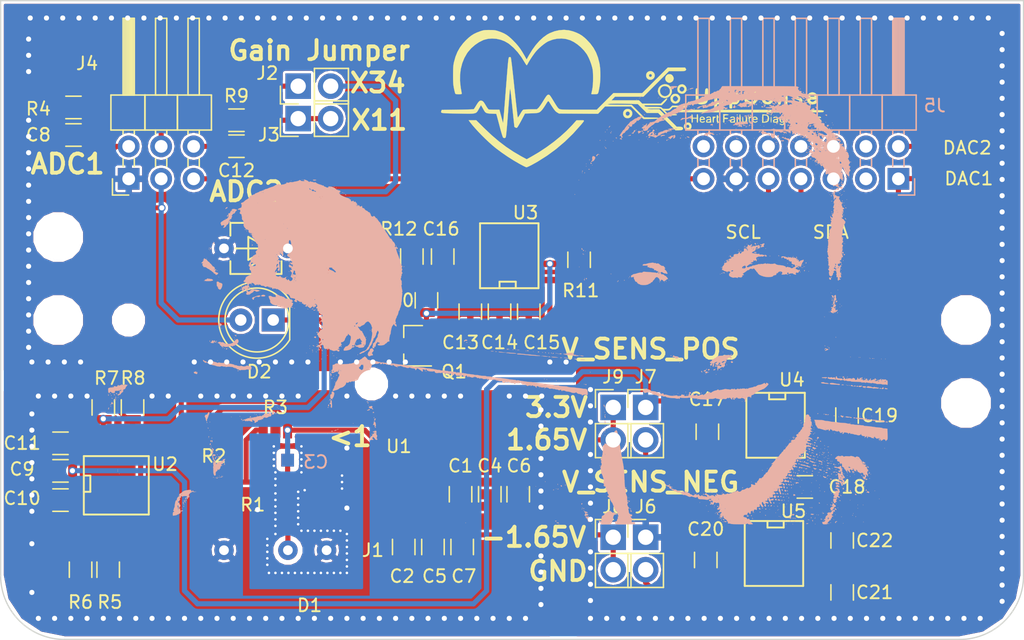
<source format=kicad_pcb>
(kicad_pcb (version 4) (host pcbnew 4.0.7-e1-6374~58~ubuntu17.04.1)

  (general
    (links 416)
    (no_connects 0)
    (area 62.150001 46.15 215.357144 157.700001)
    (thickness 1.6)
    (drawings 48)
    (tracks 257)
    (zones 0)
    (modules 369)
    (nets 31)
  )

  (page A4)
  (title_block
    (title "Analog Sensor Board UppSense 2017")
    (date 2017-08-20)
    (rev v0.3)
    (company "UppSense Heart Failure Diagnostics")
    (comment 1 "This is another alternative implementation for the analog board version v0.2. ")
  )

  (layers
    (0 F.Cu signal)
    (31 B.Cu signal)
    (32 B.Adhes user)
    (33 F.Adhes user)
    (34 B.Paste user)
    (35 F.Paste user)
    (36 B.SilkS user hide)
    (37 F.SilkS user)
    (38 B.Mask user)
    (39 F.Mask user hide)
    (40 Dwgs.User user hide)
    (41 Cmts.User user)
    (42 Eco1.User user hide)
    (43 Eco2.User user hide)
    (44 Edge.Cuts user)
    (45 Margin user hide)
    (46 B.CrtYd user hide)
    (47 F.CrtYd user hide)
    (48 B.Fab user hide)
    (49 F.Fab user hide)
  )

  (setup
    (last_trace_width 0.4)
    (user_trace_width 0.4)
    (trace_clearance 0.2)
    (zone_clearance 0.381)
    (zone_45_only yes)
    (trace_min 0.2)
    (segment_width 0.2)
    (edge_width 0.1)
    (via_size 0.6)
    (via_drill 0.4)
    (via_min_size 0.4)
    (via_min_drill 0.3)
    (uvia_size 0.3)
    (uvia_drill 0.1)
    (uvias_allowed no)
    (uvia_min_size 0.2)
    (uvia_min_drill 0.1)
    (pcb_text_width 0.3)
    (pcb_text_size 1.5 1.5)
    (mod_edge_width 0.15)
    (mod_text_size 1 1)
    (mod_text_width 0.15)
    (pad_size 0.7 0.7)
    (pad_drill 0.4)
    (pad_to_mask_clearance 0)
    (aux_axis_origin 0 0)
    (visible_elements FFFFFF1F)
    (pcbplotparams
      (layerselection 0x010f0_80000001)
      (usegerberextensions false)
      (excludeedgelayer true)
      (linewidth 0.100000)
      (plotframeref false)
      (viasonmask false)
      (mode 1)
      (useauxorigin false)
      (hpglpennumber 1)
      (hpglpenspeed 20)
      (hpglpendiameter 15)
      (hpglpenoverlay 2)
      (psnegative false)
      (psa4output false)
      (plotreference true)
      (plotvalue true)
      (plotinvisibletext false)
      (padsonsilk false)
      (subtractmaskfromsilk false)
      (outputformat 1)
      (mirror false)
      (drillshape 0)
      (scaleselection 1)
      (outputdirectory output/gerber/))
  )

  (net 0 "")
  (net 1 GND)
  (net 2 +3V3)
  (net 3 /interface/ADC1)
  (net 4 /interface/ADC2)
  (net 5 +5V)
  (net 6 /interface/ADC4)
  (net 7 Signal)
  (net 8 "Net-(D2-Pad1)")
  (net 9 "Net-(R7-Pad1)")
  (net 10 /interface/DAC2)
  (net 11 /interface/I2C_SCL)
  (net 12 /interface/I2C_SDA)
  (net 13 "Net-(R1-Pad2)")
  (net 14 /highCurrentPart/V_SENS_POS)
  (net 15 /highCurrentPart/V_SENS_NEG)
  (net 16 "Net-(C3-Pad1)")
  (net 17 "Net-(C3-Pad2)")
  (net 18 "Net-(C20-Pad1)")
  (net 19 "Net-(C20-Pad2)")
  (net 20 1.65V)
  (net 21 -1.65V)
  (net 22 "Net-(J2-Pad1)")
  (net 23 "Net-(J2-Pad2)")
  (net 24 "Net-(J3-Pad1)")
  (net 25 "Net-(Q1-Pad1)")
  (net 26 "Net-(Q1-Pad2)")
  (net 27 "Net-(R5-Pad1)")
  (net 28 "Net-(C16-Pad1)")
  (net 29 "Net-(C17-Pad1)")
  (net 30 "Net-(C17-Pad2)")

  (net_class Default "This is the default net class."
    (clearance 0.2)
    (trace_width 0.25)
    (via_dia 0.6)
    (via_drill 0.4)
    (uvia_dia 0.3)
    (uvia_drill 0.1)
    (add_net +3V3)
    (add_net +5V)
    (add_net -1.65V)
    (add_net /highCurrentPart/V_SENS_NEG)
    (add_net /highCurrentPart/V_SENS_POS)
    (add_net /interface/ADC1)
    (add_net /interface/ADC2)
    (add_net /interface/ADC4)
    (add_net /interface/DAC2)
    (add_net /interface/I2C_SCL)
    (add_net /interface/I2C_SDA)
    (add_net 1.65V)
    (add_net GND)
    (add_net "Net-(C16-Pad1)")
    (add_net "Net-(C17-Pad1)")
    (add_net "Net-(C17-Pad2)")
    (add_net "Net-(C20-Pad1)")
    (add_net "Net-(C20-Pad2)")
    (add_net "Net-(C3-Pad1)")
    (add_net "Net-(C3-Pad2)")
    (add_net "Net-(D2-Pad1)")
    (add_net "Net-(J2-Pad1)")
    (add_net "Net-(J2-Pad2)")
    (add_net "Net-(J3-Pad1)")
    (add_net "Net-(Q1-Pad1)")
    (add_net "Net-(Q1-Pad2)")
    (add_net "Net-(R1-Pad2)")
    (add_net "Net-(R5-Pad1)")
    (add_net "Net-(R7-Pad1)")
    (add_net Signal)
  )

  (module Logo:pic (layer B.Cu) (tedit 0) (tstamp 599AA6F9)
    (at 143.891 108.839 180)
    (fp_text reference G*** (at 0 0 180) (layer B.SilkS) hide
      (effects (font (thickness 0.3)) (justify mirror))
    )
    (fp_text value LOGO (at 0.75 0 180) (layer B.SilkS) hide
      (effects (font (thickness 0.3)) (justify mirror))
    )
    (fp_poly (pts (xy -26.178706 -15.515171) (xy -26.183777 -15.545555) (xy -26.176883 -15.603185) (xy -26.14927 -15.627493)
      (xy -26.113373 -15.661374) (xy -26.133625 -15.70444) (xy -26.172515 -15.732197) (xy -26.194917 -15.714363)
      (xy -26.223524 -15.695792) (xy -26.238705 -15.711929) (xy -26.228238 -15.743192) (xy -26.171237 -15.767419)
      (xy -26.06777 -15.811286) (xy -26.008795 -15.876897) (xy -26.003483 -15.953634) (xy -26.005422 -15.959323)
      (xy -26.046685 -16.021177) (xy -26.079969 -16.044212) (xy -26.124673 -16.077584) (xy -26.115006 -16.128268)
      (xy -26.074688 -16.179704) (xy -26.002152 -16.231099) (xy -25.93396 -16.233962) (xy -25.900549 -16.208375)
      (xy -25.879712 -16.199178) (xy -25.876737 -16.216312) (xy -25.849792 -16.248539) (xy -25.81275 -16.256)
      (xy -25.760263 -16.271217) (xy -25.752365 -16.302787) (xy -25.78587 -16.326414) (xy -25.799931 -16.356468)
      (xy -25.766522 -16.424037) (xy -25.720555 -16.477697) (xy -25.684277 -16.49295) (xy -25.682278 -16.491978)
      (xy -25.65966 -16.503191) (xy -25.654 -16.53723) (xy -25.636361 -16.596433) (xy -25.614313 -16.615972)
      (xy -25.592087 -16.630444) (xy -25.613317 -16.634493) (xy -25.637627 -16.659762) (xy -25.633802 -16.684442)
      (xy -25.607685 -16.719366) (xy -25.595111 -16.719525) (xy -25.560228 -16.729605) (xy -25.528704 -16.75679)
      (xy -25.500947 -16.792687) (xy -25.524948 -16.795013) (xy -25.546883 -16.789653) (xy -25.597551 -16.790392)
      (xy -25.607176 -16.824566) (xy -25.589012 -16.895895) (xy -25.555198 -16.938046) (xy -25.527 -16.938625)
      (xy -25.488084 -16.943625) (xy -25.480553 -16.952595) (xy -25.438965 -16.970349) (xy -25.414859 -16.965591)
      (xy -25.378898 -16.960831) (xy -25.370944 -16.993064) (xy -25.38824 -17.07348) (xy -25.388262 -17.073562)
      (xy -25.40594 -17.113927) (xy -25.442295 -17.135441) (xy -25.513878 -17.143844) (xy -25.594204 -17.145)
      (xy -25.701486 -17.141853) (xy -25.759692 -17.129662) (xy -25.783052 -17.1043) (xy -25.785836 -17.089437)
      (xy -25.786721 -17.079626) (xy -25.74925 -17.079626) (xy -25.726203 -17.111957) (xy -25.7175 -17.11325)
      (xy -25.686576 -17.102417) (xy -25.68575 -17.099248) (xy -25.707999 -17.072141) (xy -25.7175 -17.065625)
      (xy -25.746758 -17.068142) (xy -25.74925 -17.079626) (xy -25.786721 -17.079626) (xy -25.792825 -17.012032)
      (xy -25.795257 -16.98625) (xy -25.820737 -16.949041) (xy -25.84078 -16.947473) (xy -25.88031 -16.928659)
      (xy -25.898563 -16.891911) (xy -25.939841 -16.837921) (xy -25.978907 -16.8275) (xy -26.025901 -16.812288)
      (xy -26.026124 -16.79575) (xy -25.68575 -16.79575) (xy -25.674134 -16.821883) (xy -25.664584 -16.816916)
      (xy -25.660784 -16.779236) (xy -25.664584 -16.774583) (xy -25.683459 -16.778941) (xy -25.68575 -16.79575)
      (xy -26.026124 -16.79575) (xy -26.026227 -16.788159) (xy -25.86248 -16.788159) (xy -25.831271 -16.793243)
      (xy -25.790091 -16.787405) (xy -25.789599 -16.776567) (xy -25.832093 -16.768988) (xy -25.850454 -16.774061)
      (xy -25.86248 -16.788159) (xy -26.026227 -16.788159) (xy -26.026517 -16.766738) (xy -26.034145 -16.709956)
      (xy -26.068384 -16.690873) (xy -26.089998 -16.674274) (xy -25.900409 -16.674274) (xy -25.877436 -16.711097)
      (xy -25.817318 -16.729633) (xy -25.802939 -16.729743) (xy -25.764196 -16.722263) (xy -25.773261 -16.711156)
      (xy -25.799805 -16.681127) (xy -25.796555 -16.668232) (xy -25.796605 -16.637) (xy -25.74925 -16.637)
      (xy -25.737634 -16.663133) (xy -25.728084 -16.658166) (xy -25.724284 -16.620486) (xy -25.728084 -16.615833)
      (xy -25.746959 -16.620191) (xy -25.74925 -16.637) (xy -25.796605 -16.637) (xy -25.796612 -16.633197)
      (xy -25.834677 -16.622044) (xy -25.873897 -16.635545) (xy -25.900409 -16.674274) (xy -26.089998 -16.674274)
      (xy -26.110554 -16.658489) (xy -26.108618 -16.608759) (xy -26.106314 -16.56021) (xy -26.111521 -16.557625)
      (xy -25.8445 -16.557625) (xy -25.828625 -16.5735) (xy -25.81275 -16.557625) (xy -25.828625 -16.54175)
      (xy -25.8445 -16.557625) (xy -26.111521 -16.557625) (xy -26.144933 -16.541039) (xy -26.18211 -16.538066)
      (xy -26.231112 -16.531873) (xy -26.222461 -16.521242) (xy -26.217563 -16.519863) (xy -26.170464 -16.49281)
      (xy -26.162 -16.474048) (xy -26.142411 -16.457259) (xy -26.13025 -16.462375) (xy -26.105856 -16.452017)
      (xy -26.101989 -16.430625) (xy -25.8445 -16.430625) (xy -25.828625 -16.4465) (xy -25.81275 -16.430625)
      (xy -25.828625 -16.41475) (xy -25.8445 -16.430625) (xy -26.101989 -16.430625) (xy -26.0985 -16.411332)
      (xy -26.105599 -16.36417) (xy -26.118155 -16.360321) (xy -26.153481 -16.362826) (xy -26.163591 -16.35125)
      (xy -25.9715 -16.35125) (xy -25.959884 -16.377383) (xy -25.950334 -16.372416) (xy -25.946534 -16.334736)
      (xy -25.950334 -16.330083) (xy -25.969209 -16.334441) (xy -25.9715 -16.35125) (xy -26.163591 -16.35125)
      (xy -26.190718 -16.320192) (xy -26.219056 -16.249492) (xy -26.228007 -16.18683) (xy -26.233573 -16.12758)
      (xy -26.244096 -16.116299) (xy -26.246528 -16.121062) (xy -26.288314 -16.156788) (xy -26.310918 -16.16075)
      (xy -26.344401 -16.140797) (xy -26.340022 -16.110528) (xy -26.322466 -16.035537) (xy -26.32075 -16.010642)
      (xy -26.308151 -15.990511) (xy -26.26711 -16.020092) (xy -26.241375 -16.046624) (xy -26.189426 -16.097784)
      (xy -26.166618 -16.10281) (xy -26.162487 -16.075073) (xy -26.178432 -16.000099) (xy -26.215194 -15.946595)
      (xy -26.244925 -15.935173) (xy -26.26696 -15.91006) (xy -26.273125 -15.866447) (xy -26.295634 -15.804618)
      (xy -26.341878 -15.785831) (xy -26.410952 -15.756869) (xy -26.428389 -15.708688) (xy -26.390758 -15.659275)
      (xy -26.36836 -15.646965) (xy -26.302432 -15.599271) (xy -26.271596 -15.552681) (xy -26.236167 -15.503824)
      (xy -26.208482 -15.494) (xy -26.178706 -15.515171)) (layer B.SilkS) (width 0.01))
    (fp_poly (pts (xy -24.79675 -17.129125) (xy -24.812625 -17.145) (xy -24.8285 -17.129125) (xy -24.812625 -17.11325)
      (xy -24.79675 -17.129125)) (layer B.SilkS) (width 0.01))
    (fp_poly (pts (xy -23.0505 -17.129125) (xy -23.066375 -17.145) (xy -23.08225 -17.129125) (xy -23.066375 -17.11325)
      (xy -23.0505 -17.129125)) (layer B.SilkS) (width 0.01))
    (fp_poly (pts (xy -22.521334 -17.123833) (xy -22.525692 -17.142708) (xy -22.5425 -17.145) (xy -22.568634 -17.133383)
      (xy -22.563667 -17.123833) (xy -22.525987 -17.120033) (xy -22.521334 -17.123833)) (layer B.SilkS) (width 0.01))
    (fp_poly (pts (xy -24.153388 -8.570422) (xy -24.112091 -8.600177) (xy -24.064911 -8.644158) (xy -24.057584 -8.666891)
      (xy -24.062219 -8.66775) (xy -24.094157 -8.693395) (xy -24.09825 -8.715375) (xy -24.079905 -8.757607)
      (xy -24.064228 -8.763) (xy -24.039944 -8.789606) (xy -24.035993 -8.834437) (xy -24.038903 -8.929781)
      (xy -24.025937 -8.970587) (xy -23.998095 -8.966343) (xy -23.976154 -8.962609) (xy -23.982418 -8.977632)
      (xy -23.986817 -9.017509) (xy -23.979386 -9.024959) (xy -23.979901 -9.031568) (xy -23.995063 -9.028667)
      (xy -24.031452 -9.035373) (xy -24.03475 -9.044868) (xy -24.019729 -9.09589) (xy -23.984195 -9.171211)
      (xy -23.942449 -9.243676) (xy -23.908788 -9.286128) (xy -23.907127 -9.28726) (xy -23.892487 -9.327237)
      (xy -23.898658 -9.3566) (xy -23.902514 -9.392444) (xy -23.873459 -9.38615) (xy -23.857724 -9.382955)
      (xy -23.880851 -9.402644) (xy -23.914929 -9.437151) (xy -23.907746 -9.477752) (xy -23.885316 -9.51468)
      (xy -23.840579 -9.561684) (xy -23.805626 -9.568376) (xy -23.787616 -9.5751) (xy -23.79475 -9.61434)
      (xy -23.792832 -9.679326) (xy -23.754881 -9.712352) (xy -23.699406 -9.764335) (xy -23.655505 -9.838263)
      (xy -23.610074 -9.909161) (xy -23.555901 -9.947629) (xy -23.506542 -9.98747) (xy -23.494514 -10.05384)
      (xy -23.488654 -10.110386) (xy -23.470889 -10.107083) (xy -23.466512 -10.100689) (xy -23.437983 -10.078062)
      (xy -23.396518 -10.100975) (xy -23.37276 -10.12349) (xy -23.329743 -10.172441) (xy -23.331602 -10.200368)
      (xy -23.359575 -10.219415) (xy -23.394689 -10.251462) (xy -23.375374 -10.293911) (xy -23.371393 -10.298787)
      (xy -23.321363 -10.336759) (xy -23.293518 -10.341547) (xy -23.265715 -10.364155) (xy -23.247825 -10.42845)
      (xy -23.247182 -10.43438) (xy -23.233048 -10.502764) (xy -23.201493 -10.522131) (xy -23.175745 -10.51799)
      (xy -23.124804 -10.520428) (xy -23.114 -10.541184) (xy -23.102201 -10.563978) (xy -23.071538 -10.545284)
      (xy -23.029997 -10.532146) (xy -22.977904 -10.565789) (xy -22.954878 -10.589021) (xy -22.908268 -10.642041)
      (xy -22.904335 -10.664087) (xy -22.940807 -10.669038) (xy -22.941779 -10.669056) (xy -22.979179 -10.673846)
      (xy -22.971089 -10.694481) (xy -22.928131 -10.732386) (xy -22.867075 -10.770924) (xy -22.824431 -10.776759)
      (xy -22.824157 -10.776594) (xy -22.80296 -10.783154) (xy -22.803651 -10.800577) (xy -22.788463 -10.833248)
      (xy -22.770328 -10.8339) (xy -22.74295 -10.842079) (xy -22.746631 -10.854868) (xy -22.737584 -10.89322)
      (xy -22.693837 -10.957012) (xy -22.661679 -10.993541) (xy -22.56117 -11.107711) (xy -22.495168 -11.200147)
      (xy -22.469676 -11.262101) (xy -22.470414 -11.272094) (xy -22.451497 -11.289516) (xy -22.420198 -11.288029)
      (xy -22.370866 -11.300867) (xy -22.330524 -11.366967) (xy -22.323364 -11.385721) (xy -22.290858 -11.451707)
      (xy -22.260051 -11.477731) (xy -22.254458 -11.476207) (xy -22.223138 -11.4878) (xy -22.195623 -11.534884)
      (xy -22.155971 -11.600549) (xy -22.118707 -11.630127) (xy -22.073969 -11.669378) (xy -22.026787 -11.741607)
      (xy -22.020852 -11.75352) (xy -21.958802 -11.838435) (xy -21.867586 -11.916244) (xy -21.843828 -11.93101)
      (xy -21.767657 -11.984967) (xy -21.722417 -12.037264) (xy -21.717 -12.055347) (xy -21.69647 -12.120267)
      (xy -21.670108 -12.157586) (xy -21.564535 -12.269041) (xy -21.489616 -12.343319) (xy -21.434294 -12.391117)
      (xy -21.41167 -12.407648) (xy -21.37223 -12.437395) (xy -21.389322 -12.440748) (xy -21.423313 -12.434433)
      (xy -21.481294 -12.435404) (xy -21.492106 -12.458978) (xy -21.449588 -12.488286) (xy -21.409908 -12.530421)
      (xy -21.394026 -12.578996) (xy -21.368306 -12.636448) (xy -21.336 -12.653818) (xy -21.29833 -12.675091)
      (xy -21.296313 -12.693505) (xy -21.28393 -12.728885) (xy -21.2725 -12.73175) (xy -21.243329 -12.756997)
      (xy -21.24075 -12.773388) (xy -21.220607 -12.824757) (xy -21.174058 -12.886612) (xy -21.132322 -12.941081)
      (xy -21.123338 -12.974102) (xy -21.123825 -12.974657) (xy -21.121244 -13.009) (xy -21.083025 -13.055996)
      (xy -21.028681 -13.096821) (xy -20.980691 -13.11275) (xy -20.940992 -13.130133) (xy -20.944246 -13.162269)
      (xy -20.936841 -13.209467) (xy -20.896415 -13.229265) (xy -20.837403 -13.272146) (xy -20.790663 -13.354371)
      (xy -20.754375 -13.425444) (xy -20.715461 -13.461046) (xy -20.709501 -13.462) (xy -20.662626 -13.48764)
      (xy -20.648353 -13.511263) (xy -20.61157 -13.545183) (xy -20.541927 -13.541303) (xy -20.479226 -13.535956)
      (xy -20.442911 -13.566404) (xy -20.418855 -13.624056) (xy -20.375081 -13.709065) (xy -20.319592 -13.770659)
      (xy -20.319372 -13.770813) (xy -20.275921 -13.812838) (xy -20.269749 -13.83875) (xy -20.267495 -13.881982)
      (xy -20.254892 -13.908015) (xy -20.231142 -13.936421) (xy -20.225237 -13.910549) (xy -20.214584 -13.883738)
      (xy -20.180213 -13.903937) (xy -20.139112 -13.924006) (xy -20.11922 -13.899887) (xy -20.104816 -13.881245)
      (xy -20.100257 -13.908087) (xy -20.118883 -13.973972) (xy -20.132909 -13.992458) (xy -20.145042 -14.028461)
      (xy -20.103086 -14.062394) (xy -20.042548 -14.080722) (xy -20.017091 -14.063171) (xy -19.973672 -14.042204)
      (xy -19.951664 -14.046214) (xy -19.912782 -14.045198) (xy -19.90725 -14.032503) (xy -19.880951 -14.006644)
      (xy -19.850126 -14.00175) (xy -19.812438 -14.013516) (xy -19.801861 -14.059869) (xy -19.805937 -14.112552)
      (xy -19.806891 -14.193934) (xy -19.779972 -14.234922) (xy -19.759874 -14.244378) (xy -19.685264 -14.283277)
      (xy -19.648465 -14.310269) (xy -19.598202 -14.336458) (xy -19.574356 -14.320026) (xy -19.52919 -14.300122)
      (xy -19.456549 -14.318734) (xy -19.374666 -14.370301) (xy -19.356017 -14.386634) (xy -19.275859 -14.430446)
      (xy -19.186208 -14.44625) (xy -19.100113 -14.460228) (xy -19.051833 -14.509326) (xy -19.047774 -14.517687)
      (xy -19.003643 -14.564703) (xy -18.935293 -14.594283) (xy -18.863984 -14.603077) (xy -18.810973 -14.587735)
      (xy -18.796 -14.557355) (xy -18.773013 -14.518095) (xy -18.724883 -14.512487) (xy -18.684875 -14.5415)
      (xy -18.640976 -14.56635) (xy -18.59002 -14.57325) (xy -18.509959 -14.592704) (xy -18.467252 -14.620783)
      (xy -18.407535 -14.651464) (xy -18.370002 -14.649239) (xy -18.317824 -14.65652) (xy -18.300383 -14.682026)
      (xy -18.259179 -14.718844) (xy -18.220643 -14.7149) (xy -18.148554 -14.72108) (xy -18.108664 -14.74805)
      (xy -18.063315 -14.780888) (xy -18.033467 -14.762781) (xy -18.031452 -14.759625) (xy -17.997199 -14.735268)
      (xy -17.936786 -14.753003) (xy -17.932878 -14.754888) (xy -17.831657 -14.793385) (xy -17.747006 -14.806454)
      (xy -17.694439 -14.793035) (xy -17.68475 -14.771825) (xy -17.664149 -14.739966) (xy -17.634529 -14.744478)
      (xy -17.583916 -14.761288) (xy -17.571029 -14.76375) (xy -17.559243 -14.789693) (xy -17.55775 -14.811725)
      (xy -17.530317 -14.839417) (xy -17.460417 -14.851362) (xy -17.36665 -14.84922) (xy -17.267616 -14.834655)
      (xy -17.181915 -14.809328) (xy -17.128147 -14.7749) (xy -17.126819 -14.77322) (xy -17.09218 -14.738796)
      (xy -17.083975 -14.7539) (xy -17.104222 -14.809444) (xy -17.114368 -14.829337) (xy -17.123893 -14.878341)
      (xy -17.094271 -14.892863) (xy -17.042242 -14.86857) (xy -17.024351 -14.85265) (xy -16.996959 -14.838254)
      (xy -16.986824 -14.876258) (xy -16.98625 -14.902436) (xy -16.98625 -14.990323) (xy -16.890219 -14.921943)
      (xy -16.828086 -14.882022) (xy -16.776767 -14.869836) (xy -16.709298 -14.883268) (xy -16.649037 -14.903021)
      (xy -16.56305 -14.93043) (xy -16.523609 -14.935364) (xy -16.517912 -14.91793) (xy -16.522455 -14.90409)
      (xy -16.524853 -14.871651) (xy -16.512197 -14.873517) (xy -16.469718 -14.868436) (xy -16.435453 -14.843416)
      (xy -16.383404 -14.80433) (xy -16.356915 -14.7955) (xy -16.320807 -14.770005) (xy -16.30636 -14.743553)
      (xy -16.286762 -14.710347) (xy -16.256061 -14.720718) (xy -16.223589 -14.748474) (xy -16.170448 -14.808888)
      (xy -16.169538 -14.842927) (xy -16.220384 -14.845389) (xy -16.232188 -14.842776) (xy -16.291926 -14.844136)
      (xy -16.334227 -14.893315) (xy -16.34298 -14.911295) (xy -16.366956 -14.983774) (xy -16.359363 -15.016904)
      (xy -16.323495 -15.001947) (xy -16.312621 -14.99182) (xy -16.259507 -14.968714) (xy -16.170935 -14.955473)
      (xy -16.134088 -14.95425) (xy -16.01826 -14.941179) (xy -15.952155 -14.900244) (xy -15.950948 -14.898687)
      (xy -15.918587 -14.861003) (xy -15.908714 -14.876178) (xy -15.90776 -14.902084) (xy -15.890782 -14.944571)
      (xy -15.856529 -14.941771) (xy -15.844785 -14.938375) (xy -15.01775 -14.938375) (xy -15.001875 -14.95425)
      (xy -14.986 -14.938375) (xy -15.001875 -14.9225) (xy -15.01775 -14.938375) (xy -15.844785 -14.938375)
      (xy -15.797435 -14.924683) (xy -15.779293 -14.9225) (xy -15.749176 -14.89634) (xy -15.732125 -14.859)
      (xy -15.699855 -14.803756) (xy -15.652696 -14.807816) (xy -15.608912 -14.843874) (xy -15.568446 -14.873897)
      (xy -15.539497 -14.851456) (xy -15.526324 -14.82832) (xy -15.492469 -14.784973) (xy -15.447394 -14.790786)
      (xy -15.422846 -14.803758) (xy -15.350418 -14.850904) (xy -15.310851 -14.882358) (xy -15.269582 -14.9021)
      (xy -15.220356 -14.876201) (xy -15.200449 -14.858546) (xy -15.129549 -14.811823) (xy -15.069972 -14.7955)
      (xy -15.028138 -14.787265) (xy -15.027853 -14.774813) (xy -15.018619 -14.74921) (xy -14.970963 -14.714842)
      (xy -14.906393 -14.68393) (xy -14.846419 -14.668694) (xy -14.840733 -14.6685) (xy -14.789792 -14.646962)
      (xy -14.733237 -14.599013) (xy -14.688025 -14.555867) (xy -14.670535 -14.559683) (xy -14.6685 -14.583138)
      (xy -14.654163 -14.629116) (xy -14.639079 -14.63675) (xy -14.60312 -14.661814) (xy -14.59601 -14.676437)
      (xy -14.588293 -14.685947) (xy -14.590405 -14.661729) (xy -14.579262 -14.593055) (xy -14.530016 -14.566245)
      (xy -14.457638 -14.588308) (xy -14.447619 -14.594915) (xy -14.381721 -14.628005) (xy -14.325419 -14.615781)
      (xy -14.313554 -14.60881) (xy -14.253643 -14.586178) (xy -14.223073 -14.589698) (xy -14.206482 -14.583094)
      (xy -14.211886 -14.559024) (xy -14.212935 -14.51693) (xy -14.179084 -14.515675) (xy -14.13531 -14.54764)
      (xy -14.098911 -14.562463) (xy -14.047948 -14.535227) (xy -14.00494 -14.49693) (xy -13.922018 -14.435359)
      (xy -13.853522 -14.427174) (xy -13.848652 -14.428581) (xy -13.788836 -14.431357) (xy -13.764424 -14.415791)
      (xy -13.721071 -14.392362) (xy -13.646658 -14.38275) (xy -13.579891 -14.377246) (xy -13.560162 -14.347507)
      (xy -13.568363 -14.2875) (xy -13.571926 -14.210784) (xy -13.548519 -14.187414) (xy -13.486153 -14.177013)
      (xy -13.477875 -14.175201) (xy -13.417009 -14.16527) (xy -13.406438 -14.164162) (xy -13.369699 -14.13535)
      (xy -13.36675 -14.119678) (xy -13.340254 -14.086556) (xy -13.30325 -14.078857) (xy -13.249708 -14.101497)
      (xy -13.23975 -14.135553) (xy -13.250577 -14.180155) (xy -13.263563 -14.185959) (xy -13.324312 -14.18955)
      (xy -13.381828 -14.21882) (xy -13.410879 -14.258757) (xy -13.409528 -14.272809) (xy -13.421263 -14.319301)
      (xy -13.46671 -14.347509) (xy -13.545935 -14.391697) (xy -13.612813 -14.444437) (xy -13.661393 -14.481678)
      (xy -13.684037 -14.481588) (xy -13.68425 -14.479236) (xy -13.699214 -14.447025) (xy -13.730127 -14.458632)
      (xy -13.755995 -14.506097) (xy -13.785852 -14.549304) (xy -13.851987 -14.550586) (xy -13.852643 -14.550462)
      (xy -13.932046 -14.556727) (xy -13.970385 -14.593816) (xy -14.011188 -14.632025) (xy -14.080891 -14.644377)
      (xy -14.144602 -14.641721) (xy -14.237585 -14.640434) (xy -14.289875 -14.660104) (xy -14.316504 -14.695118)
      (xy -14.371677 -14.756191) (xy -14.414928 -14.77976) (xy -14.457775 -14.808136) (xy -14.459205 -14.831975)
      (xy -14.470247 -14.85097) (xy -14.534659 -14.848855) (xy -14.53969 -14.848086) (xy -14.631369 -14.851242)
      (xy -14.745887 -14.890616) (xy -14.8196 -14.926826) (xy -14.926176 -14.978651) (xy -14.996499 -14.999777)
      (xy -15.047411 -14.99433) (xy -15.064092 -14.986734) (xy -15.119348 -14.971403) (xy -15.197606 -14.979451)
      (xy -15.315889 -15.012681) (xy -15.319375 -15.013808) (xy -15.427085 -15.046144) (xy -15.491551 -15.056731)
      (xy -15.528736 -15.046768) (xy -15.545126 -15.030752) (xy -15.584756 -14.99206) (xy -15.613934 -15.003411)
      (xy -15.644187 -15.070467) (xy -15.647993 -15.08125) (xy -15.674407 -15.139373) (xy -15.714169 -15.168218)
      (xy -15.788018 -15.178881) (xy -15.833661 -15.180594) (xy -15.943526 -15.185256) (xy -16.039351 -15.192133)
      (xy -16.0655 -15.194972) (xy -16.224892 -15.214865) (xy -16.333234 -15.225555) (xy -16.402318 -15.22697)
      (xy -16.443934 -15.219033) (xy -16.469875 -15.201671) (xy -16.478267 -15.192355) (xy -16.531682 -15.158577)
      (xy -16.602722 -15.145346) (xy -16.666912 -15.153067) (xy -16.699783 -15.182146) (xy -16.7005 -15.188671)
      (xy -16.674651 -15.231473) (xy -16.617067 -15.251265) (xy -16.5577 -15.240124) (xy -16.544428 -15.229977)
      (xy -16.516116 -15.216825) (xy -16.51 -15.247651) (xy -16.531777 -15.30955) (xy -16.590523 -15.324841)
      (xy -16.654821 -15.302458) (xy -16.73729 -15.280431) (xy -16.790593 -15.307003) (xy -16.80277 -15.371735)
      (xy -16.788082 -15.418776) (xy -16.752222 -15.49748) (xy -16.715007 -15.427942) (xy -16.677792 -15.358405)
      (xy -16.657424 -15.439554) (xy -16.648878 -15.520901) (xy -16.656659 -15.571785) (xy -16.676186 -15.604749)
      (xy -16.703232 -15.586528) (xy -16.719121 -15.56637) (xy -16.751871 -15.527814) (xy -16.761984 -15.540643)
      (xy -16.762991 -15.565437) (xy -16.779494 -15.610259) (xy -16.815961 -15.612183) (xy -16.856613 -15.580797)
      (xy -16.885672 -15.525688) (xy -16.891 -15.48765) (xy -16.914541 -15.442415) (xy -16.969471 -15.43185)
      (xy -17.032257 -15.458761) (xy -17.044193 -15.469392) (xy -17.095032 -15.491525) (xy -17.137855 -15.474107)
      (xy -17.212497 -15.455205) (xy -17.253478 -15.461299) (xy -17.292519 -15.48956) (xy -17.311706 -15.549823)
      (xy -17.316978 -15.635075) (xy -17.31247 -15.737021) (xy -17.287739 -15.803225) (xy -17.232683 -15.86063)
      (xy -17.232313 -15.860942) (xy -17.163055 -15.931409) (xy -17.15223 -15.977475) (xy -17.199868 -15.999665)
      (xy -17.24025 -16.002) (xy -17.30712 -15.992263) (xy -17.335493 -15.968803) (xy -17.3355 -15.968376)
      (xy -17.355306 -15.950219) (xy -17.370017 -15.956084) (xy -17.387363 -15.987784) (xy -17.370017 -16.011933)
      (xy -17.339081 -16.072682) (xy -17.3355 -16.099896) (xy -17.308723 -16.149645) (xy -17.268806 -16.170784)
      (xy -17.224202 -16.196431) (xy -17.221874 -16.220203) (xy -17.265447 -16.23237) (xy -17.348036 -16.207724)
      (xy -17.442253 -16.181519) (xy -17.490262 -16.195103) (xy -17.48735 -16.241681) (xy -17.428804 -16.31446)
      (xy -17.424728 -16.318296) (xy -17.37838 -16.365992) (xy -17.377262 -16.396491) (xy -17.41679 -16.433014)
      (xy -17.45824 -16.46909) (xy -17.44715 -16.475521) (xy -17.406938 -16.467703) (xy -17.349283 -16.468763)
      (xy -17.337752 -16.497663) (xy -17.370329 -16.540834) (xy -17.422813 -16.574575) (xy -17.494164 -16.610172)
      (xy -17.538844 -16.63247) (xy -17.552725 -16.626191) (xy -17.546263 -16.612349) (xy -17.546825 -16.568029)
      (xy -17.55775 -16.557625) (xy -17.576603 -16.519597) (xy -17.57227 -16.507806) (xy -17.581066 -16.482716)
      (xy -17.605375 -16.47825) (xy -17.64049 -16.492026) (xy -17.638772 -16.507335) (xy -17.632953 -16.570585)
      (xy -17.669773 -16.646394) (xy -17.736857 -16.71561) (xy -17.795674 -16.750086) (xy -17.867802 -16.791542)
      (xy -17.905438 -16.835268) (xy -17.907 -16.843801) (xy -17.928004 -16.8998) (xy -17.9705 -16.9545)
      (xy -18.005136 -16.999112) (xy -17.999984 -17.017996) (xy -17.999605 -17.018) (xy -17.976111 -17.040819)
      (xy -17.978463 -17.057687) (xy -18.01751 -17.084136) (xy -18.089085 -17.087374) (xy -18.163529 -17.089716)
      (xy -18.206221 -17.109361) (xy -18.2063 -17.109487) (xy -18.242899 -17.120605) (xy -18.329917 -17.129633)
      (xy -18.455713 -17.136536) (xy -18.608647 -17.141276) (xy -18.777078 -17.143816) (xy -18.949366 -17.144119)
      (xy -19.113869 -17.142148) (xy -19.258948 -17.137866) (xy -19.37296 -17.131236) (xy -19.444267 -17.122221)
      (xy -19.46275 -17.113483) (xy -19.488463 -17.085109) (xy -19.510375 -17.0815) (xy -19.552627 -17.098644)
      (xy -19.558 -17.11325) (xy -19.58692 -17.130161) (xy -19.662469 -17.141627) (xy -19.7485 -17.145)
      (xy -19.848988 -17.142595) (xy -19.918017 -17.136346) (xy -19.939 -17.129125) (xy -19.916863 -17.092973)
      (xy -19.865788 -17.041661) (xy -19.808778 -16.996556) (xy -19.779056 -16.98056) (xy -19.740563 -16.941215)
      (xy -19.729306 -16.906511) (xy -19.719112 -16.872131) (xy -19.421582 -16.872131) (xy -19.39925 -16.891)
      (xy -19.348589 -16.919556) (xy -19.34184 -16.908801) (xy -19.351625 -16.891) (xy -19.384138 -16.869833)
      (xy -18.182167 -16.869833) (xy -18.177809 -16.888708) (xy -18.161 -16.891) (xy -18.134867 -16.879383)
      (xy -18.139834 -16.869833) (xy -18.177514 -16.866033) (xy -18.182167 -16.869833) (xy -19.384138 -16.869833)
      (xy -19.397994 -16.860813) (xy -19.409062 -16.859736) (xy -19.421582 -16.872131) (xy -19.719112 -16.872131)
      (xy -19.702578 -16.816371) (xy -19.657962 -16.741169) (xy -19.608948 -16.702131) (xy -19.598387 -16.7005)
      (xy -19.569859 -16.717376) (xy -19.573875 -16.73225) (xy -19.575981 -16.761383) (xy -19.567812 -16.763513)
      (xy -19.502548 -16.733801) (xy -19.453145 -16.659947) (xy -19.452111 -16.65721) (xy -19.410839 -16.613196)
      (xy -19.367115 -16.61455) (xy -19.316692 -16.616215) (xy -19.304 -16.602277) (xy -19.277223 -16.579351)
      (xy -19.236613 -16.5735) (xy -19.191203 -16.565621) (xy -19.200809 -16.53557) (xy -19.204587 -16.530891)
      (xy -19.206965 -16.525875) (xy -17.78 -16.525875) (xy -17.764125 -16.54175) (xy -17.74825 -16.525875)
      (xy -17.764125 -16.51) (xy -17.78 -16.525875) (xy -19.206965 -16.525875) (xy -19.22202 -16.494125)
      (xy -19.177 -16.494125) (xy -19.161125 -16.51) (xy -19.14525 -16.494125) (xy -19.161125 -16.47825)
      (xy -19.177 -16.494125) (xy -19.22202 -16.494125) (xy -19.225959 -16.485819) (xy -19.221631 -16.469963)
      (xy -19.22392 -16.442746) (xy -19.270077 -16.417797) (xy -19.340619 -16.401755) (xy -19.416064 -16.401259)
      (xy -19.421094 -16.401989) (xy -19.4882 -16.406694) (xy -19.512559 -16.382243) (xy -19.514017 -16.336978)
      (xy -19.520772 -16.27791) (xy -19.538576 -16.259086) (xy -19.57833 -16.238043) (xy -19.593652 -16.219024)
      (xy -19.615828 -16.194821) (xy -19.621014 -16.22455) (xy -19.645946 -16.278087) (xy -19.683144 -16.310972)
      (xy -19.732999 -16.332215) (xy -19.758372 -16.305293) (xy -19.763239 -16.291332) (xy -19.769933 -16.216894)
      (xy -19.768129 -16.208375) (xy -19.685 -16.208375) (xy -19.669125 -16.22425) (xy -19.65325 -16.208375)
      (xy -19.669125 -16.1925) (xy -19.685 -16.208375) (xy -19.768129 -16.208375) (xy -19.763151 -16.184881)
      (xy -19.771898 -16.140521) (xy -19.83935 -16.103548) (xy -19.841806 -16.102685) (xy -19.912867 -16.083241)
      (xy -19.941003 -16.099656) (xy -19.941323 -16.162018) (xy -19.940661 -16.168687) (xy -19.941616 -16.219505)
      (xy -19.956977 -16.216454) (xy -19.981107 -16.165919) (xy -20.001973 -16.099207) (xy -20.030992 -16.018896)
      (xy -20.071834 -15.987077) (xy -20.141495 -15.99686) (xy -20.200938 -16.018538) (xy -20.236291 -16.023595)
      (xy -20.252533 -15.992453) (xy -20.256092 -15.919979) (xy -17.777494 -15.919979) (xy -17.771656 -15.961159)
      (xy -17.760818 -15.961651) (xy -17.753239 -15.919157) (xy -17.758312 -15.900796) (xy -17.769942 -15.890875)
      (xy -17.4625 -15.890875) (xy -17.446625 -15.90675) (xy -17.43075 -15.890875) (xy -17.30375 -15.890875)
      (xy -17.287875 -15.90675) (xy -17.272 -15.890875) (xy -17.287875 -15.875) (xy -17.30375 -15.890875)
      (xy -17.43075 -15.890875) (xy -17.446625 -15.875) (xy -17.4625 -15.890875) (xy -17.769942 -15.890875)
      (xy -17.77241 -15.88877) (xy -17.777494 -15.919979) (xy -20.256092 -15.919979) (xy -20.256499 -15.911705)
      (xy -20.2565 -15.909525) (xy -20.259522 -15.827167) (xy -20.276245 -15.79257) (xy -20.318161 -15.790033)
      (xy -20.341151 -15.793858) (xy -20.419082 -15.788008) (xy -20.472828 -15.749882) (xy -20.487676 -15.694924)
      (xy -20.470229 -15.658357) (xy -20.462486 -15.636875) (xy -17.526 -15.636875) (xy -17.510125 -15.65275)
      (xy -17.49425 -15.636875) (xy -17.510125 -15.621) (xy -17.526 -15.636875) (xy -20.462486 -15.636875)
      (xy -20.45431 -15.614196) (xy -20.480792 -15.587904) (xy -20.518314 -15.583456) (xy -20.549419 -15.630418)
      (xy -20.560393 -15.660083) (xy -20.615946 -15.749786) (xy -20.680841 -15.783634) (xy -20.740707 -15.794706)
      (xy -20.755285 -15.774426) (xy -20.746805 -15.737687) (xy -20.710945 -15.665914) (xy -20.68192 -15.633374)
      (xy -20.656601 -15.591224) (xy -20.641343 -15.526661) (xy -20.640397 -15.509875) (xy -17.399 -15.509875)
      (xy -17.383125 -15.52575) (xy -17.36725 -15.509875) (xy -17.383125 -15.494) (xy -17.399 -15.509875)
      (xy -20.640397 -15.509875) (xy -20.637666 -15.461474) (xy -20.64709 -15.417452) (xy -20.666539 -15.412949)
      (xy -20.702031 -15.406273) (xy -20.711657 -15.39101) (xy -20.725698 -15.379196) (xy -20.730244 -15.406324)
      (xy -20.752006 -15.471854) (xy -20.787762 -15.525773) (xy -20.829302 -15.568469) (xy -20.851427 -15.563075)
      (xy -20.864906 -15.534073) (xy -20.881714 -15.501592) (xy -20.888314 -15.527524) (xy -20.889269 -15.549562)
      (xy -20.879088 -15.60525) (xy -20.85975 -15.621) (xy -20.829852 -15.640084) (xy -20.844281 -15.688047)
      (xy -20.880239 -15.732203) (xy -20.925763 -15.765055) (xy -20.955685 -15.746813) (xy -20.957399 -15.744119)
      (xy -20.964803 -15.685093) (xy -20.952785 -15.64861) (xy -20.927892 -15.57012) (xy -20.92325 -15.52444)
      (xy -20.93431 -15.475353) (xy -20.975604 -15.47704) (xy -20.978813 -15.47833) (xy -21.075245 -15.513189)
      (xy -21.127059 -15.517152) (xy -21.145021 -15.49038) (xy -21.1455 -15.480831) (xy -21.139229 -15.444885)
      (xy -21.110196 -15.420768) (xy -21.043074 -15.399662) (xy -20.978813 -15.384921) (xy -20.916968 -15.359682)
      (xy -20.891917 -15.328518) (xy -20.909804 -15.306861) (xy -20.947063 -15.30516) (xy -21.032328 -15.305947)
      (xy -21.072141 -15.27801) (xy -21.07537 -15.255875) (xy -17.04975 -15.255875) (xy -17.033875 -15.27175)
      (xy -17.018 -15.255875) (xy -17.033875 -15.24) (xy -17.04975 -15.255875) (xy -21.07537 -15.255875)
      (xy -21.082 -15.210433) (xy -21.082 -15.210123) (xy -21.086848 -15.1765) (xy -17.287875 -15.1765)
      (xy -17.285358 -15.205757) (xy -17.273874 -15.20825) (xy -17.241543 -15.185202) (xy -17.24025 -15.1765)
      (xy -17.251083 -15.145575) (xy -17.254252 -15.14475) (xy -17.281359 -15.166998) (xy -17.287875 -15.1765)
      (xy -21.086848 -15.1765) (xy -21.094002 -15.126897) (xy -21.12617 -15.096456) (xy -21.172749 -15.123673)
      (xy -21.177541 -15.129224) (xy -21.198651 -15.16839) (xy -21.181138 -15.1765) (xy -21.147849 -15.194699)
      (xy -21.159839 -15.240142) (xy -21.209 -15.294991) (xy -21.257902 -15.361941) (xy -21.2725 -15.418284)
      (xy -21.29996 -15.486448) (xy -21.366125 -15.523884) (xy -21.386222 -15.52575) (xy -21.401585 -15.503431)
      (xy -21.390285 -15.454497) (xy -21.359631 -15.405979) (xy -21.351875 -15.39875) (xy -21.304603 -15.340102)
      (xy -21.316915 -15.296953) (xy -21.385799 -15.274122) (xy -21.43125 -15.27175) (xy -21.513891 -15.266722)
      (xy -21.550512 -15.245611) (xy -21.55825 -15.204546) (xy -21.547 -15.156591) (xy -21.501574 -15.153819)
      (xy -21.486813 -15.157686) (xy -21.366522 -15.190883) (xy -21.295022 -15.202326) (xy -21.259838 -15.186949)
      (xy -21.248492 -15.139685) (xy -21.248444 -15.08125) (xy -16.1925 -15.08125) (xy -16.180884 -15.107383)
      (xy -16.171334 -15.102416) (xy -16.167534 -15.064736) (xy -16.171334 -15.060083) (xy -16.190209 -15.064441)
      (xy -16.1925 -15.08125) (xy -21.248444 -15.08125) (xy -21.248426 -15.060877) (xy -21.252125 -14.985849)
      (xy -21.259088 -14.957649) (xy -21.264737 -14.970125) (xy -21.29201 -15.038511) (xy -21.31199 -15.065375)
      (xy -21.332266 -15.078521) (xy -21.323205 -15.057915) (xy -21.323635 -15.03318) (xy -21.373161 -15.033559)
      (xy -21.397433 -15.037974) (xy -21.480455 -15.037351) (xy -21.517054 -14.993668) (xy -21.506634 -14.907821)
      (xy -21.498844 -14.885641) (xy -21.483557 -14.82964) (xy -21.507155 -14.808878) (xy -21.562107 -14.806083)
      (xy -21.654968 -14.792508) (xy -21.700521 -14.756575) (xy -21.691926 -14.705473) (xy -21.675952 -14.686416)
      (xy -21.620605 -14.646241) (xy -21.589623 -14.63675) (xy -21.463 -14.63675) (xy -21.451384 -14.662883)
      (xy -21.441834 -14.657916) (xy -21.438034 -14.620236) (xy -21.441834 -14.615583) (xy -18.563167 -14.615583)
      (xy -18.558809 -14.634458) (xy -18.542 -14.63675) (xy -18.515867 -14.625133) (xy -18.520834 -14.615583)
      (xy -18.558514 -14.611783) (xy -18.563167 -14.615583) (xy -21.441834 -14.615583) (xy -21.460709 -14.619941)
      (xy -21.463 -14.63675) (xy -21.589623 -14.63675) (xy -21.56407 -14.61403) (xy -21.566182 -14.597062)
      (xy -21.60442 -14.570838) (xy -21.685191 -14.556619) (xy -21.710815 -14.555617) (xy -21.807348 -14.550783)
      (xy -21.857448 -14.530702) (xy -21.878156 -14.481972) (xy -21.884624 -14.418918) (xy -21.889497 -14.398625)
      (xy -21.844 -14.398625) (xy -21.828125 -14.4145) (xy -21.81225 -14.398625) (xy -21.828125 -14.38275)
      (xy -21.844 -14.398625) (xy -21.889497 -14.398625) (xy -21.897122 -14.366875) (xy -21.62175 -14.366875)
      (xy -21.605875 -14.38275) (xy -21.59 -14.366875) (xy -21.605875 -14.351) (xy -21.62175 -14.366875)
      (xy -21.897122 -14.366875) (xy -21.902171 -14.345856) (xy -21.915344 -14.335125) (xy -21.81225 -14.335125)
      (xy -21.796375 -14.351) (xy -21.7805 -14.335125) (xy -21.796375 -14.31925) (xy -21.81225 -14.335125)
      (xy -21.915344 -14.335125) (xy -21.934755 -14.319313) (xy -21.963216 -14.339575) (xy -21.957285 -14.401325)
      (xy -21.948657 -14.481265) (xy -21.959022 -14.550277) (xy -21.983361 -14.588773) (xy -22.005036 -14.587712)
      (xy -22.025172 -14.601916) (xy -22.034433 -14.661013) (xy -22.0345 -14.667622) (xy -22.049953 -14.748599)
      (xy -22.083495 -14.784543) (xy -22.141502 -14.789225) (xy -22.157822 -14.751805) (xy -22.136486 -14.699236)
      (xy -22.107672 -14.621308) (xy -22.098 -14.543804) (xy -22.088257 -14.47032) (xy -22.06625 -14.430375)
      (xy -22.040093 -14.385839) (xy -22.0345 -14.345522) (xy -22.045027 -14.300741) (xy -22.088687 -14.289871)
      (xy -22.12975 -14.294272) (xy -22.196353 -14.301816) (xy -22.224979 -14.300634) (xy -22.225 -14.300472)
      (xy -22.234655 -14.268489) (xy -22.243522 -14.244426) (xy -22.24165 -14.21249) (xy -22.197034 -14.194415)
      (xy -22.124734 -14.186267) (xy -22.029278 -14.171149) (xy -21.983979 -14.140079) (xy -21.976884 -14.120812)
      (xy -21.983718 -14.080993) (xy -22.034225 -14.06614) (xy -22.064946 -14.06525) (xy -22.15012 -14.047966)
      (xy -22.186336 -14.004205) (xy -22.210778 -13.962876) (xy -22.248801 -13.972942) (xy -22.267867 -13.986218)
      (xy -22.305723 -14.032291) (xy -22.305681 -14.063137) (xy -22.313188 -14.090416) (xy -22.348253 -14.097)
      (xy -22.414218 -14.082908) (xy -22.432774 -14.04817) (xy -22.411389 -14.004088) (xy -22.357528 -13.961965)
      (xy -22.278661 -13.933104) (xy -22.23621 -13.927404) (xy -22.156037 -13.917356) (xy -22.120107 -13.89059)
      (xy -22.109178 -13.831759) (xy -22.108839 -13.82581) (xy -22.108105 -13.774522) (xy -22.114953 -13.785715)
      (xy -22.118985 -13.803312) (xy -22.132787 -13.85672) (xy -22.156722 -13.870824) (xy -22.212871 -13.853651)
      (xy -22.234655 -13.845364) (xy -22.30443 -13.78894) (xy -22.315243 -13.763625) (xy -20.447 -13.763625)
      (xy -20.431125 -13.7795) (xy -20.41525 -13.763625) (xy -20.431125 -13.74775) (xy -20.447 -13.763625)
      (xy -22.315243 -13.763625) (xy -22.327386 -13.7352) (xy -22.330645 -13.681319) (xy -22.317586 -13.670022)
      (xy -22.299456 -13.657155) (xy -22.297179 -13.621436) (xy -22.302154 -13.604875) (xy -20.60575 -13.604875)
      (xy -20.589875 -13.62075) (xy -20.574 -13.604875) (xy -20.589875 -13.589) (xy -20.60575 -13.604875)
      (xy -22.302154 -13.604875) (xy -22.313542 -13.566967) (xy -22.341001 -13.562855) (xy -22.35881 -13.593552)
      (xy -22.383604 -13.613977) (xy -22.438743 -13.593552) (xy -22.527003 -13.563921) (xy -22.584151 -13.55725)
      (xy -22.662319 -13.537038) (xy -22.704677 -13.505495) (xy -22.727354 -13.471576) (xy -22.707063 -13.46452)
      (xy -22.650124 -13.475157) (xy -22.561922 -13.479307) (xy -22.511922 -13.447536) (xy -22.489279 -13.409366)
      (xy -22.51965 -13.398664) (xy -22.530862 -13.3985) (xy -22.582273 -13.37155) (xy -22.629626 -13.308151)
      (xy -22.658359 -13.23448) (xy -22.654084 -13.176992) (xy -22.654284 -13.149956) (xy -22.703932 -13.13992)
      (xy -22.79213 -13.143725) (xy -22.84401 -13.13939) (xy -22.842751 -13.109511) (xy -22.841598 -13.107552)
      (xy -22.829926 -13.081317) (xy -22.857325 -13.098612) (xy -22.866073 -13.105622) (xy -22.909092 -13.128856)
      (xy -22.933794 -13.09983) (xy -22.935668 -13.095088) (xy -22.952507 -13.036649) (xy -22.929909 -13.018963)
      (xy -22.87734 -13.023165) (xy -22.818114 -13.022655) (xy -22.797965 -13.009562) (xy -22.800569 -12.945966)
      (xy -22.827903 -12.930533) (xy -22.86 -12.938125) (xy -22.909994 -12.940818) (xy -22.9235 -12.895999)
      (xy -22.9235 -12.895611) (xy -22.938316 -12.849622) (xy -22.987 -12.84955) (xy -23.038471 -12.874681)
      (xy -23.0505 -12.894203) (xy -23.074924 -12.921291) (xy -23.083452 -12.92225) (xy -23.106135 -12.897259)
      (xy -23.106824 -12.838417) (xy -23.089272 -12.769916) (xy -23.072016 -12.74085) (xy -23.013633 -12.74085)
      (xy -23.005907 -12.758594) (xy -22.973938 -12.792679) (xy -22.95556 -12.785687) (xy -22.95525 -12.781248)
      (xy -22.970154 -12.7635) (xy -22.9235 -12.7635) (xy -22.911884 -12.789633) (xy -22.902334 -12.784666)
      (xy -22.898534 -12.746986) (xy -22.902334 -12.742333) (xy -22.921209 -12.746691) (xy -22.9235 -12.7635)
      (xy -22.970154 -12.7635) (xy -22.977802 -12.754394) (xy -22.991906 -12.744593) (xy -23.013633 -12.74085)
      (xy -23.072016 -12.74085) (xy -23.057233 -12.715951) (xy -23.0505 -12.709871) (xy -23.01995 -12.669031)
      (xy -23.037631 -12.615275) (xy -23.041418 -12.608947) (xy -23.062858 -12.555549) (xy -23.057293 -12.532842)
      (xy -23.058153 -12.52592) (xy -23.070444 -12.528097) (xy -23.12234 -12.515614) (xy -23.141882 -12.500668)
      (xy -23.172195 -12.484872) (xy -23.177501 -12.495512) (xy -23.153438 -12.533874) (xy -23.110469 -12.567837)
      (xy -23.043437 -12.609699) (xy -23.110802 -12.656883) (xy -23.176673 -12.682239) (xy -23.246757 -12.682431)
      (xy -23.295732 -12.659895) (xy -23.3045 -12.638248) (xy -23.28287 -12.598771) (xy -23.256875 -12.573)
      (xy -23.211687 -12.515334) (xy -23.21463 -12.470429) (xy -23.261486 -12.454489) (xy -23.28668 -12.458549)
      (xy -23.352816 -12.461382) (xy -23.385109 -12.444004) (xy -23.379113 -12.404234) (xy -23.339109 -12.361277)
      (xy -23.28965 -12.33651) (xy -23.265163 -12.339564) (xy -23.220066 -12.338875) (xy -23.201633 -12.330167)
      (xy -23.191138 -12.306788) (xy -23.238403 -12.287863) (xy -23.298365 -12.251316) (xy -23.3255 -12.192755)
      (xy -23.311489 -12.136676) (xy -23.294803 -12.121834) (xy -23.275359 -12.101261) (xy -23.298831 -12.097236)
      (xy -23.358327 -12.073224) (xy -23.411944 -12.020451) (xy -23.4315 -11.972017) (xy -23.454327 -11.939376)
      (xy -23.46325 -11.938) (xy -23.489379 -11.964482) (xy -23.495 -11.999075) (xy -23.5043 -12.03683)
      (xy -23.542909 -12.053401) (xy -23.626899 -12.055034) (xy -23.637875 -12.054637) (xy -23.722999 -12.048195)
      (xy -23.773863 -12.038243) (xy -23.780264 -12.03325) (xy -23.764917 -11.994216) (xy -23.735154 -11.953132)
      (xy -23.713701 -11.939947) (xy -23.666236 -11.938321) (xy -23.602648 -11.908693) (xy -23.552979 -11.866663)
      (xy -23.544518 -11.852107) (xy -23.541019 -11.799124) (xy -23.562644 -11.763381) (xy -23.594078 -11.764212)
      (xy -23.604416 -11.776483) (xy -23.646334 -11.810043) (xy -23.688869 -11.807129) (xy -23.706605 -11.773198)
      (xy -23.70242 -11.755437) (xy -23.67772 -11.683656) (xy -23.684084 -11.646591) (xy -23.73293 -11.630883)
      (xy -23.814374 -11.624468) (xy -23.859798 -11.611109) (xy -23.863578 -11.594336) (xy -23.876581 -11.574888)
      (xy -23.916131 -11.570523) (xy -23.96935 -11.556544) (xy -23.985857 -11.49924) (xy -23.98599 -11.4935)
      (xy -23.876 -11.4935) (xy -23.864384 -11.519633) (xy -23.854834 -11.514666) (xy -23.851034 -11.476986)
      (xy -23.854834 -11.472333) (xy -23.873709 -11.476691) (xy -23.876 -11.4935) (xy -23.98599 -11.4935)
      (xy -23.994551 -11.43988) (xy -24.030879 -11.421069) (xy -24.093126 -11.422564) (xy -24.167112 -11.42058)
      (xy -24.186496 -11.396865) (xy -24.184876 -11.390814) (xy -24.146165 -11.361697) (xy -24.102688 -11.358188)
      (xy -24.047662 -11.347278) (xy -24.03475 -11.305271) (xy -24.040013 -11.287125) (xy -23.9395 -11.287125)
      (xy -23.923625 -11.303) (xy -23.90775 -11.287125) (xy -23.923625 -11.27125) (xy -23.9395 -11.287125)
      (xy -24.040013 -11.287125) (xy -24.051004 -11.249235) (xy -24.070519 -11.232868) (xy -24.09935 -11.195658)
      (xy -24.110207 -11.14291) (xy -24.123585 -11.095465) (xy -24.16488 -11.070624) (xy -24.173072 -11.070166)
      (xy -24.0665 -11.070166) (xy -24.05926 -11.109019) (xy -24.054513 -11.1125) (xy -24.026885 -11.091643)
      (xy -24.007392 -11.070166) (xy -23.990585 -11.035577) (xy -24.01938 -11.027833) (xy -24.061207 -11.050731)
      (xy -24.0665 -11.070166) (xy -24.173072 -11.070166) (xy -24.244797 -11.066156) (xy -24.374038 -11.07983)
      (xy -24.397105 -11.083127) (xy -24.476477 -11.079629) (xy -24.504412 -11.052518) (xy -24.501492 -11.024441)
      (xy -24.483369 -11.030579) (xy -24.451243 -11.03172) (xy -24.4475 -11.019123) (xy -24.420341 -10.993852)
      (xy -24.368125 -10.9855) (xy -24.30328 -10.96826) (xy -24.287741 -10.929937) (xy -24.283328 -10.892702)
      (xy -24.263087 -10.906358) (xy -24.242984 -10.932082) (xy -24.207567 -10.970564) (xy -24.174174 -10.965712)
      (xy -24.132869 -10.932964) (xy -24.08778 -10.885249) (xy -24.066237 -10.846336) (xy -24.074531 -10.831901)
      (xy -24.096057 -10.841269) (xy -24.136643 -10.836952) (xy -24.146508 -10.825726) (xy -24.18142 -10.81038)
      (xy -24.21202 -10.828944) (xy -24.275584 -10.851744) (xy -24.338036 -10.850411) (xy -24.396109 -10.847665)
      (xy -24.404202 -10.874363) (xy -24.403105 -10.877408) (xy -24.405806 -10.926723) (xy -24.417137 -10.938731)
      (xy -24.443312 -10.930912) (xy -24.447501 -10.908995) (xy -24.467104 -10.875491) (xy -24.499458 -10.88043)
      (xy -24.537446 -10.88263) (xy -24.536343 -10.855621) (xy -24.496704 -10.821283) (xy -24.439816 -10.80936)
      (xy -24.358963 -10.793877) (xy -24.312697 -10.769948) (xy -24.266395 -10.746587) (xy -24.248714 -10.750369)
      (xy -24.222245 -10.740915) (xy -24.194956 -10.702469) (xy -24.17802 -10.66203) (xy -24.192924 -10.642654)
      (xy -24.252282 -10.636645) (xy -24.303508 -10.63625) (xy -24.398084 -10.63011) (xy -24.441409 -10.609204)
      (xy -24.4475 -10.588625) (xy -24.432935 -10.558748) (xy -24.13 -10.558748) (xy -24.114608 -10.591611)
      (xy -24.09825 -10.588625) (xy -24.067712 -10.548033) (xy -24.0665 -10.539126) (xy -24.090718 -10.510105)
      (xy -24.09825 -10.50925) (xy -24.126115 -10.535093) (xy -24.13 -10.558748) (xy -24.432935 -10.558748)
      (xy -24.425866 -10.544249) (xy -24.407813 -10.537337) (xy -24.338931 -10.530889) (xy -24.323234 -10.5294)
      (xy -24.274792 -10.503933) (xy -24.266373 -10.48948) (xy -24.281045 -10.456413) (xy -24.329185 -10.435028)
      (xy -24.380818 -10.434349) (xy -24.401718 -10.44873) (xy -24.444939 -10.47321) (xy -24.478478 -10.4775)
      (xy -24.534188 -10.495237) (xy -24.550153 -10.515582) (xy -24.56823 -10.526975) (xy -24.583549 -10.499715)
      (xy -24.570538 -10.451504) (xy -24.499785 -10.401334) (xy -24.376831 -10.352459) (xy -24.290603 -10.32773)
      (xy -24.209375 -10.306806) (xy -24.288684 -10.287549) (xy -24.356364 -10.247271) (xy -24.385026 -10.174459)
      (xy -24.414091 -10.101527) (xy -24.45653 -10.085034) (xy -24.502851 -10.075366) (xy -24.511 -10.061222)
      (xy -24.498302 -10.048875) (xy -23.59025 -10.048875) (xy -23.574375 -10.06475) (xy -23.5585 -10.048875)
      (xy -23.574375 -10.033) (xy -23.59025 -10.048875) (xy -24.498302 -10.048875) (xy -24.485233 -10.036168)
      (xy -24.463375 -10.033) (xy -24.42459 -10.00653) (xy -24.41575 -9.969499) (xy -24.42563 -9.919645)
      (xy -24.439563 -9.909759) (xy -24.510753 -9.910647) (xy -24.563301 -9.894888) (xy -24.5745 -9.879346)
      (xy -24.548847 -9.848256) (xy -24.493335 -9.815711) (xy -24.438267 -9.773629) (xy -24.44166 -9.73526)
      (xy -24.500543 -9.715839) (xy -24.512874 -9.7155) (xy -24.565914 -9.701249) (xy -24.56624 -9.669644)
      (xy -24.514722 -9.637401) (xy -24.508704 -9.635396) (xy -24.460919 -9.600311) (xy -24.461079 -9.567159)
      (xy -24.463419 -9.55675) (xy -24.35225 -9.55675) (xy -24.340634 -9.582883) (xy -24.331084 -9.577916)
      (xy -24.327284 -9.540236) (xy -24.331084 -9.535583) (xy -24.349959 -9.539941) (xy -24.35225 -9.55675)
      (xy -24.463419 -9.55675) (xy -24.476253 -9.499671) (xy -24.482415 -9.43509) (xy -24.48558 -9.350375)
      (xy -24.511 -9.42975) (xy -24.52511 -9.458106) (xy -24.533997 -9.433478) (xy -24.538752 -9.351364)
      (xy -24.539586 -9.311804) (xy -24.539285 -9.286875) (xy -24.511 -9.286875) (xy -24.495125 -9.30275)
      (xy -24.47925 -9.286875) (xy -24.491906 -9.274219) (xy -23.994006 -9.274219) (xy -23.987344 -9.306033)
      (xy -23.985084 -9.312056) (xy -23.959932 -9.350936) (xy -23.945632 -9.351215) (xy -23.949194 -9.317628)
      (xy -23.967311 -9.294283) (xy -23.994006 -9.274219) (xy -24.491906 -9.274219) (xy -24.495125 -9.271)
      (xy -24.511 -9.286875) (xy -24.539285 -9.286875) (xy -24.538217 -9.198645) (xy -24.526606 -9.131755)
      (xy -24.500329 -9.094172) (xy -24.47925 -9.0805) (xy -24.42906 -9.038374) (xy -24.416237 -9.007945)
      (xy -24.425311 -8.989214) (xy -24.443568 -9.011724) (xy -24.469648 -9.035564) (xy -24.489711 -9.003787)
      (xy -24.490133 -8.961384) (xy -24.474857 -8.9535) (xy -24.454478 -8.930364) (xy -24.458982 -8.905875)
      (xy -24.45593 -8.86493) (xy -24.438567 -8.857763) (xy -24.420919 -8.847982) (xy -24.443631 -8.829563)
      (xy -24.469482 -8.788115) (xy -24.447687 -8.747458) (xy -24.396128 -8.73125) (xy -24.364736 -8.71537)
      (xy -24.368125 -8.6995) (xy -24.364555 -8.670289) (xy -24.35225 -8.66775) (xy -24.331504 -8.648428)
      (xy -24.336292 -8.636135) (xy -24.325819 -8.602027) (xy -24.276913 -8.568562) (xy -24.212238 -8.550302)
      (xy -24.153388 -8.570422)) (layer B.SilkS) (width 0.01))
    (fp_poly (pts (xy -9.224137 -9.784713) (xy -9.227947 -9.795339) (xy -9.222547 -9.833604) (xy -9.179522 -9.8425)
      (xy -9.125722 -9.862258) (xy -9.117655 -9.898062) (xy -9.118513 -9.99553) (xy -9.102859 -10.046806)
      (xy -9.0805 -10.048875) (xy -9.052557 -10.055119) (xy -9.04875 -10.073899) (xy -9.023066 -10.120507)
      (xy -8.977313 -10.152999) (xy -8.937547 -10.178751) (xy -8.944567 -10.189601) (xy -8.968587 -10.214593)
      (xy -8.963961 -10.242037) (xy -8.940385 -10.272066) (xy -8.921946 -10.255566) (xy -8.890407 -10.238192)
      (xy -8.853446 -10.26459) (xy -8.785668 -10.311562) (xy -8.735411 -10.333304) (xy -8.683646 -10.367204)
      (xy -8.679943 -10.399976) (xy -8.676742 -10.450564) (xy -8.664199 -10.463819) (xy -8.64455 -10.506423)
      (xy -8.648715 -10.528336) (xy -8.640245 -10.564946) (xy -8.600731 -10.57275) (xy -8.557413 -10.581435)
      (xy -8.548288 -10.619674) (xy -8.55724 -10.670795) (xy -8.568444 -10.736165) (xy -8.554904 -10.75217)
      (xy -8.512137 -10.733178) (xy -8.461483 -10.713577) (xy -8.445807 -10.734879) (xy -8.4455 -10.743612)
      (xy -8.468784 -10.793877) (xy -8.485188 -10.803882) (xy -8.506647 -10.831762) (xy -8.499619 -10.845013)
      (xy -8.456628 -10.851477) (xy -8.412307 -10.833216) (xy -8.365549 -10.811548) (xy -8.350948 -10.836945)
      (xy -8.35025 -10.858911) (xy -8.322037 -10.922574) (xy -8.270616 -10.959645) (xy -8.232701 -10.979901)
      (xy -8.209885 -11.007628) (xy -8.19913 -11.05679) (xy -8.197396 -11.141354) (xy -8.201647 -11.275283)
      (xy -8.201692 -11.276464) (xy -8.204153 -11.400963) (xy -8.201693 -11.497104) (xy -8.19488 -11.550622)
      (xy -8.190479 -11.557) (xy -8.179229 -11.583505) (xy -8.18373 -11.636375) (xy -8.184689 -11.695315)
      (xy -8.167855 -11.71575) (xy -8.149793 -11.742088) (xy -8.151904 -11.79473) (xy -8.146788 -11.867836)
      (xy -8.117756 -11.892607) (xy -8.083291 -11.929298) (xy -8.084527 -11.953245) (xy -8.077685 -12.007454)
      (xy -8.056711 -12.035931) (xy -8.031191 -12.073958) (xy -8.052509 -12.115593) (xy -8.070439 -12.134438)
      (xy -8.114389 -12.192837) (xy -8.127514 -12.231687) (xy -8.116538 -12.248215) (xy -8.09625 -12.22375)
      (xy -8.072631 -12.197503) (xy -8.065238 -12.228619) (xy -8.064987 -12.24227) (xy -8.074752 -12.306947)
      (xy -8.087855 -12.331771) (xy -8.110884 -12.385646) (xy -8.11439 -12.460806) (xy -8.09982 -12.527365)
      (xy -8.077098 -12.553989) (xy -8.049072 -12.592364) (xy -8.052558 -12.619423) (xy -8.051792 -12.660928)
      (xy -8.036147 -12.66825) (xy -8.002645 -12.691728) (xy -8.001 -12.701873) (xy -8.019134 -12.722369)
      (xy -8.028164 -12.718709) (xy -8.043255 -12.731746) (xy -8.040303 -12.780518) (xy -8.041876 -12.857525)
      (xy -8.06088 -12.902012) (xy -8.080795 -12.962448) (xy -8.077562 -13.039507) (xy -8.079955 -13.13929)
      (xy -8.106489 -13.181952) (xy -8.142401 -13.238233) (xy -8.183299 -13.331445) (xy -8.207597 -13.401462)
      (xy -8.25595 -13.562317) (xy -8.284903 -13.674092) (xy -8.29621 -13.74758) (xy -8.291628 -13.793574)
      (xy -8.275667 -13.820065) (xy -8.241029 -13.895661) (xy -8.265131 -13.972589) (xy -8.28675 -13.995807)
      (xy -8.315627 -14.033475) (xy -8.294942 -14.05393) (xy -8.271731 -14.084059) (xy -8.288597 -14.1322)
      (xy -8.324656 -14.174416) (xy -8.348246 -14.177613) (xy -8.38773 -14.183049) (xy -8.424817 -14.228028)
      (xy -8.443391 -14.290096) (xy -8.442854 -14.309419) (xy -8.450619 -14.386783) (xy -8.481413 -14.474924)
      (xy -8.52309 -14.542596) (xy -8.538792 -14.556164) (xy -8.565417 -14.601218) (xy -8.5725 -14.650611)
      (xy -8.591949 -14.726003) (xy -8.620125 -14.76375) (xy -8.660684 -14.827495) (xy -8.66775 -14.866284)
      (xy -8.652537 -14.912151) (xy -8.620125 -14.911018) (xy -8.579118 -14.915156) (xy -8.5725 -14.935483)
      (xy -8.590938 -14.984786) (xy -8.63095 -15.025041) (xy -8.669586 -15.03502) (xy -8.67571 -15.030956)
      (xy -8.69761 -15.041702) (xy -8.714616 -15.078857) (xy -8.744502 -15.131462) (xy -8.768537 -15.14475)
      (xy -8.788412 -15.167743) (xy -8.78416 -15.190053) (xy -8.790757 -15.245928) (xy -8.812513 -15.273316)
      (xy -8.851821 -15.327872) (xy -8.85825 -15.356009) (xy -8.883659 -15.406529) (xy -8.90134 -15.417278)
      (xy -8.936664 -15.455657) (xy -8.974177 -15.532404) (xy -8.986357 -15.567094) (xy -9.021004 -15.661118)
      (xy -9.056573 -15.733926) (xy -9.066124 -15.748) (xy -9.090621 -15.809559) (xy -9.087864 -15.840481)
      (xy -9.095803 -15.895679) (xy -9.116499 -15.919856) (xy -9.185616 -15.989657) (xy -9.257575 -16.087383)
      (xy -9.319594 -16.192357) (xy -9.358894 -16.283903) (xy -9.36625 -16.323881) (xy -9.376713 -16.394844)
      (xy -9.398 -16.430625) (xy -9.423364 -16.47485) (xy -9.429264 -16.519811) (xy -9.424184 -16.565444)
      (xy -9.404575 -16.553328) (xy -9.396336 -16.54175) (xy -9.37791 -16.52703) (xy -9.377431 -16.566896)
      (xy -9.384418 -16.612852) (xy -9.39206 -16.697145) (xy -9.373934 -16.7398) (xy -9.354028 -16.751116)
      (xy -9.318794 -16.780398) (xy -9.319883 -16.797785) (xy -9.319921 -16.847651) (xy -9.284924 -16.900728)
      (xy -9.235792 -16.931269) (xy -9.212508 -16.930061) (xy -9.181636 -16.928134) (xy -9.190485 -16.952654)
      (xy -9.191364 -17.002377) (xy -9.174669 -17.018668) (xy -9.152103 -17.04796) (xy -9.180363 -17.090602)
      (xy -9.184208 -17.094493) (xy -9.208416 -17.111023) (xy -9.248927 -17.123548) (xy -9.313678 -17.132573)
      (xy -9.410604 -17.138602) (xy -9.547641 -17.142141) (xy -9.732725 -17.143694) (xy -9.959295 -17.143792)
      (xy -10.207 -17.142521) (xy -10.397709 -17.139394) (xy -10.537908 -17.134044) (xy -10.634083 -17.126105)
      (xy -10.69272 -17.115213) (xy -10.720305 -17.101001) (xy -10.720412 -17.10088) (xy -10.743203 -17.048287)
      (xy -10.707964 -17.013486) (xy -10.618383 -16.999335) (xy -10.589349 -16.999327) (xy -10.508051 -16.997592)
      (xy -10.470466 -16.97624) (xy -10.456865 -16.918338) (xy -10.453868 -16.883062) (xy -10.455518 -16.806667)
      (xy -10.471148 -16.766043) (xy -10.476957 -16.764) (xy -10.508199 -16.745971) (xy -10.495507 -16.701007)
      (xy -10.44376 -16.64279) (xy -10.429573 -16.631089) (xy -10.37933 -16.577155) (xy -10.369929 -16.536273)
      (xy -10.401182 -16.522917) (xy -10.430892 -16.530658) (xy -10.471107 -16.529943) (xy -10.4775 -16.515993)
      (xy -10.48811 -16.459292) (xy -10.496772 -16.433221) (xy -10.495694 -16.395491) (xy -10.444865 -16.38316)
      (xy -10.433272 -16.383) (xy -10.337483 -16.356223) (xy -10.264691 -16.288453) (xy -10.236049 -16.205841)
      (xy -10.227954 -16.130409) (xy -10.212647 -16.03364) (xy -10.210798 -16.02362) (xy -10.200954 -15.946009)
      (xy -10.213998 -15.912668) (xy -10.243471 -15.90675) (xy -10.274555 -15.900414) (xy -10.263989 -15.873038)
      (xy -10.226383 -15.830443) (xy -10.17106 -15.75148) (xy -10.134054 -15.661234) (xy -10.120077 -15.578774)
      (xy -10.133839 -15.52317) (xy -10.147908 -15.512816) (xy -10.181228 -15.471608) (xy -10.188586 -15.423558)
      (xy -10.184953 -15.375164) (xy -10.176042 -15.384581) (xy -10.161696 -15.4305) (xy -10.147193 -15.46548)
      (xy -10.135458 -15.453056) (xy -10.123457 -15.386783) (xy -10.116868 -15.33525) (xy -10.106942 -15.219045)
      (xy -10.104871 -15.114921) (xy -10.107727 -15.07254) (xy -10.107547 -15.002712) (xy -10.091701 -14.967158)
      (xy -10.077848 -14.929779) (xy -10.081981 -14.920306) (xy -10.077301 -14.892657) (xy -10.066624 -14.89075)
      (xy -10.040587 -14.863799) (xy -10.033 -14.817724) (xy -10.016473 -14.740996) (xy -9.993313 -14.702631)
      (xy -9.969547 -14.664952) (xy -9.993313 -14.64601) (xy -10.023682 -14.606733) (xy -10.033 -14.552855)
      (xy -10.022619 -14.500491) (xy -10.00125 -14.493875) (xy -9.978318 -14.481881) (xy -9.964459 -14.428777)
      (xy -9.964528 -14.356814) (xy -9.96732 -14.338325) (xy -9.960451 -14.286897) (xy -9.950437 -14.25895)
      (xy -9.936071 -14.202813) (xy -9.923373 -14.101403) (xy -9.911995 -13.950135) (xy -9.906577 -13.843)
      (xy -9.87425 -13.843) (xy -9.862634 -13.869133) (xy -9.853084 -13.864166) (xy -9.849284 -13.826486)
      (xy -9.853084 -13.821833) (xy -9.871959 -13.826191) (xy -9.87425 -13.843) (xy -9.906577 -13.843)
      (xy -9.90159 -13.744423) (xy -9.89206 -13.487305) (xy -9.876284 -13.164619) (xy -9.851091 -12.847097)
      (xy -9.824084 -12.60475) (xy -9.813704 -12.540245) (xy -9.794193 -12.43124) (xy -9.768786 -12.295517)
      (xy -9.751905 -12.207875) (xy -9.720028 -12.038551) (xy -9.688147 -11.859815) (xy -9.661558 -11.701663)
      (xy -9.658785 -11.684) (xy -8.408737 -11.684) (xy -8.403748 -11.729073) (xy -8.392723 -11.723687)
      (xy -8.38853 -11.658684) (xy -8.392723 -11.644312) (xy -8.404312 -11.640323) (xy -8.408737 -11.684)
      (xy -9.658785 -11.684) (xy -9.653799 -11.65225) (xy -9.630394 -11.502785) (xy -9.601678 -11.325299)
      (xy -9.573251 -11.154322) (xy -9.568847 -11.128375) (xy -9.545169 -10.985886) (xy -9.542594 -10.969625)
      (xy -8.382 -10.969625) (xy -8.366125 -10.9855) (xy -8.35025 -10.969625) (xy -8.366125 -10.95375)
      (xy -8.382 -10.969625) (xy -9.542594 -10.969625) (xy -9.524286 -10.854019) (xy -9.509654 -10.754807)
      (xy -9.506603 -10.7315) (xy -9.492389 -10.640439) (xy -9.469336 -10.51738) (xy -9.447817 -10.414)
      (xy -9.416252 -10.265987) (xy -9.3835 -10.106374) (xy -9.365418 -10.014868) (xy -9.329473 -9.879817)
      (xy -9.285229 -9.798938) (xy -9.269042 -9.785145) (xy -9.226755 -9.764123) (xy -9.224137 -9.784713)) (layer B.SilkS) (width 0.01))
    (fp_poly (pts (xy -8.769276 -16.088154) (xy -8.71173 -16.119095) (xy -8.673128 -16.151327) (xy -8.623399 -16.177503)
      (xy -8.599578 -16.173737) (xy -8.559229 -16.180597) (xy -8.525322 -16.213133) (xy -8.477506 -16.261481)
      (xy -8.44806 -16.275843) (xy -8.38607 -16.283274) (xy -8.382 -16.283781) (xy -8.351074 -16.311937)
      (xy -8.35025 -16.319137) (xy -8.325698 -16.377443) (xy -8.269006 -16.437709) (xy -8.205622 -16.475134)
      (xy -8.186971 -16.47825) (xy -8.156042 -16.490761) (xy -8.134572 -16.536413) (xy -8.118231 -16.627379)
      (xy -8.110745 -16.692562) (xy -8.095258 -16.825893) (xy -8.079891 -16.904436) (xy -8.060197 -16.936742)
      (xy -8.031732 -16.931358) (xy -7.999849 -16.905833) (xy -7.939334 -16.870616) (xy -7.900417 -16.878107)
      (xy -7.898107 -16.917987) (xy -7.924478 -16.957652) (xy -7.980543 -17.003859) (xy -8.018824 -17.018)
      (xy -8.045138 -17.042713) (xy -8.04195 -17.0815) (xy -8.038146 -17.10776) (xy -8.049541 -17.125564)
      (xy -8.085996 -17.136551) (xy -8.157374 -17.14236) (xy -8.273537 -17.144629) (xy -8.424049 -17.145)
      (xy -8.57643 -17.143209) (xy -8.70434 -17.13832) (xy -8.795193 -17.131058) (xy -8.836405 -17.122148)
      (xy -8.837317 -17.121187) (xy -8.906456 -16.998334) (xy -8.962146 -16.881061) (xy -8.997656 -16.785179)
      (xy -9.006256 -16.726502) (xy -9.005928 -16.725089) (xy -9.005663 -16.661665) (xy -9.022298 -16.568981)
      (xy -9.031408 -16.535112) (xy -9.065137 -16.445997) (xy -9.108761 -16.400198) (xy -9.169908 -16.379945)
      (xy -9.249088 -16.375209) (xy -9.283143 -16.395198) (xy -9.296911 -16.413082) (xy -9.300244 -16.394825)
      (xy -9.280502 -16.350149) (xy -9.234072 -16.30185) (xy -9.187341 -16.275797) (xy -9.178808 -16.27577)
      (xy -9.117025 -16.26166) (xy -9.080793 -16.209472) (xy -9.079375 -16.19704) (xy -9.070547 -16.173624)
      (xy -9.043815 -16.207321) (xy -9.036577 -16.220038) (xy -9.004094 -16.268068) (xy -8.983551 -16.262205)
      (xy -8.975562 -16.244796) (xy -8.932168 -16.198871) (xy -8.877599 -16.174659) (xy -8.82017 -16.144192)
      (xy -8.816274 -16.109853) (xy -8.809995 -16.083372) (xy -8.769276 -16.088154)) (layer B.SilkS) (width 0.01))
    (fp_poly (pts (xy -4.741334 -17.123833) (xy -4.745692 -17.142708) (xy -4.7625 -17.145) (xy -4.788634 -17.133383)
      (xy -4.783667 -17.123833) (xy -4.745987 -17.120033) (xy -4.741334 -17.123833)) (layer B.SilkS) (width 0.01))
    (fp_poly (pts (xy -25.87625 -17.097375) (xy -25.892125 -17.11325) (xy -25.908 -17.097375) (xy -25.892125 -17.0815)
      (xy -25.87625 -17.097375)) (layer B.SilkS) (width 0.01))
    (fp_poly (pts (xy -25.81275 -17.097375) (xy -25.828625 -17.11325) (xy -25.8445 -17.097375) (xy -25.828625 -17.0815)
      (xy -25.81275 -17.097375)) (layer B.SilkS) (width 0.01))
    (fp_poly (pts (xy -24.135738 -17.07883) (xy -24.107931 -17.097023) (xy -24.13134 -17.110638) (xy -24.17046 -17.11325)
      (xy -24.239046 -17.103262) (xy -24.271158 -17.084278) (xy -24.258512 -17.065924) (xy -24.208492 -17.064151)
      (xy -24.135738 -17.07883)) (layer B.SilkS) (width 0.01))
    (fp_poly (pts (xy -7.33425 -17.097375) (xy -7.350125 -17.11325) (xy -7.366 -17.097375) (xy -7.350125 -17.0815)
      (xy -7.33425 -17.097375)) (layer B.SilkS) (width 0.01))
    (fp_poly (pts (xy -26.9875 -17.065625) (xy -27.003375 -17.0815) (xy -27.01925 -17.065625) (xy -27.003375 -17.04975)
      (xy -26.9875 -17.065625)) (layer B.SilkS) (width 0.01))
    (fp_poly (pts (xy -4.66725 -17.011227) (xy -4.600507 -17.023521) (xy -4.572014 -17.033728) (xy -4.572 -17.033875)
      (xy -4.599457 -17.043978) (xy -4.665661 -17.056288) (xy -4.66725 -17.056522) (xy -4.738992 -17.056412)
      (xy -4.7625 -17.033875) (xy -4.734831 -17.010348) (xy -4.66725 -17.011227)) (layer B.SilkS) (width 0.01))
    (fp_poly (pts (xy -26.468369 -16.914165) (xy -26.410068 -16.936457) (xy -26.377437 -16.974231) (xy -26.379183 -17.022439)
      (xy -26.41298 -17.049434) (xy -26.418401 -17.04975) (xy -26.432949 -17.026341) (xy -26.427482 -17.002125)
      (xy -26.43266 -16.961318) (xy -26.458355 -16.9545) (xy -26.512748 -16.938097) (xy -26.525403 -16.925537)
      (xy -26.520356 -16.905453) (xy -26.468369 -16.914165)) (layer B.SilkS) (width 0.01))
    (fp_poly (pts (xy -26.013834 -16.996833) (xy -26.010034 -17.034513) (xy -26.013834 -17.039166) (xy -26.032709 -17.034808)
      (xy -26.035 -17.018) (xy -26.023384 -16.991866) (xy -26.013834 -16.996833)) (layer B.SilkS) (width 0.01))
    (fp_poly (pts (xy 2.54 -17.033875) (xy 2.524125 -17.04975) (xy 2.50825 -17.033875) (xy 2.524125 -17.018)
      (xy 2.54 -17.033875)) (layer B.SilkS) (width 0.01))
    (fp_poly (pts (xy -23.632584 -16.965083) (xy -23.628784 -17.002763) (xy -23.632584 -17.007416) (xy -23.651459 -17.003058)
      (xy -23.65375 -16.98625) (xy -23.642134 -16.960116) (xy -23.632584 -16.965083)) (layer B.SilkS) (width 0.01))
    (fp_poly (pts (xy -28.575 -16.970375) (xy -28.590875 -16.98625) (xy -28.60675 -16.970375) (xy -28.590875 -16.9545)
      (xy -28.575 -16.970375)) (layer B.SilkS) (width 0.01))
    (fp_poly (pts (xy -23.876 -16.970375) (xy -23.891875 -16.98625) (xy -23.90775 -16.970375) (xy -23.891875 -16.9545)
      (xy -23.876 -16.970375)) (layer B.SilkS) (width 0.01))
    (fp_poly (pts (xy -17.697955 -16.911176) (xy -17.680985 -16.928544) (xy -17.724461 -16.953075) (xy -17.783635 -16.97049)
      (xy -17.858054 -16.972917) (xy -17.88267 -16.948924) (xy -17.873883 -16.919746) (xy -17.813228 -16.906698)
      (xy -17.77589 -16.905329) (xy -17.697955 -16.911176)) (layer B.SilkS) (width 0.01))
    (fp_poly (pts (xy -17.600084 -16.933333) (xy -17.596284 -16.971013) (xy -17.600084 -16.975666) (xy -17.618959 -16.971308)
      (xy -17.62125 -16.9545) (xy -17.609634 -16.928366) (xy -17.600084 -16.933333)) (layer B.SilkS) (width 0.01))
    (fp_poly (pts (xy -6.76275 -16.174619) (xy -6.786283 -16.215431) (xy -6.815019 -16.217704) (xy -6.866827 -16.233221)
      (xy -6.880936 -16.256) (xy -6.886921 -16.287439) (xy -6.866342 -16.267312) (xy -6.857423 -16.256)
      (xy -6.830831 -16.226439) (xy -6.834084 -16.251237) (xy -6.837744 -16.26292) (xy -6.838233 -16.318069)
      (xy -6.824864 -16.336231) (xy -6.802399 -16.378836) (xy -6.794987 -16.440436) (xy -6.801012 -16.494071)
      (xy -6.819357 -16.487888) (xy -6.822768 -16.482797) (xy -6.854455 -16.461956) (xy -6.877247 -16.486257)
      (xy -6.876747 -16.537581) (xy -6.873647 -16.546822) (xy -6.882885 -16.595578) (xy -6.926295 -16.662794)
      (xy -6.940552 -16.679085) (xy -6.996886 -16.757076) (xy -7.027002 -16.831935) (xy -7.028196 -16.841688)
      (xy -7.050999 -16.923573) (xy -7.09945 -16.963827) (xy -7.1365 -16.962208) (xy -7.172922 -16.930138)
      (xy -7.1755 -16.91823) (xy -7.155309 -16.903053) (xy -7.138845 -16.909906) (xy -7.117612 -16.91429)
      (xy -7.130159 -16.887968) (xy -7.153372 -16.818512) (xy -7.157654 -16.733279) (xy -7.154642 -16.716375)
      (xy -7.112 -16.716375) (xy -7.096125 -16.73225) (xy -7.08025 -16.716375) (xy -7.096125 -16.7005)
      (xy -7.112 -16.716375) (xy -7.154642 -16.716375) (xy -7.144337 -16.658542) (xy -7.116644 -16.621215)
      (xy -7.08757 -16.582857) (xy -7.090456 -16.56095) (xy -7.086473 -16.530248) (xy -7.046125 -16.533171)
      (xy -6.995879 -16.56118) (xy -6.985 -16.583553) (xy -6.974193 -16.602146) (xy -6.948761 -16.576117)
      (xy -6.91919 -16.519169) (xy -6.904614 -16.478498) (xy -6.891794 -16.425157) (xy -6.907301 -16.42301)
      (xy -6.93242 -16.442387) (xy -6.975743 -16.468478) (xy -6.999708 -16.444488) (xy -7.003827 -16.434383)
      (xy -7.037206 -16.401475) (xy -7.059765 -16.405152) (xy -7.074086 -16.404801) (xy -7.055271 -16.376497)
      (xy -6.989637 -16.340824) (xy -6.946728 -16.343756) (xy -6.898559 -16.348234) (xy -6.896579 -16.31642)
      (xy -6.90027 -16.306131) (xy -6.918303 -16.251004) (xy -6.9215 -16.23364) (xy -6.941489 -16.236654)
      (xy -6.972788 -16.259039) (xy -7.0106 -16.284024) (xy -7.01547 -16.258849) (xy -7.012475 -16.241732)
      (xy -6.975315 -16.189607) (xy -6.937375 -16.175402) (xy -6.853607 -16.15782) (xy -6.818313 -16.145574)
      (xy -6.772979 -16.14133) (xy -6.76275 -16.174619)) (layer B.SilkS) (width 0.01))
    (fp_poly (pts (xy -23.17316 -16.897738) (xy -23.165789 -16.914097) (xy -23.206705 -16.931283) (xy -23.255718 -16.938496)
      (xy -23.249825 -16.918898) (xy -23.248352 -16.917401) (xy -23.193465 -16.89502) (xy -23.17316 -16.897738)) (layer B.SilkS) (width 0.01))
    (fp_poly (pts (xy -7.249584 -16.901583) (xy -7.245784 -16.939263) (xy -7.249584 -16.943916) (xy -7.268459 -16.939558)
      (xy -7.27075 -16.92275) (xy -7.259134 -16.896616) (xy -7.249584 -16.901583)) (layer B.SilkS) (width 0.01))
    (fp_poly (pts (xy -24.59034 -16.852071) (xy -24.595159 -16.876141) (xy -24.619989 -16.919385) (xy -24.635033 -16.900907)
      (xy -24.638 -16.857376) (xy -24.626278 -16.813109) (xy -24.607637 -16.810768) (xy -24.59034 -16.852071)) (layer B.SilkS) (width 0.01))
    (fp_poly (pts (xy -23.08225 -16.906875) (xy -23.098125 -16.92275) (xy -23.114 -16.906875) (xy -23.098125 -16.891)
      (xy -23.08225 -16.906875)) (layer B.SilkS) (width 0.01))
    (fp_poly (pts (xy -22.824767 -16.877879) (xy -22.812375 -16.891) (xy -22.819217 -16.91847) (xy -22.840378 -16.92275)
      (xy -22.895234 -16.90412) (xy -22.907625 -16.891) (xy -22.900784 -16.863529) (xy -22.879623 -16.85925)
      (xy -22.824767 -16.877879)) (layer B.SilkS) (width 0.01))
    (fp_poly (pts (xy -22.6695 -16.906875) (xy -22.685375 -16.92275) (xy -22.70125 -16.906875) (xy -22.685375 -16.891)
      (xy -22.6695 -16.906875)) (layer B.SilkS) (width 0.01))
    (fp_poly (pts (xy -4.48783 -16.876784) (xy -4.47675 -16.892973) (xy -4.500546 -16.918349) (xy -4.548425 -16.919617)
      (xy -4.583802 -16.89759) (xy -4.571021 -16.875332) (xy -4.538051 -16.867814) (xy -4.48783 -16.876784)) (layer B.SilkS) (width 0.01))
    (fp_poly (pts (xy -25.55875 -16.875125) (xy -25.574625 -16.891) (xy -25.5905 -16.875125) (xy -25.574625 -16.85925)
      (xy -25.55875 -16.875125)) (layer B.SilkS) (width 0.01))
    (fp_poly (pts (xy -22.457834 -16.838083) (xy -22.454034 -16.875763) (xy -22.457834 -16.880416) (xy -22.476709 -16.876058)
      (xy -22.479 -16.85925) (xy -22.467384 -16.833116) (xy -22.457834 -16.838083)) (layer B.SilkS) (width 0.01))
    (fp_poly (pts (xy -17.4625 -16.875125) (xy -17.478375 -16.891) (xy -17.49425 -16.875125) (xy -17.478375 -16.85925)
      (xy -17.4625 -16.875125)) (layer B.SilkS) (width 0.01))
    (fp_poly (pts (xy -10.63625 -16.875125) (xy -10.652125 -16.891) (xy -10.668 -16.875125) (xy -10.652125 -16.85925)
      (xy -10.63625 -16.875125)) (layer B.SilkS) (width 0.01))
    (fp_poly (pts (xy -25.4635 -16.843375) (xy -25.479375 -16.85925) (xy -25.49525 -16.843375) (xy -25.479375 -16.8275)
      (xy -25.4635 -16.843375)) (layer B.SilkS) (width 0.01))
    (fp_poly (pts (xy -24.3205 -16.811625) (xy -24.336375 -16.8275) (xy -24.35225 -16.811625) (xy -24.336375 -16.79575)
      (xy -24.3205 -16.811625)) (layer B.SilkS) (width 0.01))
    (fp_poly (pts (xy -24.267584 -16.774583) (xy -24.263784 -16.812263) (xy -24.267584 -16.816916) (xy -24.286459 -16.812558)
      (xy -24.28875 -16.79575) (xy -24.277134 -16.769616) (xy -24.267584 -16.774583)) (layer B.SilkS) (width 0.01))
    (fp_poly (pts (xy -17.598978 -16.748887) (xy -17.62125 -16.779875) (xy -17.670774 -16.82081) (xy -17.707922 -16.821969)
      (xy -17.7165 -16.799146) (xy -17.691126 -16.764794) (xy -17.666279 -16.751521) (xy -17.606865 -16.733778)
      (xy -17.598978 -16.748887)) (layer B.SilkS) (width 0.01))
    (fp_poly (pts (xy -17.499156 -16.776843) (xy -17.465071 -16.808812) (xy -17.472063 -16.82719) (xy -17.476502 -16.8275)
      (xy -17.503356 -16.804948) (xy -17.513157 -16.790844) (xy -17.5169 -16.769117) (xy -17.499156 -16.776843)) (layer B.SilkS) (width 0.01))
    (fp_poly (pts (xy -26.25725 -16.779875) (xy -26.273125 -16.79575) (xy -26.289 -16.779875) (xy -26.273125 -16.764)
      (xy -26.25725 -16.779875)) (layer B.SilkS) (width 0.01))
    (fp_poly (pts (xy -25.256528 -16.723772) (xy -25.261519 -16.748125) (xy -25.284055 -16.7899) (xy -25.292272 -16.79575)
      (xy -25.303371 -16.769823) (xy -25.30475 -16.748125) (xy -25.288135 -16.705865) (xy -25.273997 -16.7005)
      (xy -25.256528 -16.723772)) (layer B.SilkS) (width 0.01))
    (fp_poly (pts (xy -10.551914 -16.751701) (xy -10.556875 -16.764) (xy -10.585406 -16.794288) (xy -10.590499 -16.79575)
      (xy -10.604136 -16.771185) (xy -10.6045 -16.764) (xy -10.580093 -16.73347) (xy -10.570877 -16.73225)
      (xy -10.551914 -16.751701)) (layer B.SilkS) (width 0.01))
    (fp_poly (pts (xy -25.3365 -16.748125) (xy -25.352375 -16.764) (xy -25.36825 -16.748125) (xy -25.352375 -16.73225)
      (xy -25.3365 -16.748125)) (layer B.SilkS) (width 0.01))
    (fp_poly (pts (xy -23.27275 -16.716375) (xy -23.288625 -16.73225) (xy -23.3045 -16.716375) (xy -23.288625 -16.7005)
      (xy -23.27275 -16.716375)) (layer B.SilkS) (width 0.01))
    (fp_poly (pts (xy -19.884099 -16.713067) (xy -19.893569 -16.727498) (xy -19.925771 -16.729743) (xy -19.95965 -16.721989)
      (xy -19.944954 -16.710561) (xy -19.895332 -16.706776) (xy -19.884099 -16.713067)) (layer B.SilkS) (width 0.01))
    (fp_poly (pts (xy -9.3345 -16.716375) (xy -9.350375 -16.73225) (xy -9.36625 -16.716375) (xy -9.350375 -16.7005)
      (xy -9.3345 -16.716375)) (layer B.SilkS) (width 0.01))
    (fp_poly (pts (xy -24.775584 -16.679333) (xy -24.779942 -16.698208) (xy -24.79675 -16.7005) (xy -24.822884 -16.688883)
      (xy -24.817917 -16.679333) (xy -24.780237 -16.675533) (xy -24.775584 -16.679333)) (layer B.SilkS) (width 0.01))
    (fp_poly (pts (xy -23.219834 -16.647583) (xy -23.216034 -16.685263) (xy -23.219834 -16.689916) (xy -23.238709 -16.685558)
      (xy -23.241 -16.66875) (xy -23.229384 -16.642616) (xy -23.219834 -16.647583)) (layer B.SilkS) (width 0.01))
    (fp_poly (pts (xy -23.114365 -16.661564) (xy -23.114 -16.66875) (xy -23.138408 -16.699279) (xy -23.147624 -16.7005)
      (xy -23.166587 -16.681048) (xy -23.161625 -16.66875) (xy -23.133095 -16.638461) (xy -23.128002 -16.637)
      (xy -23.114365 -16.661564)) (layer B.SilkS) (width 0.01))
    (fp_poly (pts (xy -23.029334 -16.647583) (xy -23.025534 -16.685263) (xy -23.029334 -16.689916) (xy -23.048209 -16.685558)
      (xy -23.0505 -16.66875) (xy -23.038884 -16.642616) (xy -23.029334 -16.647583)) (layer B.SilkS) (width 0.01))
    (fp_poly (pts (xy -22.817119 -16.600352) (xy -22.80523 -16.637) (xy -22.819403 -16.688468) (xy -22.874673 -16.693122)
      (xy -22.913779 -16.680067) (xy -22.938746 -16.646555) (xy -22.922983 -16.603099) (xy -22.878514 -16.575109)
      (xy -22.86336 -16.5735) (xy -22.817119 -16.600352)) (layer B.SilkS) (width 0.01))
    (fp_poly (pts (xy -17.49425 -16.684625) (xy -17.510125 -16.7005) (xy -17.526 -16.684625) (xy -17.510125 -16.66875)
      (xy -17.49425 -16.684625)) (layer B.SilkS) (width 0.01))
    (fp_poly (pts (xy -17.339554 -16.622382) (xy -17.3355 -16.636545) (xy -17.354814 -16.657671) (xy -17.36725 -16.652875)
      (xy -17.396508 -16.655392) (xy -17.399 -16.666876) (xy -17.423452 -16.699058) (xy -17.433396 -16.7005)
      (xy -17.456913 -16.677672) (xy -17.454578 -16.660812) (xy -17.422369 -16.624702) (xy -17.374558 -16.609962)
      (xy -17.339554 -16.622382)) (layer B.SilkS) (width 0.01))
    (fp_poly (pts (xy -24.480543 -16.628297) (xy -24.47925 -16.637) (xy -24.490083 -16.667924) (xy -24.493252 -16.66875)
      (xy -24.520359 -16.646501) (xy -24.526875 -16.637) (xy -24.524358 -16.607742) (xy -24.512874 -16.60525)
      (xy -24.480543 -16.628297)) (layer B.SilkS) (width 0.01))
    (fp_poly (pts (xy -23.27275 -16.652875) (xy -23.288625 -16.66875) (xy -23.3045 -16.652875) (xy -23.288625 -16.637)
      (xy -23.27275 -16.652875)) (layer B.SilkS) (width 0.01))
    (fp_poly (pts (xy -22.699057 -16.62248) (xy -22.670904 -16.653131) (xy -22.702969 -16.668128) (xy -22.718999 -16.66875)
      (xy -22.7517 -16.653128) (xy -22.748555 -16.636482) (xy -22.710505 -16.618166) (xy -22.699057 -16.62248)) (layer B.SilkS) (width 0.01))
    (fp_poly (pts (xy -19.8755 -16.652875) (xy -19.891375 -16.66875) (xy -19.90725 -16.652875) (xy -19.891375 -16.637)
      (xy -19.8755 -16.652875)) (layer B.SilkS) (width 0.01))
    (fp_poly (pts (xy -17.272 -16.652875) (xy -17.287875 -16.66875) (xy -17.30375 -16.652875) (xy -17.287875 -16.637)
      (xy -17.272 -16.652875)) (layer B.SilkS) (width 0.01))
    (fp_poly (pts (xy -6.82625 -16.652875) (xy -6.842125 -16.66875) (xy -6.858 -16.652875) (xy -6.842125 -16.637)
      (xy -6.82625 -16.652875)) (layer B.SilkS) (width 0.01))
    (fp_poly (pts (xy -24.79675 -16.621125) (xy -24.812625 -16.637) (xy -24.8285 -16.621125) (xy -24.812625 -16.60525)
      (xy -24.79675 -16.621125)) (layer B.SilkS) (width 0.01))
    (fp_poly (pts (xy -22.57425 -16.621125) (xy -22.590125 -16.637) (xy -22.606 -16.621125) (xy -22.590125 -16.60525)
      (xy -22.57425 -16.621125)) (layer B.SilkS) (width 0.01))
    (fp_poly (pts (xy -27.982334 -16.520583) (xy -27.978534 -16.558263) (xy -27.982334 -16.562916) (xy -28.001209 -16.558558)
      (xy -28.0035 -16.54175) (xy -27.991884 -16.515616) (xy -27.982334 -16.520583)) (layer B.SilkS) (width 0.01))
    (fp_poly (pts (xy -26.8605 -16.557625) (xy -26.876375 -16.5735) (xy -26.89225 -16.557625) (xy -26.876375 -16.54175)
      (xy -26.8605 -16.557625)) (layer B.SilkS) (width 0.01))
    (fp_poly (pts (xy -22.06625 -16.557625) (xy -22.082125 -16.5735) (xy -22.098 -16.557625) (xy -22.082125 -16.54175)
      (xy -22.06625 -16.557625)) (layer B.SilkS) (width 0.01))
    (fp_poly (pts (xy -21.971 -16.525875) (xy -21.986875 -16.54175) (xy -22.00275 -16.525875) (xy -21.986875 -16.51)
      (xy -21.971 -16.525875)) (layer B.SilkS) (width 0.01))
    (fp_poly (pts (xy -19.47329 -16.467236) (xy -19.46275 -16.494324) (xy -19.487489 -16.530237) (xy -19.54123 -16.541178)
      (xy -19.593268 -16.523777) (xy -19.605625 -16.51) (xy -19.617588 -16.47854) (xy -19.615437 -16.47589)
      (xy -19.520435 -16.458775) (xy -19.47329 -16.467236)) (layer B.SilkS) (width 0.01))
    (fp_poly (pts (xy -22.70125 -16.494125) (xy -22.717125 -16.51) (xy -22.733 -16.494125) (xy -22.717125 -16.47825)
      (xy -22.70125 -16.494125)) (layer B.SilkS) (width 0.01))
    (fp_poly (pts (xy -19.793583 -16.461434) (xy -19.796125 -16.47825) (xy -19.823283 -16.508505) (xy -19.827875 -16.51)
      (xy -19.853118 -16.487855) (xy -19.859625 -16.47825) (xy -19.852086 -16.451351) (xy -19.827875 -16.4465)
      (xy -19.793583 -16.461434)) (layer B.SilkS) (width 0.01))
    (fp_poly (pts (xy -7.01675 -16.494125) (xy -7.032625 -16.51) (xy -7.0485 -16.494125) (xy -7.032625 -16.47825)
      (xy -7.01675 -16.494125)) (layer B.SilkS) (width 0.01))
    (fp_poly (pts (xy -27.728334 -16.425333) (xy -27.724534 -16.463013) (xy -27.728334 -16.467666) (xy -27.747209 -16.463308)
      (xy -27.7495 -16.4465) (xy -27.737884 -16.420366) (xy -27.728334 -16.425333)) (layer B.SilkS) (width 0.01))
    (fp_poly (pts (xy -20.902414 -16.434201) (xy -20.907375 -16.4465) (xy -20.935906 -16.476788) (xy -20.940999 -16.47825)
      (xy -20.954636 -16.453685) (xy -20.955 -16.4465) (xy -20.930593 -16.41597) (xy -20.921377 -16.41475)
      (xy -20.902414 -16.434201)) (layer B.SilkS) (width 0.01))
    (fp_poly (pts (xy 24.18027 -14.461392) (xy 24.186545 -14.46204) (xy 24.363231 -14.484568) (xy 24.492388 -14.513355)
      (xy 24.589983 -14.554124) (xy 24.671983 -14.612597) (xy 24.712335 -14.650471) (xy 24.778065 -14.704898)
      (xy 24.832355 -14.73148) (xy 24.837835 -14.732) (xy 24.881919 -14.758008) (xy 24.918653 -14.812868)
      (xy 24.94724 -14.884616) (xy 24.953287 -14.919608) (xy 24.936187 -14.908556) (xy 24.92375 -14.89075)
      (xy 24.899085 -14.860916) (xy 24.892594 -14.889309) (xy 24.892486 -14.896547) (xy 24.918491 -14.948956)
      (xy 24.952659 -14.969223) (xy 25.022474 -15.016158) (xy 25.0792 -15.094441) (xy 25.106385 -15.177771)
      (xy 25.104202 -15.21149) (xy 25.10802 -15.260707) (xy 25.145579 -15.27175) (xy 25.181009 -15.285934)
      (xy 25.208905 -15.336433) (xy 25.235079 -15.435168) (xy 25.242314 -15.470187) (xy 25.26357 -15.59034)
      (xy 25.277983 -15.697892) (xy 25.282013 -15.755937) (xy 25.290625 -15.819324) (xy 25.309306 -15.84325)
      (xy 25.329934 -15.870389) (xy 25.3365 -15.920751) (xy 25.347673 -15.987602) (xy 25.366863 -16.017018)
      (xy 25.384194 -16.058329) (xy 25.379411 -16.082209) (xy 25.35206 -16.115363) (xy 25.338464 -16.114339)
      (xy 25.317594 -16.12528) (xy 25.315333 -16.141861) (xy 25.340728 -16.176383) (xy 25.365604 -16.180152)
      (xy 25.398076 -16.19362) (xy 25.415443 -16.248129) (xy 25.421546 -16.327437) (xy 25.420807 -16.41402)
      (xy 25.412584 -16.465883) (xy 25.405671 -16.472912) (xy 25.362864 -16.466568) (xy 25.283001 -16.457381)
      (xy 25.257125 -16.454693) (xy 25.160587 -16.43401) (xy 25.084522 -16.399417) (xy 25.083831 -16.398875)
      (xy 25.2095 -16.398875) (xy 25.225375 -16.41475) (xy 25.24125 -16.398875) (xy 25.225375 -16.383)
      (xy 25.2095 -16.398875) (xy 25.083831 -16.398875) (xy 25.074562 -16.391609) (xy 25.032628 -16.362613)
      (xy 25.019 -16.367125) (xy 24.999482 -16.367968) (xy 24.9555 -16.335375) (xy 24.909848 -16.302385)
      (xy 24.892 -16.305054) (xy 24.875037 -16.311621) (xy 24.858268 -16.298468) (xy 24.833966 -16.252383)
      (xy 24.817878 -16.183827) (xy 24.811881 -16.114) (xy 24.817855 -16.064102) (xy 24.836668 -16.054673)
      (xy 24.857544 -16.04919) (xy 24.852337 -16.00692) (xy 24.848903 -15.960961) (xy 24.86321 -15.956204)
      (xy 24.887088 -15.945997) (xy 24.892486 -15.916561) (xy 24.897772 -15.878585) (xy 24.919634 -15.900467)
      (xy 24.92375 -15.90675) (xy 24.948541 -15.938072) (xy 24.954885 -15.913593) (xy 24.955013 -15.905821)
      (xy 24.931716 -15.85101) (xy 24.8945 -15.813987) (xy 24.977021 -15.813987) (xy 24.977904 -15.867419)
      (xy 24.983639 -15.990914) (xy 24.989957 -16.051834) (xy 24.997283 -16.051103) (xy 25.006041 -15.989645)
      (xy 25.010854 -15.939122) (xy 25.025365 -15.843626) (xy 25.046953 -15.772725) (xy 25.055666 -15.757951)
      (xy 25.072973 -15.706663) (xy 25.049821 -15.670712) (xy 25.010029 -15.670368) (xy 24.985747 -15.712921)
      (xy 24.977021 -15.813987) (xy 24.8945 -15.813987) (xy 24.892 -15.8115) (xy 24.844198 -15.750819)
      (xy 24.840617 -15.732125) (xy 24.892 -15.732125) (xy 24.907875 -15.748) (xy 24.92375 -15.732125)
      (xy 24.907875 -15.71625) (xy 24.892 -15.732125) (xy 24.840617 -15.732125) (xy 24.830232 -15.677932)
      (xy 24.851873 -15.617906) (xy 24.877071 -15.600368) (xy 24.910675 -15.559634) (xy 24.905157 -15.517187)
      (xy 24.89888 -15.47107) (xy 24.930478 -15.470307) (xy 24.935961 -15.472325) (xy 24.979697 -15.470778)
      (xy 24.98725 -15.448024) (xy 25.011752 -15.39752) (xy 25.026937 -15.388027) (xy 25.044725 -15.373754)
      (xy 25.02001 -15.369506) (xy 24.965172 -15.345805) (xy 24.908812 -15.293031) (xy 24.866258 -15.230777)
      (xy 24.856376 -15.192375) (xy 24.892 -15.192375) (xy 24.907875 -15.20825) (xy 24.92375 -15.192375)
      (xy 24.907875 -15.1765) (xy 24.892 -15.192375) (xy 24.856376 -15.192375) (xy 24.85284 -15.178638)
      (xy 24.859597 -15.164452) (xy 24.889536 -15.115528) (xy 24.892 -15.101358) (xy 24.878073 -15.08593)
      (xy 24.872345 -15.090321) (xy 24.837796 -15.092314) (xy 24.802594 -15.055451) (xy 24.782714 -15.002159)
      (xy 24.78578 -14.96879) (xy 24.79367 -14.933573) (xy 24.766287 -14.937482) (xy 24.734026 -14.953834)
      (xy 24.667498 -14.974461) (xy 24.641899 -14.96119) (xy 24.601011 -14.943517) (xy 24.519772 -14.934354)
      (xy 24.471349 -14.9341) (xy 24.320574 -14.938375) (xy 24.320537 -15.057437) (xy 24.310691 -15.141499)
      (xy 24.286944 -15.174127) (xy 24.257876 -15.151157) (xy 24.238343 -15.097344) (xy 24.214402 -15.044784)
      (xy 24.189888 -15.035856) (xy 24.167375 -15.033625) (xy 24.257 -15.033625) (xy 24.272875 -15.0495)
      (xy 24.28875 -15.033625) (xy 24.272875 -15.01775) (xy 24.257 -15.033625) (xy 24.167375 -15.033625)
      (xy 24.157233 -15.03262) (xy 24.141155 -14.989025) (xy 24.146549 -14.927126) (xy 24.154698 -14.906625)
      (xy 24.1935 -14.906625) (xy 24.209375 -14.9225) (xy 24.22525 -14.906625) (xy 24.257 -14.906625)
      (xy 24.272875 -14.9225) (xy 24.28875 -14.906625) (xy 24.272875 -14.89075) (xy 24.257 -14.906625)
      (xy 24.22525 -14.906625) (xy 24.209375 -14.89075) (xy 24.1935 -14.906625) (xy 24.154698 -14.906625)
      (xy 24.158872 -14.896125) (xy 24.17288 -14.846198) (xy 24.157054 -14.808729) (xy 24.704006 -14.808729)
      (xy 24.709844 -14.849909) (xy 24.720682 -14.850401) (xy 24.728261 -14.807907) (xy 24.723188 -14.789546)
      (xy 24.70909 -14.77752) (xy 24.704006 -14.808729) (xy 24.157054 -14.808729) (xy 24.150674 -14.793624)
      (xy 24.100954 -14.734894) (xy 24.032885 -14.673446) (xy 23.974299 -14.639258) (xy 23.961157 -14.63675)
      (xy 23.911221 -14.616522) (xy 23.901016 -14.600674) (xy 23.873928 -14.583233) (xy 23.819788 -14.607816)
      (xy 23.7572 -14.633868) (xy 23.713468 -14.613918) (xy 23.698068 -14.589168) (xy 23.735211 -14.592272)
      (xy 23.744426 -14.594604) (xy 23.798948 -14.595256) (xy 23.8125 -14.561078) (xy 23.831025 -14.516433)
      (xy 23.874873 -14.518386) (xy 23.923362 -14.562385) (xy 23.952569 -14.592608) (xy 23.971124 -14.572095)
      (xy 23.983408 -14.52913) (xy 23.998883 -14.481126) (xy 24.025492 -14.457587) (xy 24.080274 -14.452885)
      (xy 24.18027 -14.461392)) (layer B.SilkS) (width 0.01))
    (fp_poly (pts (xy -25.061334 -16.393583) (xy -25.057534 -16.431263) (xy -25.061334 -16.435916) (xy -25.080209 -16.431558)
      (xy -25.0825 -16.41475) (xy -25.070884 -16.388616) (xy -25.061334 -16.393583)) (layer B.SilkS) (width 0.01))
    (fp_poly (pts (xy -23.0934 -16.355171) (xy -23.0334 -16.376072) (xy -22.954544 -16.376123) (xy -22.895606 -16.373132)
      (xy -22.881148 -16.384803) (xy -22.882815 -16.386727) (xy -22.927426 -16.406751) (xy -23.009364 -16.42714)
      (xy -23.042563 -16.433057) (xy -23.129589 -16.442438) (xy -23.169679 -16.432023) (xy -23.1775 -16.408224)
      (xy -23.160974 -16.347421) (xy -23.118321 -16.339648) (xy -23.0934 -16.355171)) (layer B.SilkS) (width 0.01))
    (fp_poly (pts (xy -26.38425 -16.398875) (xy -26.400125 -16.41475) (xy -26.416 -16.398875) (xy -26.400125 -16.383)
      (xy -26.38425 -16.398875)) (layer B.SilkS) (width 0.01))
    (fp_poly (pts (xy -24.92375 -16.398875) (xy -24.939625 -16.41475) (xy -24.9555 -16.398875) (xy -24.939625 -16.383)
      (xy -24.92375 -16.398875)) (layer B.SilkS) (width 0.01))
    (fp_poly (pts (xy -24.679276 -16.346905) (xy -24.658116 -16.372878) (xy -24.637565 -16.350545) (xy -24.586489 -16.325603)
      (xy -24.526537 -16.332622) (xy -24.466564 -16.355515) (xy -24.467775 -16.376682) (xy -24.527861 -16.393626)
      (xy -24.589431 -16.400586) (xy -24.666494 -16.400029) (xy -24.696786 -16.377694) (xy -24.698994 -16.356551)
      (xy -24.692272 -16.325417) (xy -24.679276 -16.346905)) (layer B.SilkS) (width 0.01))
    (fp_poly (pts (xy -17.272 -16.398875) (xy -17.287875 -16.41475) (xy -17.30375 -16.398875) (xy -17.287875 -16.383)
      (xy -17.272 -16.398875)) (layer B.SilkS) (width 0.01))
    (fp_poly (pts (xy -17.151551 -16.212209) (xy -17.148191 -16.277132) (xy -17.148165 -16.277938) (xy -17.154984 -16.354087)
      (xy -17.175829 -16.398261) (xy -17.17675 -16.398875) (xy -17.203357 -16.393489) (xy -17.205336 -16.376936)
      (xy -17.193626 -16.315954) (xy -17.17675 -16.256) (xy -17.159254 -16.206559) (xy -17.151551 -16.212209)) (layer B.SilkS) (width 0.01))
    (fp_poly (pts (xy -23.950223 -16.248062) (xy -23.94603 -16.313065) (xy -23.950223 -16.327437) (xy -23.961812 -16.331426)
      (xy -23.966237 -16.28775) (xy -23.961248 -16.242676) (xy -23.950223 -16.248062)) (layer B.SilkS) (width 0.01))
    (fp_poly (pts (xy -27.78125 -16.303625) (xy -27.797125 -16.3195) (xy -27.813 -16.303625) (xy -27.797125 -16.28775)
      (xy -27.78125 -16.303625)) (layer B.SilkS) (width 0.01))
    (fp_poly (pts (xy -25.432673 -16.28016) (xy -25.43175 -16.28775) (xy -25.455911 -16.318577) (xy -25.4635 -16.3195)
      (xy -25.494328 -16.295339) (xy -25.49525 -16.28775) (xy -25.47109 -16.256922) (xy -25.4635 -16.256)
      (xy -25.432673 -16.28016)) (layer B.SilkS) (width 0.01))
    (fp_poly (pts (xy -25.36825 -16.303625) (xy -25.384125 -16.3195) (xy -25.4 -16.303625) (xy -25.384125 -16.28775)
      (xy -25.36825 -16.303625)) (layer B.SilkS) (width 0.01))
    (fp_poly (pts (xy -24.108834 -16.266583) (xy -24.105034 -16.304263) (xy -24.108834 -16.308916) (xy -24.127709 -16.304558)
      (xy -24.13 -16.28775) (xy -24.118384 -16.261616) (xy -24.108834 -16.266583)) (layer B.SilkS) (width 0.01))
    (fp_poly (pts (xy -22.32025 -16.303625) (xy -22.336125 -16.3195) (xy -22.352 -16.303625) (xy -22.336125 -16.28775)
      (xy -22.32025 -16.303625)) (layer B.SilkS) (width 0.01))
    (fp_poly (pts (xy -16.98625 -16.303625) (xy -17.002125 -16.3195) (xy -17.018 -16.303625) (xy -17.002125 -16.28775)
      (xy -16.98625 -16.303625)) (layer B.SilkS) (width 0.01))
    (fp_poly (pts (xy -21.717 -16.240125) (xy -21.732875 -16.256) (xy -21.74875 -16.240125) (xy -21.732875 -16.22425)
      (xy -21.717 -16.240125)) (layer B.SilkS) (width 0.01))
    (fp_poly (pts (xy -20.013084 -16.203083) (xy -20.009284 -16.240763) (xy -20.013084 -16.245416) (xy -20.031959 -16.241058)
      (xy -20.03425 -16.22425) (xy -20.022634 -16.198116) (xy -20.013084 -16.203083)) (layer B.SilkS) (width 0.01))
    (fp_poly (pts (xy -17.060334 -16.203083) (xy -17.056534 -16.240763) (xy -17.060334 -16.245416) (xy -17.079209 -16.241058)
      (xy -17.0815 -16.22425) (xy -17.069884 -16.198116) (xy -17.060334 -16.203083)) (layer B.SilkS) (width 0.01))
    (fp_poly (pts (xy -8.329084 -16.203083) (xy -8.325284 -16.240763) (xy -8.329084 -16.245416) (xy -8.347959 -16.241058)
      (xy -8.35025 -16.22425) (xy -8.338634 -16.198116) (xy -8.329084 -16.203083)) (layer B.SilkS) (width 0.01))
    (fp_poly (pts (xy -25.36825 -16.208375) (xy -25.384125 -16.22425) (xy -25.4 -16.208375) (xy -25.384125 -16.1925)
      (xy -25.36825 -16.208375)) (layer B.SilkS) (width 0.01))
    (fp_poly (pts (xy -20.479115 -16.185314) (xy -20.47875 -16.1925) (xy -20.503158 -16.223029) (xy -20.512374 -16.22425)
      (xy -20.531337 -16.204798) (xy -20.526375 -16.1925) (xy -20.497845 -16.162211) (xy -20.492752 -16.16075)
      (xy -20.479115 -16.185314)) (layer B.SilkS) (width 0.01))
    (fp_poly (pts (xy -16.4465 -16.144875) (xy -16.462375 -16.16075) (xy -16.47825 -16.144875) (xy -16.462375 -16.129)
      (xy -16.4465 -16.144875)) (layer B.SilkS) (width 0.01))
    (fp_poly (pts (xy -10.385452 -16.036407) (xy -10.377139 -16.073437) (xy -10.371919 -16.136544) (xy -10.399839 -16.158734)
      (xy -10.426341 -16.160263) (xy -10.466532 -16.15204) (xy -10.457361 -16.136451) (xy -10.421271 -16.088169)
      (xy -10.408159 -16.049625) (xy -10.396962 -16.014743) (xy -10.385452 -16.036407)) (layer B.SilkS) (width 0.01))
    (fp_poly (pts (xy -9.122312 -16.091296) (xy -9.118527 -16.140918) (xy -9.124818 -16.152151) (xy -9.139249 -16.142681)
      (xy -9.141494 -16.110479) (xy -9.13374 -16.0766) (xy -9.122312 -16.091296)) (layer B.SilkS) (width 0.01))
    (fp_poly (pts (xy 24.754633 -16.073276) (xy 24.785016 -16.112349) (xy 24.764949 -16.134054) (xy 24.751586 -16.139536)
      (xy 24.709454 -16.136342) (xy 24.701013 -16.104191) (xy 24.695824 -16.068081) (xy 24.673827 -16.091013)
      (xy 24.66975 -16.09725) (xy 24.644261 -16.121658) (xy 24.638486 -16.107061) (xy 24.660189 -16.056405)
      (xy 24.710941 -16.047379) (xy 24.754633 -16.073276)) (layer B.SilkS) (width 0.01))
    (fp_poly (pts (xy -25.982084 -16.076083) (xy -25.978284 -16.113763) (xy -25.982084 -16.118416) (xy -26.000959 -16.114058)
      (xy -26.00325 -16.09725) (xy -25.991634 -16.071116) (xy -25.982084 -16.076083)) (layer B.SilkS) (width 0.01))
    (fp_poly (pts (xy -22.965834 -16.107833) (xy -22.970192 -16.126708) (xy -22.987 -16.129) (xy -23.013134 -16.117383)
      (xy -23.008167 -16.107833) (xy -22.970487 -16.104033) (xy -22.965834 -16.107833)) (layer B.SilkS) (width 0.01))
    (fp_poly (pts (xy -6.709834 -16.076083) (xy -6.714192 -16.094958) (xy -6.731 -16.09725) (xy -6.757134 -16.085633)
      (xy -6.752167 -16.076083) (xy -6.714487 -16.072283) (xy -6.709834 -16.076083)) (layer B.SilkS) (width 0.01))
    (fp_poly (pts (xy -21.886334 -16.012583) (xy -21.882534 -16.050263) (xy -21.886334 -16.054916) (xy -21.905209 -16.050558)
      (xy -21.9075 -16.03375) (xy -21.895884 -16.007616) (xy -21.886334 -16.012583)) (layer B.SilkS) (width 0.01))
    (fp_poly (pts (xy -26.3389 -15.917183) (xy -26.343866 -15.932184) (xy -26.37985 -15.991953) (xy -26.42489 -16.026401)
      (xy -26.462355 -16.029184) (xy -26.475613 -15.993961) (xy -26.473891 -15.98177) (xy -26.43851 -15.930575)
      (xy -26.393807 -15.904017) (xy -26.344308 -15.892255) (xy -26.3389 -15.917183)) (layer B.SilkS) (width 0.01))
    (fp_poly (pts (xy -21.93925 -15.986125) (xy -21.955125 -16.002) (xy -21.971 -15.986125) (xy -21.955125 -15.97025)
      (xy -21.93925 -15.986125)) (layer B.SilkS) (width 0.01))
    (fp_poly (pts (xy -21.24075 -15.986125) (xy -21.256625 -16.002) (xy -21.2725 -15.986125) (xy -21.256625 -15.97025)
      (xy -21.24075 -15.986125)) (layer B.SilkS) (width 0.01))
    (fp_poly (pts (xy -20.907874 -15.937692) (xy -20.907416 -15.973792) (xy -20.945167 -15.985597) (xy -20.982991 -15.972573)
      (xy -21.004769 -15.947249) (xy -20.974554 -15.92843) (xy -20.923 -15.926242) (xy -20.907874 -15.937692)) (layer B.SilkS) (width 0.01))
    (fp_poly (pts (xy -20.422722 -15.880964) (xy -20.420649 -15.912383) (xy -20.434522 -15.951778) (xy -20.46872 -15.997937)
      (xy -20.50019 -15.986662) (xy -20.5105 -15.9385) (xy -20.490648 -15.886785) (xy -20.462875 -15.875)
      (xy -20.422722 -15.880964)) (layer B.SilkS) (width 0.01))
    (fp_poly (pts (xy -20.54225 -15.954375) (xy -20.558125 -15.97025) (xy -20.574 -15.954375) (xy -20.558125 -15.9385)
      (xy -20.54225 -15.954375)) (layer B.SilkS) (width 0.01))
    (fp_poly (pts (xy -10.38225 -15.954375) (xy -10.398125 -15.97025) (xy -10.414 -15.954375) (xy -10.398125 -15.9385)
      (xy -10.38225 -15.954375)) (layer B.SilkS) (width 0.01))
    (fp_poly (pts (xy -10.328812 -15.900796) (xy -10.325027 -15.950418) (xy -10.331318 -15.961651) (xy -10.345749 -15.952181)
      (xy -10.347994 -15.919979) (xy -10.34024 -15.8861) (xy -10.328812 -15.900796)) (layer B.SilkS) (width 0.01))
    (fp_poly (pts (xy -6.69925 -15.954375) (xy -6.715125 -15.97025) (xy -6.731 -15.954375) (xy -6.715125 -15.9385)
      (xy -6.69925 -15.954375)) (layer B.SilkS) (width 0.01))
    (fp_poly (pts (xy -6.551084 -15.949083) (xy -6.555442 -15.967958) (xy -6.57225 -15.97025) (xy -6.598384 -15.958633)
      (xy -6.593417 -15.949083) (xy -6.555737 -15.945283) (xy -6.551084 -15.949083)) (layer B.SilkS) (width 0.01))
    (fp_poly (pts (xy -28.1305 -15.890875) (xy -28.146375 -15.90675) (xy -28.16225 -15.890875) (xy -28.146375 -15.875)
      (xy -28.1305 -15.890875)) (layer B.SilkS) (width 0.01))
    (fp_poly (pts (xy -24.553473 -15.803562) (xy -24.54928 -15.868565) (xy -24.553473 -15.882937) (xy -24.565062 -15.886926)
      (xy -24.569487 -15.84325) (xy -24.564498 -15.798176) (xy -24.553473 -15.803562)) (layer B.SilkS) (width 0.01))
    (fp_poly (pts (xy -20.669615 -15.867814) (xy -20.66925 -15.875) (xy -20.693658 -15.905529) (xy -20.702874 -15.90675)
      (xy -20.721837 -15.887298) (xy -20.716875 -15.875) (xy -20.688345 -15.844711) (xy -20.683252 -15.84325)
      (xy -20.669615 -15.867814)) (layer B.SilkS) (width 0.01))
    (fp_poly (pts (xy -20.35175 -15.890875) (xy -20.367625 -15.90675) (xy -20.3835 -15.890875) (xy -20.367625 -15.875)
      (xy -20.35175 -15.890875)) (layer B.SilkS) (width 0.01))
    (fp_poly (pts (xy -6.709834 -15.885583) (xy -6.714192 -15.904458) (xy -6.731 -15.90675) (xy -6.757134 -15.895133)
      (xy -6.752167 -15.885583) (xy -6.714487 -15.881783) (xy -6.709834 -15.885583)) (layer B.SilkS) (width 0.01))
    (fp_poly (pts (xy -6.63575 -15.890875) (xy -6.651625 -15.90675) (xy -6.6675 -15.890875) (xy -6.651625 -15.875)
      (xy -6.63575 -15.890875)) (layer B.SilkS) (width 0.01))
    (fp_poly (pts (xy 24.7015 -15.890875) (xy 24.685625 -15.90675) (xy 24.66975 -15.890875) (xy 24.685625 -15.875)
      (xy 24.7015 -15.890875)) (layer B.SilkS) (width 0.01))
    (fp_poly (pts (xy 24.8285 -15.890875) (xy 24.812625 -15.90675) (xy 24.79675 -15.890875) (xy 24.812625 -15.875)
      (xy 24.8285 -15.890875)) (layer B.SilkS) (width 0.01))
    (fp_poly (pts (xy -26.57475 -15.859125) (xy -26.590625 -15.875) (xy -26.6065 -15.859125) (xy -26.590625 -15.84325)
      (xy -26.57475 -15.859125)) (layer B.SilkS) (width 0.01))
    (fp_poly (pts (xy -24.426334 -15.822083) (xy -24.422534 -15.859763) (xy -24.426334 -15.864416) (xy -24.445209 -15.860058)
      (xy -24.4475 -15.84325) (xy -24.435884 -15.817116) (xy -24.426334 -15.822083)) (layer B.SilkS) (width 0.01))
    (fp_poly (pts (xy -6.57225 -15.859125) (xy -6.588125 -15.875) (xy -6.604 -15.859125) (xy -6.588125 -15.84325)
      (xy -6.57225 -15.859125)) (layer B.SilkS) (width 0.01))
    (fp_poly (pts (xy -22.44725 -15.795625) (xy -22.463125 -15.8115) (xy -22.479 -15.795625) (xy -22.463125 -15.77975)
      (xy -22.44725 -15.795625)) (layer B.SilkS) (width 0.01))
    (fp_poly (pts (xy -16.891 -15.795625) (xy -16.906875 -15.8115) (xy -16.92275 -15.795625) (xy -16.906875 -15.77975)
      (xy -16.891 -15.795625)) (layer B.SilkS) (width 0.01))
    (fp_poly (pts (xy -21.853694 -15.733121) (xy -21.871811 -15.756466) (xy -21.898506 -15.77653) (xy -21.891844 -15.744716)
      (xy -21.889584 -15.738693) (xy -21.864432 -15.699813) (xy -21.850132 -15.699534) (xy -21.853694 -15.733121)) (layer B.SilkS) (width 0.01))
    (fp_poly (pts (xy -17.150374 -15.733394) (xy -17.145 -15.748) (xy -17.170717 -15.776167) (xy -17.192625 -15.77975)
      (xy -17.234877 -15.762605) (xy -17.24025 -15.748) (xy -17.214534 -15.719832) (xy -17.192625 -15.71625)
      (xy -17.150374 -15.733394)) (layer B.SilkS) (width 0.01))
    (fp_poly (pts (xy 24.595336 -15.735701) (xy 24.590375 -15.748) (xy 24.561844 -15.778288) (xy 24.556751 -15.77975)
      (xy 24.543114 -15.755185) (xy 24.54275 -15.748) (xy 24.567157 -15.71747) (xy 24.576373 -15.71625)
      (xy 24.595336 -15.735701)) (layer B.SilkS) (width 0.01))
    (fp_poly (pts (xy -21.59 -15.732125) (xy -21.605875 -15.748) (xy -21.62175 -15.732125) (xy -21.605875 -15.71625)
      (xy -21.59 -15.732125)) (layer B.SilkS) (width 0.01))
    (fp_poly (pts (xy -21.410157 -15.64501) (xy -21.378941 -15.67077) (xy -21.365039 -15.666949) (xy -21.340116 -15.67572)
      (xy -21.336 -15.698501) (xy -21.340138 -15.740613) (xy -21.343938 -15.745493) (xy -21.37601 -15.733196)
      (xy -21.391563 -15.726972) (xy -21.42497 -15.685655) (xy -21.428744 -15.658041) (xy -21.420772 -15.629131)
      (xy -21.410157 -15.64501)) (layer B.SilkS) (width 0.01))
    (fp_poly (pts (xy -21.138451 -15.673469) (xy -21.131301 -15.681788) (xy -21.13447 -15.723299) (xy -21.142789 -15.730449)
      (xy -21.1843 -15.72728) (xy -21.19145 -15.718961) (xy -21.188281 -15.67745) (xy -21.179962 -15.6703)
      (xy -21.138451 -15.673469)) (layer B.SilkS) (width 0.01))
    (fp_poly (pts (xy -16.932812 -15.646796) (xy -16.929027 -15.696418) (xy -16.935318 -15.707651) (xy -16.949749 -15.698181)
      (xy -16.951994 -15.665979) (xy -16.94424 -15.6321) (xy -16.932812 -15.646796)) (layer B.SilkS) (width 0.01))
    (fp_poly (pts (xy -16.298334 -15.663333) (xy -16.294534 -15.701013) (xy -16.298334 -15.705666) (xy -16.317209 -15.701308)
      (xy -16.3195 -15.6845) (xy -16.307884 -15.658366) (xy -16.298334 -15.663333)) (layer B.SilkS) (width 0.01))
    (fp_poly (pts (xy -26.005697 -15.606576) (xy -26.00325 -15.617252) (xy -26.02642 -15.662136) (xy -26.035 -15.668625)
      (xy -26.064304 -15.667173) (xy -26.06675 -15.656497) (xy -26.043581 -15.611613) (xy -26.035 -15.605125)
      (xy -26.005697 -15.606576)) (layer B.SilkS) (width 0.01))
    (fp_poly (pts (xy -23.65375 -15.668625) (xy -23.669625 -15.6845) (xy -23.6855 -15.668625) (xy -23.669625 -15.65275)
      (xy -23.65375 -15.668625)) (layer B.SilkS) (width 0.01))
    (fp_poly (pts (xy -23.019673 -15.64516) (xy -23.01875 -15.65275) (xy -23.042911 -15.683577) (xy -23.0505 -15.6845)
      (xy -23.081328 -15.660339) (xy -23.08225 -15.65275) (xy -23.05809 -15.621922) (xy -23.0505 -15.621)
      (xy -23.019673 -15.64516)) (layer B.SilkS) (width 0.01))
    (fp_poly (pts (xy -28.54325 -15.636875) (xy -28.559125 -15.65275) (xy -28.575 -15.636875) (xy -28.559125 -15.621)
      (xy -28.54325 -15.636875)) (layer B.SilkS) (width 0.01))
    (fp_poly (pts (xy -28.1305 -15.636875) (xy -28.146375 -15.65275) (xy -28.16225 -15.636875) (xy -28.146375 -15.621)
      (xy -28.1305 -15.636875)) (layer B.SilkS) (width 0.01))
    (fp_poly (pts (xy -25.74925 -15.605125) (xy -25.765125 -15.621) (xy -25.781 -15.605125) (xy -25.765125 -15.58925)
      (xy -25.74925 -15.605125)) (layer B.SilkS) (width 0.01))
    (fp_poly (pts (xy -16.587572 -15.54696) (xy -16.593136 -15.571725) (xy -16.618757 -15.616416) (xy -16.635324 -15.608929)
      (xy -16.637 -15.591123) (xy -16.613941 -15.54807) (xy -16.605614 -15.541849) (xy -16.587572 -15.54696)) (layer B.SilkS) (width 0.01))
    (fp_poly (pts (xy -6.541293 -15.512257) (xy -6.528808 -15.561481) (xy -6.537404 -15.58424) (xy -6.562774 -15.606312)
      (xy -6.584454 -15.571492) (xy -6.593169 -15.514069) (xy -6.571275 -15.494268) (xy -6.541293 -15.512257)) (layer B.SilkS) (width 0.01))
    (fp_poly (pts (xy 24.54275 -15.605125) (xy 24.526875 -15.621) (xy 24.511 -15.605125) (xy 24.526875 -15.58925)
      (xy 24.54275 -15.605125)) (layer B.SilkS) (width 0.01))
    (fp_poly (pts (xy 24.60625 -15.605125) (xy 24.590375 -15.621) (xy 24.5745 -15.605125) (xy 24.590375 -15.58925)
      (xy 24.60625 -15.605125)) (layer B.SilkS) (width 0.01))
    (fp_poly (pts (xy -22.584834 -15.536333) (xy -22.581034 -15.574013) (xy -22.584834 -15.578666) (xy -22.603709 -15.574308)
      (xy -22.606 -15.5575) (xy -22.594384 -15.531366) (xy -22.584834 -15.536333)) (layer B.SilkS) (width 0.01))
    (fp_poly (pts (xy -17.018 -15.573375) (xy -17.033875 -15.58925) (xy -17.04975 -15.573375) (xy -17.033875 -15.5575)
      (xy -17.018 -15.573375)) (layer B.SilkS) (width 0.01))
    (fp_poly (pts (xy -26.44775 -15.541625) (xy -26.463625 -15.5575) (xy -26.4795 -15.541625) (xy -26.463625 -15.52575)
      (xy -26.44775 -15.541625)) (layer B.SilkS) (width 0.01))
    (fp_poly (pts (xy 24.617124 -15.425165) (xy 24.61402 -15.478125) (xy 24.598513 -15.537612) (xy 24.586673 -15.5575)
      (xy 24.577511 -15.530245) (xy 24.5745 -15.478125) (xy 24.583869 -15.418434) (xy 24.601847 -15.39875)
      (xy 24.617124 -15.425165)) (layer B.SilkS) (width 0.01))
    (fp_poly (pts (xy -25.099527 -15.452797) (xy -25.103389 -15.479741) (xy -25.134141 -15.518689) (xy -25.167149 -15.522175)
      (xy -25.17775 -15.497396) (xy -25.152555 -15.462462) (xy -25.131742 -15.451388) (xy -25.099527 -15.452797)) (layer B.SilkS) (width 0.01))
    (fp_poly (pts (xy -22.00275 -15.509875) (xy -22.018625 -15.52575) (xy -22.0345 -15.509875) (xy -22.018625 -15.494)
      (xy -22.00275 -15.509875)) (layer B.SilkS) (width 0.01))
    (fp_poly (pts (xy -21.53445 -15.44896) (xy -21.533777 -15.468203) (xy -21.565379 -15.510131) (xy -21.603424 -15.515462)
      (xy -21.62175 -15.48077) (xy -21.596187 -15.437033) (xy -21.57148 -15.4305) (xy -21.53445 -15.44896)) (layer B.SilkS) (width 0.01))
    (fp_poly (pts (xy -26.432178 -14.311229) (xy -26.388877 -14.332015) (xy -26.384248 -14.344936) (xy -26.397905 -14.374462)
      (xy -26.408063 -14.372476) (xy -26.464907 -14.370532) (xy -26.530294 -14.405541) (xy -26.577706 -14.461511)
      (xy -26.58412 -14.478648) (xy -26.588823 -14.528342) (xy -26.554309 -14.537919) (xy -26.525053 -14.533332)
      (xy -26.446947 -14.534564) (xy -26.386876 -14.56184) (xy -26.360792 -14.603617) (xy -26.376313 -14.640962)
      (xy -26.413779 -14.696283) (xy -26.395875 -14.72351) (xy -26.335928 -14.718787) (xy -26.266902 -14.716177)
      (xy -26.236052 -14.750299) (xy -26.240628 -14.803265) (xy -26.279136 -14.840544) (xy -26.327172 -14.839156)
      (xy -26.351629 -14.8336) (xy -26.339515 -14.862266) (xy -26.307358 -14.899606) (xy -26.256391 -14.991689)
      (xy -26.253489 -15.067813) (xy -26.283761 -15.088297) (xy -26.3525 -15.088022) (xy -26.418832 -15.087363)
      (xy -26.447709 -15.105059) (xy -26.44775 -15.105999) (xy -26.423709 -15.143548) (xy -26.374916 -15.160391)
      (xy -26.336625 -15.14475) (xy -26.299095 -15.123362) (xy -26.258124 -15.148281) (xy -26.229842 -15.205401)
      (xy -26.2255 -15.241902) (xy -26.237603 -15.335649) (xy -26.267866 -15.422345) (xy -26.307221 -15.480942)
      (xy -26.334084 -15.494) (xy -26.376309 -15.46984) (xy -26.409402 -15.429268) (xy -26.454819 -15.386633)
      (xy -26.488476 -15.3863) (xy -26.509708 -15.393359) (xy -26.487438 -15.365307) (xy -26.460368 -15.317421)
      (xy -26.448328 -15.262278) (xy -26.453527 -15.223252) (xy -26.473756 -15.220574) (xy -26.488397 -15.205993)
      (xy -26.486927 -15.149204) (xy -26.491987 -15.067662) (xy -26.525131 -15.014221) (xy -26.572943 -15.000649)
      (xy -26.618551 -15.033764) (xy -26.668728 -15.068256) (xy -26.715475 -15.056525) (xy -26.7335 -15.010584)
      (xy -26.720939 -14.99036) (xy -26.713846 -14.995071) (xy -26.680283 -14.992669) (xy -26.65365 -14.970125)
      (xy -26.32075 -14.970125) (xy -26.304875 -14.986) (xy -26.289 -14.970125) (xy -26.304875 -14.95425)
      (xy -26.32075 -14.970125) (xy -26.65365 -14.970125) (xy -26.637814 -14.956721) (xy -26.626829 -14.938375)
      (xy -26.38425 -14.938375) (xy -26.368375 -14.95425) (xy -26.3525 -14.938375) (xy -26.368375 -14.9225)
      (xy -26.38425 -14.938375) (xy -26.626829 -14.938375) (xy -26.609104 -14.908776) (xy -26.6065 -14.893017)
      (xy -26.630925 -14.86044) (xy -26.640773 -14.859) (xy -26.660733 -14.831781) (xy -26.654125 -14.76375)
      (xy -26.648527 -14.716125) (xy -26.6065 -14.716125) (xy -26.590625 -14.732) (xy -26.57475 -14.716125)
      (xy -26.543 -14.716125) (xy -26.527125 -14.732) (xy -26.51125 -14.716125) (xy -26.527125 -14.70025)
      (xy -26.4795 -14.70025) (xy -26.467884 -14.726383) (xy -26.458334 -14.721416) (xy -26.454534 -14.683736)
      (xy -26.458334 -14.679083) (xy -26.477209 -14.683441) (xy -26.4795 -14.70025) (xy -26.527125 -14.70025)
      (xy -26.543 -14.716125) (xy -26.57475 -14.716125) (xy -26.590625 -14.70025) (xy -26.6065 -14.716125)
      (xy -26.648527 -14.716125) (xy -26.646141 -14.695829) (xy -26.667499 -14.670428) (xy -26.68675 -14.6685)
      (xy -26.724795 -14.650551) (xy -26.721022 -14.618278) (xy -26.706661 -14.549822) (xy -26.70175 -14.475403)
      (xy -26.693135 -14.430375) (xy -26.63825 -14.430375) (xy -26.622375 -14.44625) (xy -26.6065 -14.430375)
      (xy -26.622375 -14.4145) (xy -26.63825 -14.430375) (xy -26.693135 -14.430375) (xy -26.687929 -14.403173)
      (xy -26.656771 -14.38275) (xy -26.608351 -14.360873) (xy -26.599563 -14.346063) (xy -26.564166 -14.318393)
      (xy -26.499489 -14.306735) (xy -26.432178 -14.311229)) (layer B.SilkS) (width 0.01))
    (fp_poly (pts (xy 24.66975 -15.478125) (xy 24.653875 -15.494) (xy 24.638 -15.478125) (xy 24.653875 -15.46225)
      (xy 24.66975 -15.478125)) (layer B.SilkS) (width 0.01))
    (fp_poly (pts (xy -26.099423 -15.42291) (xy -26.0985 -15.4305) (xy -26.122661 -15.461327) (xy -26.13025 -15.46225)
      (xy -26.161078 -15.438089) (xy -26.162 -15.4305) (xy -26.13784 -15.399672) (xy -26.13025 -15.39875)
      (xy -26.099423 -15.42291)) (layer B.SilkS) (width 0.01))
    (fp_poly (pts (xy -15.77975 -15.446375) (xy -15.795625 -15.46225) (xy -15.8115 -15.446375) (xy -15.795625 -15.4305)
      (xy -15.77975 -15.446375)) (layer B.SilkS) (width 0.01))
    (fp_poly (pts (xy 24.538534 -15.284963) (xy 24.510993 -15.355605) (xy 24.495153 -15.387183) (xy 24.447556 -15.478125)
      (xy 24.454003 -15.39625) (xy 24.474186 -15.318652) (xy 24.501599 -15.275936) (xy 24.535532 -15.256176)
      (xy 24.538534 -15.284963)) (layer B.SilkS) (width 0.01))
    (fp_poly (pts (xy -16.60525 -15.382875) (xy -16.621125 -15.39875) (xy -16.637 -15.382875) (xy -16.621125 -15.367)
      (xy -16.60525 -15.382875)) (layer B.SilkS) (width 0.01))
    (fp_poly (pts (xy -10.22643 -15.29742) (xy -10.225732 -15.309563) (xy -10.23948 -15.365586) (xy -10.273355 -15.386543)
      (xy -10.303861 -15.365405) (xy -10.311446 -15.321038) (xy -10.306055 -15.31197) (xy -10.288079 -15.318975)
      (xy -10.284769 -15.337895) (xy -10.274154 -15.351622) (xy -10.25525 -15.319375) (xy -10.234276 -15.279482)
      (xy -10.22643 -15.29742)) (layer B.SilkS) (width 0.01))
    (fp_poly (pts (xy 24.595666 -15.314083) (xy 24.599466 -15.351763) (xy 24.595666 -15.356416) (xy 24.576791 -15.352058)
      (xy 24.5745 -15.33525) (xy 24.586116 -15.309116) (xy 24.595666 -15.314083)) (layer B.SilkS) (width 0.01))
    (fp_poly (pts (xy -26.707014 -15.278542) (xy -26.70175 -15.284228) (xy -26.726578 -15.3047) (xy -26.749375 -15.314981)
      (xy -26.790259 -15.315641) (xy -26.797 -15.302503) (xy -26.771269 -15.275214) (xy -26.749375 -15.27175)
      (xy -26.707014 -15.278542)) (layer B.SilkS) (width 0.01))
    (fp_poly (pts (xy -22.70125 -15.319375) (xy -22.717125 -15.33525) (xy -22.733 -15.319375) (xy -22.717125 -15.3035)
      (xy -22.70125 -15.319375)) (layer B.SilkS) (width 0.01))
    (fp_poly (pts (xy -22.194363 -15.23439) (xy -22.182089 -15.25504) (xy -22.18075 -15.304942) (xy -22.19131 -15.318175)
      (xy -22.223888 -15.309109) (xy -22.236162 -15.288459) (xy -22.237501 -15.238557) (xy -22.226941 -15.225324)
      (xy -22.194363 -15.23439)) (layer B.SilkS) (width 0.01))
    (fp_poly (pts (xy -10.16 -15.287625) (xy -10.129712 -15.316155) (xy -10.12825 -15.321248) (xy -10.152815 -15.334885)
      (xy -10.16 -15.33525) (xy -10.19053 -15.310842) (xy -10.19175 -15.301626) (xy -10.172299 -15.282663)
      (xy -10.16 -15.287625)) (layer B.SilkS) (width 0.01))
    (fp_poly (pts (xy 24.389 -15.225729) (xy 24.40305 -15.2527) (xy 24.412972 -15.305778) (xy 24.407719 -15.322113)
      (xy 24.385349 -15.31142) (xy 24.3713 -15.28445) (xy 24.361377 -15.231371) (xy 24.36663 -15.215036)
      (xy 24.389 -15.225729)) (layer B.SilkS) (width 0.01))
    (fp_poly (pts (xy -22.393812 -15.234046) (xy -22.390027 -15.283668) (xy -22.396318 -15.294901) (xy -22.410749 -15.285431)
      (xy -22.412994 -15.253229) (xy -22.40524 -15.21935) (xy -22.393812 -15.234046)) (layer B.SilkS) (width 0.01))
    (fp_poly (pts (xy -21.941193 -15.198542) (xy -21.888428 -15.225428) (xy -21.878471 -15.255933) (xy -21.91645 -15.271675)
      (xy -21.920779 -15.27175) (xy -21.991564 -15.282936) (xy -22.012817 -15.289789) (xy -22.066843 -15.285211)
      (xy -22.08382 -15.269008) (xy -22.089683 -15.244826) (xy -22.074483 -15.250786) (xy -22.036395 -15.245544)
      (xy -22.023895 -15.226407) (xy -21.98237 -15.195556) (xy -21.941193 -15.198542)) (layer B.SilkS) (width 0.01))
    (fp_poly (pts (xy -27.52725 -15.255875) (xy -27.543125 -15.27175) (xy -27.559 -15.255875) (xy -27.543125 -15.24)
      (xy -27.52725 -15.255875)) (layer B.SilkS) (width 0.01))
    (fp_poly (pts (xy -21.75729 -15.157932) (xy -21.721175 -15.174265) (xy -21.668297 -15.197043) (xy -21.649357 -15.199195)
      (xy -21.658514 -15.210261) (xy -21.683001 -15.232062) (xy -21.743466 -15.266997) (xy -21.78974 -15.267209)
      (xy -21.803449 -15.234356) (xy -21.799772 -15.221528) (xy -21.782939 -15.170254) (xy -21.7805 -15.156911)
      (xy -21.75729 -15.157932)) (layer B.SilkS) (width 0.01))
    (fp_poly (pts (xy 24.47925 -15.224125) (xy 24.463375 -15.24) (xy 24.4475 -15.224125) (xy 24.463375 -15.20825)
      (xy 24.47925 -15.224125)) (layer B.SilkS) (width 0.01))
    (fp_poly (pts (xy -29.81325 -15.160625) (xy -29.829125 -15.1765) (xy -29.845 -15.160625) (xy -29.829125 -15.14475)
      (xy -29.81325 -15.160625)) (layer B.SilkS) (width 0.01))
    (fp_poly (pts (xy -26.553584 -15.123583) (xy -26.549784 -15.161263) (xy -26.553584 -15.165916) (xy -26.572459 -15.161558)
      (xy -26.57475 -15.14475) (xy -26.563134 -15.118616) (xy -26.553584 -15.123583)) (layer B.SilkS) (width 0.01))
    (fp_poly (pts (xy 24.387387 -15.04934) (xy 24.40444 -15.065404) (xy 24.450902 -15.122524) (xy 24.444842 -15.152906)
      (xy 24.41575 -15.161554) (xy 24.375471 -15.140808) (xy 24.363618 -15.094306) (xy 24.365364 -15.044185)
      (xy 24.387387 -15.04934)) (layer B.SilkS) (width 0.01))
    (fp_poly (pts (xy -22.744319 -15.020832) (xy -22.742748 -15.026291) (xy -22.7381 -15.095453) (xy -22.743925 -15.121541)
      (xy -22.754348 -15.122597) (xy -22.758604 -15.072893) (xy -22.758561 -15.065375) (xy -22.753983 -15.016132)
      (xy -22.744319 -15.020832)) (layer B.SilkS) (width 0.01))
    (fp_poly (pts (xy -21.599203 -14.91519) (xy -21.56788 -14.974257) (xy -21.572867 -15.013786) (xy -21.612432 -15.063368)
      (xy -21.67228 -15.082263) (xy -21.723551 -15.062873) (xy -21.72947 -15.055009) (xy -21.736413 -15.002705)
      (xy -21.71908 -14.939451) (xy -21.687995 -14.896095) (xy -21.67361 -14.891236) (xy -21.599203 -14.91519)) (layer B.SilkS) (width 0.01))
    (fp_poly (pts (xy -10.2235 -15.065375) (xy -10.239375 -15.08125) (xy -10.25525 -15.065375) (xy -10.239375 -15.0495)
      (xy -10.2235 -15.065375)) (layer B.SilkS) (width 0.01))
    (fp_poly (pts (xy -22.293834 -15.010911) (xy -22.2885 -15.023041) (xy -22.314292 -15.046536) (xy -22.336125 -15.0495)
      (xy -22.378417 -15.035171) (xy -22.38375 -15.023041) (xy -22.357959 -14.999546) (xy -22.336125 -14.996583)
      (xy -22.293834 -15.010911)) (layer B.SilkS) (width 0.01))
    (fp_poly (pts (xy -21.868205 -14.958617) (xy -21.859875 -14.983408) (xy -21.88626 -15.024819) (xy -21.915438 -15.035726)
      (xy -21.961794 -15.020327) (xy -21.971 -14.980862) (xy -21.952772 -14.932288) (xy -21.915438 -14.928544)
      (xy -21.868205 -14.958617)) (layer B.SilkS) (width 0.01))
    (fp_poly (pts (xy -22.083325 -14.952309) (xy -22.092391 -14.984887) (xy -22.113041 -14.997161) (xy -22.162943 -14.9985)
      (xy -22.176176 -14.98794) (xy -22.16711 -14.955362) (xy -22.14646 -14.943088) (xy -22.096558 -14.941749)
      (xy -22.083325 -14.952309)) (layer B.SilkS) (width 0.01))
    (fp_poly (pts (xy -22.57425 -14.970125) (xy -22.590125 -14.986) (xy -22.606 -14.970125) (xy -22.590125 -14.95425)
      (xy -22.57425 -14.970125)) (layer B.SilkS) (width 0.01))
    (fp_poly (pts (xy -21.758712 -14.943008) (xy -21.764625 -14.95425) (xy -21.794541 -14.984571) (xy -21.800123 -14.986)
      (xy -21.802289 -14.965491) (xy -21.796375 -14.95425) (xy -21.76646 -14.923928) (xy -21.760878 -14.9225)
      (xy -21.758712 -14.943008)) (layer B.SilkS) (width 0.01))
    (fp_poly (pts (xy -26.773402 -14.859) (xy -26.812077 -14.902293) (xy -26.847257 -14.914002) (xy -26.882636 -14.91469)
      (xy -26.8605 -14.901304) (xy -26.801618 -14.862402) (xy -26.786646 -14.846301) (xy -26.769609 -14.834768)
      (xy -26.773402 -14.859)) (layer B.SilkS) (width 0.01))
    (fp_poly (pts (xy -23.1162 -14.805384) (xy -23.114 -14.846112) (xy -23.116792 -14.902635) (xy -23.121938 -14.918176)
      (xy -23.155397 -14.909539) (xy -23.201313 -14.900092) (xy -23.262012 -14.878225) (xy -23.260134 -14.84761)
      (xy -23.195622 -14.807587) (xy -23.193128 -14.806424) (xy -23.136291 -14.785719) (xy -23.1162 -14.805384)) (layer B.SilkS) (width 0.01))
    (fp_poly (pts (xy -16.012584 -14.869583) (xy -16.016942 -14.888458) (xy -16.03375 -14.89075) (xy -16.059884 -14.879133)
      (xy -16.054917 -14.869583) (xy -16.017237 -14.865783) (xy -16.012584 -14.869583)) (layer B.SilkS) (width 0.01))
    (fp_poly (pts (xy -27.935616 -14.770844) (xy -27.925698 -14.825477) (xy -27.97048 -14.855677) (xy -28.005064 -14.859)
      (xy -28.046289 -14.854865) (xy -28.041357 -14.8315) (xy -28.012585 -14.796173) (xy -27.965115 -14.756538)
      (xy -27.935616 -14.770844)) (layer B.SilkS) (width 0.01))
    (fp_poly (pts (xy -24.511 -14.843125) (xy -24.526875 -14.859) (xy -24.54275 -14.843125) (xy -24.526875 -14.82725)
      (xy -24.511 -14.843125)) (layer B.SilkS) (width 0.01))
    (fp_poly (pts (xy -16.85925 -14.843125) (xy -16.875125 -14.859) (xy -16.891 -14.843125) (xy -16.875125 -14.82725)
      (xy -16.85925 -14.843125)) (layer B.SilkS) (width 0.01))
    (fp_poly (pts (xy -28.426834 -14.774333) (xy -28.423034 -14.812013) (xy -28.426834 -14.816666) (xy -28.445709 -14.812308)
      (xy -28.448 -14.7955) (xy -28.436384 -14.769366) (xy -28.426834 -14.774333)) (layer B.SilkS) (width 0.01))
    (fp_poly (pts (xy -22.64203 -14.722966) (xy -22.63775 -14.744127) (xy -22.65638 -14.798983) (xy -22.6695 -14.811375)
      (xy -22.696971 -14.804533) (xy -22.70125 -14.783372) (xy -22.682621 -14.728516) (xy -22.6695 -14.716125)
      (xy -22.64203 -14.722966)) (layer B.SilkS) (width 0.01))
    (fp_poly (pts (xy -22.489914 -14.783201) (xy -22.494875 -14.7955) (xy -22.523406 -14.825788) (xy -22.528499 -14.82725)
      (xy -22.542136 -14.802685) (xy -22.5425 -14.7955) (xy -22.518093 -14.76497) (xy -22.508877 -14.76375)
      (xy -22.489914 -14.783201)) (layer B.SilkS) (width 0.01))
    (fp_poly (pts (xy -16.056114 -14.786919) (xy -16.049625 -14.7955) (xy -16.051077 -14.824803) (xy -16.061753 -14.82725)
      (xy -16.106637 -14.80408) (xy -16.113125 -14.7955) (xy -16.111674 -14.766196) (xy -16.100998 -14.76375)
      (xy -16.056114 -14.786919)) (layer B.SilkS) (width 0.01))
    (fp_poly (pts (xy -22.4155 -14.779625) (xy -22.431375 -14.7955) (xy -22.44725 -14.779625) (xy -22.431375 -14.76375)
      (xy -22.4155 -14.779625)) (layer B.SilkS) (width 0.01))
    (fp_poly (pts (xy -22.352 -14.779625) (xy -22.367875 -14.7955) (xy -22.38375 -14.779625) (xy -22.367875 -14.76375)
      (xy -22.352 -14.779625)) (layer B.SilkS) (width 0.01))
    (fp_poly (pts (xy -22.2885 -14.716125) (xy -22.257962 -14.756716) (xy -22.25675 -14.765623) (xy -22.280968 -14.794644)
      (xy -22.2885 -14.7955) (xy -22.316365 -14.769656) (xy -22.32025 -14.746001) (xy -22.304858 -14.713138)
      (xy -22.2885 -14.716125)) (layer B.SilkS) (width 0.01))
    (fp_poly (pts (xy -21.765018 -14.707445) (xy -21.79288 -14.750685) (xy -21.851014 -14.769989) (xy -21.890627 -14.7641)
      (xy -21.930209 -14.742871) (xy -21.911706 -14.718612) (xy -21.905393 -14.714557) (xy -21.835581 -14.684519)
      (xy -21.783948 -14.683703) (xy -21.765018 -14.707445)) (layer B.SilkS) (width 0.01))
    (fp_poly (pts (xy -17.49425 -14.779625) (xy -17.510125 -14.7955) (xy -17.526 -14.779625) (xy -17.510125 -14.76375)
      (xy -17.49425 -14.779625)) (layer B.SilkS) (width 0.01))
    (fp_poly (pts (xy -15.536334 -14.710833) (xy -15.532534 -14.748513) (xy -15.536334 -14.753166) (xy -15.555209 -14.748808)
      (xy -15.5575 -14.732) (xy -15.545884 -14.705866) (xy -15.536334 -14.710833)) (layer B.SilkS) (width 0.01))
    (fp_poly (pts (xy -15.33525 -14.747875) (xy -15.351125 -14.76375) (xy -15.367 -14.747875) (xy -15.351125 -14.732)
      (xy -15.33525 -14.747875)) (layer B.SilkS) (width 0.01))
    (fp_poly (pts (xy -26.077334 -14.679083) (xy -26.073534 -14.716763) (xy -26.077334 -14.721416) (xy -26.096209 -14.717058)
      (xy -26.0985 -14.70025) (xy -26.086884 -14.674116) (xy -26.077334 -14.679083)) (layer B.SilkS) (width 0.01))
    (fp_poly (pts (xy -23.759584 -14.710833) (xy -23.763942 -14.729708) (xy -23.78075 -14.732) (xy -23.806884 -14.720383)
      (xy -23.801917 -14.710833) (xy -23.764237 -14.707033) (xy -23.759584 -14.710833)) (layer B.SilkS) (width 0.01))
    (fp_poly (pts (xy -28.888808 -14.595539) (xy -28.856701 -14.62638) (xy -28.83137 -14.66411) (xy -28.85524 -14.668004)
      (xy -28.884563 -14.661103) (xy -28.939296 -14.657334) (xy -28.956 -14.671472) (xy -28.975842 -14.698563)
      (xy -29.016002 -14.688034) (xy -29.037569 -14.66495) (xy -29.033833 -14.6229) (xy -28.989052 -14.586352)
      (xy -28.936076 -14.573736) (xy -28.888808 -14.595539)) (layer B.SilkS) (width 0.01))
    (fp_poly (pts (xy -17.536584 -14.647333) (xy -17.532784 -14.685013) (xy -17.536584 -14.689666) (xy -17.555459 -14.685308)
      (xy -17.55775 -14.6685) (xy -17.546134 -14.642366) (xy -17.536584 -14.647333)) (layer B.SilkS) (width 0.01))
    (fp_poly (pts (xy -16.73225 -14.684375) (xy -16.748125 -14.70025) (xy -16.764 -14.684375) (xy -16.748125 -14.6685)
      (xy -16.73225 -14.684375)) (layer B.SilkS) (width 0.01))
    (fp_poly (pts (xy -7.376584 -14.647333) (xy -7.372784 -14.685013) (xy -7.376584 -14.689666) (xy -7.395459 -14.685308)
      (xy -7.39775 -14.6685) (xy -7.386134 -14.642366) (xy -7.376584 -14.647333)) (layer B.SilkS) (width 0.01))
    (fp_poly (pts (xy -18.034 -14.652625) (xy -18.049875 -14.6685) (xy -18.06575 -14.652625) (xy -18.049875 -14.63675)
      (xy -18.034 -14.652625)) (layer B.SilkS) (width 0.01))
    (fp_poly (pts (xy -7.3025 -14.652625) (xy -7.318375 -14.6685) (xy -7.33425 -14.652625) (xy -7.318375 -14.63675)
      (xy -7.3025 -14.652625)) (layer B.SilkS) (width 0.01))
    (fp_poly (pts (xy -25.537062 -14.567296) (xy -25.533277 -14.616918) (xy -25.539568 -14.628151) (xy -25.553999 -14.618681)
      (xy -25.556244 -14.586479) (xy -25.54849 -14.5526) (xy -25.537062 -14.567296)) (layer B.SilkS) (width 0.01))
    (fp_poly (pts (xy -16.630767 -14.563265) (xy -16.62014 -14.574844) (xy -16.609217 -14.61674) (xy -16.642396 -14.618927)
      (xy -16.665122 -14.607242) (xy -16.687678 -14.575565) (xy -16.674334 -14.560825) (xy -16.630767 -14.563265)) (layer B.SilkS) (width 0.01))
    (fp_poly (pts (xy 23.643166 -14.583833) (xy 23.646966 -14.621513) (xy 23.643166 -14.626166) (xy 23.624291 -14.621808)
      (xy 23.622 -14.605) (xy 23.633616 -14.578866) (xy 23.643166 -14.583833)) (layer B.SilkS) (width 0.01))
    (fp_poly (pts (xy -24.489834 -14.552083) (xy -24.486034 -14.589763) (xy -24.489834 -14.594416) (xy -24.508709 -14.590058)
      (xy -24.511 -14.57325) (xy -24.499384 -14.547116) (xy -24.489834 -14.552083)) (layer B.SilkS) (width 0.01))
    (fp_poly (pts (xy -22.421176 -14.460978) (xy -22.4155 -14.511623) (xy -22.426742 -14.556241) (xy -22.444539 -14.55905)
      (xy -22.479156 -14.564961) (xy -22.485387 -14.576533) (xy -22.510063 -14.588012) (xy -22.537773 -14.56307)
      (xy -22.559505 -14.520312) (xy -22.528114 -14.48761) (xy -22.514888 -14.480214) (xy -22.449211 -14.450628)
      (xy -22.421176 -14.460978)) (layer B.SilkS) (width 0.01))
    (fp_poly (pts (xy -16.79575 -14.589125) (xy -16.811625 -14.605) (xy -16.8275 -14.589125) (xy -16.811625 -14.57325)
      (xy -16.79575 -14.589125)) (layer B.SilkS) (width 0.01))
    (fp_poly (pts (xy -16.51 -14.589125) (xy -16.525875 -14.605) (xy -16.54175 -14.589125) (xy -16.525875 -14.57325)
      (xy -16.51 -14.589125)) (layer B.SilkS) (width 0.01))
    (fp_poly (pts (xy -15.631584 -14.552083) (xy -15.627784 -14.589763) (xy -15.631584 -14.594416) (xy -15.650459 -14.590058)
      (xy -15.65275 -14.57325) (xy -15.641134 -14.547116) (xy -15.631584 -14.552083)) (layer B.SilkS) (width 0.01))
    (fp_poly (pts (xy -14.76375 -14.589125) (xy -14.779625 -14.605) (xy -14.7955 -14.589125) (xy -14.779625 -14.57325)
      (xy -14.76375 -14.589125)) (layer B.SilkS) (width 0.01))
    (fp_poly (pts (xy -8.509 -14.589125) (xy -8.524875 -14.605) (xy -8.54075 -14.589125) (xy -8.524875 -14.57325)
      (xy -8.509 -14.589125)) (layer B.SilkS) (width 0.01))
    (fp_poly (pts (xy -27.527675 -14.485693) (xy -27.52725 -14.507482) (xy -27.546576 -14.56097) (xy -27.574875 -14.57325)
      (xy -27.617214 -14.563389) (xy -27.6225 -14.555107) (xy -27.602745 -14.520662) (xy -27.574875 -14.489339)
      (xy -27.538388 -14.460304) (xy -27.527675 -14.485693)) (layer B.SilkS) (width 0.01))
    (fp_poly (pts (xy -26.289923 -14.53391) (xy -26.289 -14.5415) (xy -26.313161 -14.572327) (xy -26.32075 -14.57325)
      (xy -26.351578 -14.549089) (xy -26.3525 -14.5415) (xy -26.32834 -14.510672) (xy -26.32075 -14.50975)
      (xy -26.289923 -14.53391)) (layer B.SilkS) (width 0.01))
    (fp_poly (pts (xy -22.608447 -14.495326) (xy -22.606 -14.506002) (xy -22.62917 -14.550886) (xy -22.63775 -14.557375)
      (xy -22.667054 -14.555923) (xy -22.6695 -14.545247) (xy -22.646331 -14.500363) (xy -22.63775 -14.493875)
      (xy -22.608447 -14.495326)) (layer B.SilkS) (width 0.01))
    (fp_poly (pts (xy -29.464 -14.525625) (xy -29.479875 -14.5415) (xy -29.49575 -14.525625) (xy -29.479875 -14.50975)
      (xy -29.464 -14.525625)) (layer B.SilkS) (width 0.01))
    (fp_poly (pts (xy -28.86075 -14.525625) (xy -28.876625 -14.5415) (xy -28.8925 -14.525625) (xy -28.876625 -14.50975)
      (xy -28.86075 -14.525625)) (layer B.SilkS) (width 0.01))
    (fp_poly (pts (xy -28.793679 -14.437121) (xy -28.76883 -14.48895) (xy -28.770528 -14.508956) (xy -28.795743 -14.528467)
      (xy -28.805849 -14.522317) (xy -28.826918 -14.472687) (xy -28.829 -14.450483) (xy -28.818927 -14.420249)
      (xy -28.793679 -14.437121)) (layer B.SilkS) (width 0.01))
    (fp_poly (pts (xy -27.178856 -14.502217) (xy -27.178 -14.50975) (xy -27.203844 -14.537614) (xy -27.227499 -14.5415)
      (xy -27.260362 -14.526107) (xy -27.257375 -14.50975) (xy -27.216784 -14.479211) (xy -27.207877 -14.478)
      (xy -27.178856 -14.502217)) (layer B.SilkS) (width 0.01))
    (fp_poly (pts (xy -25.17775 -14.525625) (xy -25.193625 -14.5415) (xy -25.2095 -14.525625) (xy -25.193625 -14.50975)
      (xy -25.17775 -14.525625)) (layer B.SilkS) (width 0.01))
    (fp_poly (pts (xy -22.193408 -14.427353) (xy -22.19325 -14.438965) (xy -22.214093 -14.499801) (xy -22.240875 -14.521231)
      (xy -22.281883 -14.517093) (xy -22.2885 -14.496766) (xy -22.266143 -14.442026) (xy -22.240875 -14.4145)
      (xy -22.203917 -14.39377) (xy -22.193408 -14.427353)) (layer B.SilkS) (width 0.01))
    (fp_poly (pts (xy -23.876 -14.493875) (xy -23.891875 -14.50975) (xy -23.90775 -14.493875) (xy -23.891875 -14.478)
      (xy -23.876 -14.493875)) (layer B.SilkS) (width 0.01))
    (fp_poly (pts (xy -10.06475 -14.493875) (xy -10.080625 -14.50975) (xy -10.0965 -14.493875) (xy -10.080625 -14.478)
      (xy -10.06475 -14.493875)) (layer B.SilkS) (width 0.01))
    (fp_poly (pts (xy -26.51125 -14.462125) (xy -26.527125 -14.478) (xy -26.543 -14.462125) (xy -26.527125 -14.44625)
      (xy -26.51125 -14.462125)) (layer B.SilkS) (width 0.01))
    (fp_poly (pts (xy -4.34975 -14.430375) (xy -4.319462 -14.458905) (xy -4.318 -14.463998) (xy -4.342565 -14.477635)
      (xy -4.34975 -14.478) (xy -4.38028 -14.453592) (xy -4.3815 -14.444376) (xy -4.362049 -14.425413)
      (xy -4.34975 -14.430375)) (layer B.SilkS) (width 0.01))
    (fp_poly (pts (xy -26.987832 -14.31283) (xy -26.970355 -14.363195) (xy -26.979105 -14.39552) (xy -27.02293 -14.413686)
      (xy -27.04869 -14.37671) (xy -27.051 -14.351) (xy -27.039114 -14.299385) (xy -27.022647 -14.2875)
      (xy -26.987832 -14.31283)) (layer B.SilkS) (width 0.01))
    (fp_poly (pts (xy -4.699 -14.366875) (xy -4.668712 -14.395405) (xy -4.66725 -14.400498) (xy -4.691815 -14.414135)
      (xy -4.699 -14.4145) (xy -4.72953 -14.390092) (xy -4.73075 -14.380876) (xy -4.711299 -14.361913)
      (xy -4.699 -14.366875)) (layer B.SilkS) (width 0.01))
    (fp_poly (pts (xy -2.31775 -14.398625) (xy -2.333625 -14.4145) (xy -2.3495 -14.398625) (xy -2.333625 -14.38275)
      (xy -2.31775 -14.398625)) (layer B.SilkS) (width 0.01))
    (fp_poly (pts (xy -4.54025 -14.366875) (xy -4.556125 -14.38275) (xy -4.572 -14.366875) (xy -4.556125 -14.351)
      (xy -4.54025 -14.366875)) (layer B.SilkS) (width 0.01))
    (fp_poly (pts (xy -22.607407 -14.242106) (xy -22.59965 -14.2494) (xy -22.577899 -14.292605) (xy -22.59965 -14.3256)
      (xy -22.628085 -14.341228) (xy -22.637519 -14.302781) (xy -22.63775 -14.2875) (xy -22.631348 -14.237034)
      (xy -22.607407 -14.242106)) (layer B.SilkS) (width 0.01))
    (fp_poly (pts (xy -22.345579 -14.180343) (xy -22.321877 -14.216852) (xy -22.345563 -14.276646) (xy -22.363852 -14.303242)
      (xy -22.397927 -14.342904) (xy -22.417363 -14.328033) (xy -22.43075 -14.289471) (xy -22.431798 -14.223434)
      (xy -22.400375 -14.1794) (xy -22.351768 -14.176956) (xy -22.345579 -14.180343)) (layer B.SilkS) (width 0.01))
    (fp_poly (pts (xy -13.62075 -14.335125) (xy -13.636625 -14.351) (xy -13.6525 -14.335125) (xy -13.636625 -14.31925)
      (xy -13.62075 -14.335125)) (layer B.SilkS) (width 0.01))
    (fp_poly (pts (xy -10.011973 -14.247812) (xy -10.00778 -14.312815) (xy -10.011973 -14.327187) (xy -10.023562 -14.331176)
      (xy -10.027987 -14.2875) (xy -10.022998 -14.242426) (xy -10.011973 -14.247812)) (layer B.SilkS) (width 0.01))
    (fp_poly (pts (xy -25.124834 -14.266333) (xy -25.121034 -14.304013) (xy -25.124834 -14.308666) (xy -25.143709 -14.304308)
      (xy -25.146 -14.2875) (xy -25.134384 -14.261366) (xy -25.124834 -14.266333)) (layer B.SilkS) (width 0.01))
    (fp_poly (pts (xy -22.95525 -14.271625) (xy -22.924962 -14.300155) (xy -22.9235 -14.305248) (xy -22.948065 -14.318885)
      (xy -22.95525 -14.31925) (xy -22.98578 -14.294842) (xy -22.987 -14.285626) (xy -22.967549 -14.266663)
      (xy -22.95525 -14.271625)) (layer B.SilkS) (width 0.01))
    (fp_poly (pts (xy -19.113865 -14.280314) (xy -19.1135 -14.2875) (xy -19.137908 -14.318029) (xy -19.147124 -14.31925)
      (xy -19.166087 -14.299798) (xy -19.161125 -14.2875) (xy -19.132595 -14.257211) (xy -19.127502 -14.25575)
      (xy -19.113865 -14.280314)) (layer B.SilkS) (width 0.01))
    (fp_poly (pts (xy -2.286 -14.303375) (xy -2.301875 -14.31925) (xy -2.31775 -14.303375) (xy -2.301875 -14.2875)
      (xy -2.286 -14.303375)) (layer B.SilkS) (width 0.01))
    (fp_poly (pts (xy -26.6065 -14.271625) (xy -26.622375 -14.2875) (xy -26.63825 -14.271625) (xy -26.622375 -14.25575)
      (xy -26.6065 -14.271625)) (layer B.SilkS) (width 0.01))
    (fp_poly (pts (xy -13.630812 -14.218046) (xy -13.627027 -14.267668) (xy -13.633318 -14.278901) (xy -13.647749 -14.269431)
      (xy -13.649994 -14.237229) (xy -13.64224 -14.20335) (xy -13.630812 -14.218046)) (layer B.SilkS) (width 0.01))
    (fp_poly (pts (xy -26.515848 -14.045148) (xy -26.51125 -14.081125) (xy -26.498534 -14.121219) (xy -26.487438 -14.12499)
      (xy -26.436801 -14.128809) (xy -26.436548 -14.168618) (xy -26.447967 -14.192653) (xy -26.491811 -14.237603)
      (xy -26.536396 -14.231534) (xy -26.649227 -14.210041) (xy -26.7335 -14.237219) (xy -26.740122 -14.233433)
      (xy -26.707648 -14.195111) (xy -26.689069 -14.176375) (xy -26.51125 -14.176375) (xy -26.495375 -14.19225)
      (xy -26.4795 -14.176375) (xy -26.495375 -14.1605) (xy -26.51125 -14.176375) (xy -26.689069 -14.176375)
      (xy -26.661989 -14.149067) (xy -26.581919 -14.073991) (xy -26.536304 -14.040748) (xy -26.515848 -14.045148)) (layer B.SilkS) (width 0.01))
    (fp_poly (pts (xy -28.680312 -14.154546) (xy -28.676527 -14.204168) (xy -28.682818 -14.215401) (xy -28.697249 -14.205931)
      (xy -28.699494 -14.173729) (xy -28.69174 -14.13985) (xy -28.680312 -14.154546)) (layer B.SilkS) (width 0.01))
    (fp_poly (pts (xy -23.622 -14.208125) (xy -23.637875 -14.224) (xy -23.65375 -14.208125) (xy -23.637875 -14.19225)
      (xy -23.622 -14.208125)) (layer B.SilkS) (width 0.01))
    (fp_poly (pts (xy -4.914976 -14.114557) (xy -4.917547 -14.154051) (xy -4.948251 -14.181915) (xy -4.990902 -14.198261)
      (xy -5.002806 -14.163745) (xy -5.002893 -14.15652) (xy -4.985667 -14.107184) (xy -4.963946 -14.097)
      (xy -4.914976 -14.114557)) (layer B.SilkS) (width 0.01))
    (fp_poly (pts (xy -28.60675 -14.176375) (xy -28.622625 -14.19225) (xy -28.6385 -14.176375) (xy -28.622625 -14.1605)
      (xy -28.60675 -14.176375)) (layer B.SilkS) (width 0.01))
    (fp_poly (pts (xy -28.41625 -14.176375) (xy -28.432125 -14.19225) (xy -28.448 -14.176375) (xy -28.432125 -14.1605)
      (xy -28.41625 -14.176375)) (layer B.SilkS) (width 0.01))
    (fp_poly (pts (xy -2.95275 -14.176375) (xy -2.968625 -14.19225) (xy -2.9845 -14.176375) (xy -2.968625 -14.1605)
      (xy -2.95275 -14.176375)) (layer B.SilkS) (width 0.01))
    (fp_poly (pts (xy -13.097026 -14.033256) (xy -13.099313 -14.062688) (xy -13.110877 -14.06525) (xy -13.140696 -14.090936)
      (xy -13.1445 -14.112875) (xy -13.161645 -14.155126) (xy -13.17625 -14.1605) (xy -13.206716 -14.136043)
      (xy -13.208 -14.126482) (xy -13.189827 -14.077453) (xy -13.149866 -14.037235) (xy -13.109955 -14.024174)
      (xy -13.097026 -14.033256)) (layer B.SilkS) (width 0.01))
    (fp_poly (pts (xy -26.765448 -12.598958) (xy -26.744559 -12.621842) (xy -26.711877 -12.659007) (xy -26.70175 -12.659229)
      (xy -26.676455 -12.653789) (xy -26.617205 -12.670215) (xy -26.534869 -12.685808) (xy -26.49973 -12.669429)
      (xy -26.445834 -12.645211) (xy -26.375255 -12.6365) (xy -26.308859 -12.646646) (xy -26.294707 -12.670292)
      (xy -26.326127 -12.69725) (xy -26.396448 -12.717331) (xy -26.430557 -12.720951) (xy -26.545276 -12.740723)
      (xy -26.655262 -12.777808) (xy -26.658546 -12.779344) (xy -26.73641 -12.833213) (xy -26.766116 -12.890011)
      (xy -26.745923 -12.936821) (xy -26.68289 -12.959828) (xy -26.600529 -12.969875) (xy -26.684652 -13.048503)
      (xy -26.737483 -13.09256) (xy -26.752613 -13.089479) (xy -26.747741 -13.072315) (xy -26.746152 -13.029115)
      (xy -26.793604 -13.0175) (xy -26.848538 -13.03225) (xy -26.857344 -13.063456) (xy -26.820813 -13.089065)
      (xy -26.797575 -13.110084) (xy -26.822355 -13.152385) (xy -26.844929 -13.203313) (xy -26.830292 -13.222922)
      (xy -26.799939 -13.22183) (xy -26.797 -13.209873) (xy -26.770547 -13.182178) (xy -26.736146 -13.17625)
      (xy -26.6775 -13.158071) (xy -26.658766 -13.136562) (xy -26.633754 -13.12096) (xy -26.592305 -13.158936)
      (xy -26.560173 -13.208255) (xy -26.572202 -13.236496) (xy -26.588992 -13.247088) (xy -26.620861 -13.291375)
      (xy -26.618767 -13.317078) (xy -26.615564 -13.37521) (xy -26.629661 -13.460672) (xy -26.633333 -13.474739)
      (xy -26.648257 -13.551953) (xy -26.645348 -13.598689) (xy -26.642055 -13.602523) (xy -26.627231 -13.640985)
      (xy -26.624714 -13.70596) (xy -26.631259 -13.793243) (xy -26.640295 -13.831331) (xy -26.656859 -13.834478)
      (xy -26.66795 -13.828391) (xy -26.710991 -13.834401) (xy -26.766684 -13.879646) (xy -26.819666 -13.94638)
      (xy -26.854573 -14.016852) (xy -26.8605 -14.050818) (xy -26.876863 -14.113254) (xy -26.919665 -14.12875)
      (xy -26.966155 -14.108261) (xy -26.973942 -14.057312) (xy -26.955962 -14.004897) (xy -26.930652 -13.993812)
      (xy -26.895096 -13.98368) (xy -26.89225 -13.973701) (xy -26.919363 -13.947451) (xy -26.971625 -13.930479)
      (xy -27.035983 -13.931835) (xy -27.051 -13.958527) (xy -27.070571 -13.997562) (xy -27.110853 -13.991535)
      (xy -27.130526 -13.969756) (xy -27.126174 -13.925577) (xy -27.096398 -13.883861) (xy -27.064813 -13.836692)
      (xy -27.078498 -13.817959) (xy -27.098496 -13.798531) (xy -26.973334 -13.798531) (xy -26.95575 -13.827125)
      (xy -26.899294 -13.871361) (xy -26.852932 -13.853717) (xy -26.841594 -13.838094) (xy -26.837851 -13.816367)
      (xy -26.855595 -13.824093) (xy -26.887023 -13.821175) (xy -26.89225 -13.797248) (xy -26.870521 -13.761181)
      (xy -26.799 -13.748015) (xy -26.781125 -13.74775) (xy -26.704702 -13.740763) (xy -26.673799 -13.713183)
      (xy -26.67 -13.683132) (xy -26.680387 -13.63798) (xy -26.721121 -13.645009) (xy -26.725563 -13.647259)
      (xy -26.803219 -13.667395) (xy -26.840258 -13.666537) (xy -26.897175 -13.683897) (xy -26.915399 -13.718285)
      (xy -26.942316 -13.768559) (xy -26.963341 -13.7795) (xy -26.973334 -13.798531) (xy -27.098496 -13.798531)
      (xy -27.113065 -13.784378) (xy -27.09762 -13.734957) (xy -27.037258 -13.685404) (xy -27.035125 -13.68425)
      (xy -26.969092 -13.632366) (xy -26.965192 -13.585145) (xy -27.02272 -13.548947) (xy -27.051 -13.541375)
      (xy -27.091012 -13.524503) (xy -26.89225 -13.524503) (xy -26.868978 -13.541972) (xy -26.844625 -13.536981)
      (xy -26.803849 -13.538378) (xy -26.797 -13.553853) (xy -26.78575 -13.587469) (xy -26.781125 -13.589)
      (xy -26.767009 -13.563097) (xy -26.76525 -13.541375) (xy -26.79172 -13.502589) (xy -26.82875 -13.49375)
      (xy -26.88035 -13.506633) (xy -26.89225 -13.524503) (xy -27.091012 -13.524503) (xy -27.118949 -13.512723)
      (xy -27.145273 -13.474881) (xy -27.009832 -13.474881) (xy -26.9875 -13.49375) (xy -26.936839 -13.522306)
      (xy -26.93009 -13.511551) (xy -26.939875 -13.49375) (xy -26.986244 -13.463563) (xy -26.997312 -13.462486)
      (xy -27.009832 -13.474881) (xy -27.145273 -13.474881) (xy -27.14625 -13.473478) (xy -27.130195 -13.442606)
      (xy -27.1145 -13.446125) (xy -27.08974 -13.436153) (xy -27.086731 -13.41994) (xy -27.015409 -13.41994)
      (xy -26.99505 -13.425363) (xy -26.978235 -13.426566) (xy -26.915836 -13.408305) (xy -26.851235 -13.362067)
      (xy -26.810546 -13.319125) (xy -26.76525 -13.319125) (xy -26.749375 -13.335) (xy -26.7335 -13.319125)
      (xy -26.749375 -13.30325) (xy -26.76525 -13.319125) (xy -26.810546 -13.319125) (xy -26.808912 -13.317401)
      (xy -26.812662 -13.306684) (xy -26.839285 -13.314442) (xy -26.917433 -13.332661) (xy -26.95041 -13.335486)
      (xy -26.984349 -13.341483) (xy -26.95908 -13.36402) (xy -26.935333 -13.388884) (xy -26.970145 -13.406217)
      (xy -26.974955 -13.407476) (xy -27.015409 -13.41994) (xy -27.086731 -13.41994) (xy -27.08275 -13.3985)
      (xy -27.070817 -13.353431) (xy -27.051 -13.350875) (xy -27.023819 -13.343677) (xy -27.01925 -13.320998)
      (xy -27.001429 -13.277577) (xy -26.985068 -13.2715) (xy -26.964217 -13.243176) (xy -26.958726 -13.16975)
      (xy -26.9597 -13.152437) (xy -26.957309 -13.067039) (xy -26.933017 -13.040908) (xy -26.930383 -13.041312)
      (xy -26.900758 -13.02466) (xy -26.893468 -12.976406) (xy -26.908832 -12.924508) (xy -26.925995 -12.906375)
      (xy -26.82875 -12.906375) (xy -26.812875 -12.92225) (xy -26.797 -12.906375) (xy -26.812875 -12.8905)
      (xy -26.82875 -12.906375) (xy -26.925995 -12.906375) (xy -26.92881 -12.903402) (xy -26.941251 -12.872774)
      (xy -26.906867 -12.838028) (xy -26.87582 -12.80583) (xy -26.886182 -12.79525) (xy -26.921679 -12.772199)
      (xy -26.924 -12.760103) (xy -26.900874 -12.738955) (xy -26.875983 -12.743382) (xy -26.843171 -12.744201)
      (xy -26.843653 -12.700109) (xy -26.846805 -12.686742) (xy -26.846817 -12.615822) (xy -26.814262 -12.583111)
      (xy -26.765448 -12.598958)) (layer B.SilkS) (width 0.01))
    (fp_poly (pts (xy -26.67 -14.112875) (xy -26.685875 -14.12875) (xy -26.70175 -14.112875) (xy -26.685875 -14.097)
      (xy -26.67 -14.112875)) (layer B.SilkS) (width 0.01))
    (fp_poly (pts (xy -22.956657 -14.019856) (xy -22.9489 -14.02715) (xy -22.927149 -14.070355) (xy -22.9489 -14.10335)
      (xy -22.977335 -14.118978) (xy -22.986769 -14.080531) (xy -22.987 -14.06525) (xy -22.980598 -14.014784)
      (xy -22.956657 -14.019856)) (layer B.SilkS) (width 0.01))
    (fp_poly (pts (xy -22.76475 -14.112875) (xy -22.780625 -14.12875) (xy -22.7965 -14.112875) (xy -22.780625 -14.097)
      (xy -22.76475 -14.112875)) (layer B.SilkS) (width 0.01))
    (fp_poly (pts (xy -13.39934 -14.040099) (xy -13.398987 -14.057312) (xy -13.410559 -14.113056) (xy -13.43025 -14.12875)
      (xy -13.460742 -14.110518) (xy -13.461514 -14.104937) (xy -13.445651 -14.060417) (xy -13.43025 -14.0335)
      (xy -13.407091 -14.008565) (xy -13.39934 -14.040099)) (layer B.SilkS) (width 0.01))
    (fp_poly (pts (xy -23.092973 -13.993812) (xy -23.08878 -14.058815) (xy -23.092973 -14.073187) (xy -23.104562 -14.077176)
      (xy -23.108987 -14.0335) (xy -23.103998 -13.988426) (xy -23.092973 -13.993812)) (layer B.SilkS) (width 0.01))
    (fp_poly (pts (xy -22.870584 -14.044083) (xy -22.866784 -14.081763) (xy -22.870584 -14.086416) (xy -22.889459 -14.082058)
      (xy -22.89175 -14.06525) (xy -22.880134 -14.039116) (xy -22.870584 -14.044083)) (layer B.SilkS) (width 0.01))
    (fp_poly (pts (xy -5.2705 -14.049375) (xy -5.240212 -14.077905) (xy -5.23875 -14.082998) (xy -5.263315 -14.096635)
      (xy -5.2705 -14.097) (xy -5.30103 -14.072592) (xy -5.30225 -14.063376) (xy -5.282799 -14.044413)
      (xy -5.2705 -14.049375)) (layer B.SilkS) (width 0.01))
    (fp_poly (pts (xy -26.429492 -13.875066) (xy -26.416487 -13.916311) (xy -26.433209 -13.974304) (xy -26.448237 -14.00175)
      (xy -26.479303 -14.031946) (xy -26.506637 -14.007341) (xy -26.536619 -13.982238) (xy -26.577094 -14.008653)
      (xy -26.579871 -14.011405) (xy -26.628878 -14.040633) (xy -26.67893 -14.018777) (xy -26.710502 -13.987758)
      (xy -26.699953 -13.955826) (xy -26.655318 -13.913472) (xy -26.593873 -13.872483) (xy -26.563406 -13.884353)
      (xy -26.56329 -13.884633) (xy -26.541024 -13.903046) (xy -26.517217 -13.878619) (xy -26.472229 -13.853555)
      (xy -26.429492 -13.875066)) (layer B.SilkS) (width 0.01))
    (fp_poly (pts (xy -25.146 -14.049375) (xy -25.161875 -14.06525) (xy -25.17775 -14.049375) (xy -25.161875 -14.0335)
      (xy -25.146 -14.049375)) (layer B.SilkS) (width 0.01))
    (fp_poly (pts (xy -22.705967 -14.019502) (xy -22.70125 -14.0335) (xy -22.727923 -14.059046) (xy -22.766624 -14.06525)
      (xy -22.810526 -14.053027) (xy -22.812375 -14.0335) (xy -22.766437 -14.004285) (xy -22.747002 -14.00175)
      (xy -22.705967 -14.019502)) (layer B.SilkS) (width 0.01))
    (fp_poly (pts (xy -22.511379 -13.964732) (xy -22.521707 -14.016255) (xy -22.563619 -14.05934) (xy -22.588818 -14.06525)
      (xy -22.618286 -14.058399) (xy -22.604441 -14.028095) (xy -22.583573 -14.0027) (xy -22.534049 -13.958248)
      (xy -22.511379 -13.964732)) (layer B.SilkS) (width 0.01))
    (fp_poly (pts (xy -4.677312 -13.995796) (xy -4.673527 -14.045418) (xy -4.679818 -14.056651) (xy -4.694249 -14.047181)
      (xy -4.696494 -14.014979) (xy -4.68874 -13.9811) (xy -4.677312 -13.995796)) (layer B.SilkS) (width 0.01))
    (fp_poly (pts (xy -25.912569 -13.961322) (xy -25.908 -13.984001) (xy -25.924577 -14.027442) (xy -25.93975 -14.0335)
      (xy -25.970592 -14.010712) (xy -25.9715 -14.003623) (xy -25.948421 -13.960623) (xy -25.93975 -13.954125)
      (xy -25.912569 -13.961322)) (layer B.SilkS) (width 0.01))
    (fp_poly (pts (xy -5.36575 -14.017625) (xy -5.381625 -14.0335) (xy -5.3975 -14.017625) (xy -5.381625 -14.00175)
      (xy -5.36575 -14.017625)) (layer B.SilkS) (width 0.01))
    (fp_poly (pts (xy -12.964584 -13.948833) (xy -12.960784 -13.986513) (xy -12.964584 -13.991166) (xy -12.983459 -13.986808)
      (xy -12.98575 -13.97) (xy -12.974134 -13.943866) (xy -12.964584 -13.948833)) (layer B.SilkS) (width 0.01))
    (fp_poly (pts (xy -27.320035 -13.912631) (xy -27.329563 -13.936249) (xy -27.359194 -13.952083) (xy -27.396287 -13.96175)
      (xy -27.381069 -13.938491) (xy -27.376967 -13.93431) (xy -27.335339 -13.909231) (xy -27.320035 -13.912631)) (layer B.SilkS) (width 0.01))
    (fp_poly (pts (xy -23.316455 -13.864772) (xy -23.290598 -13.90208) (xy -23.294027 -13.925002) (xy -23.330739 -13.967117)
      (xy -23.374678 -13.950528) (xy -23.384674 -13.936958) (xy -23.427477 -13.918157) (xy -23.465922 -13.923223)
      (xy -23.514764 -13.926476) (xy -23.52675 -13.91234) (xy -23.49952 -13.885633) (xy -23.435901 -13.865397)
      (xy -23.363007 -13.857766) (xy -23.316455 -13.864772)) (layer B.SilkS) (width 0.01))
    (fp_poly (pts (xy -13.028084 -13.948833) (xy -13.032442 -13.967708) (xy -13.04925 -13.97) (xy -13.075384 -13.958383)
      (xy -13.070417 -13.948833) (xy -13.032737 -13.945033) (xy -13.028084 -13.948833)) (layer B.SilkS) (width 0.01))
    (fp_poly (pts (xy -28.484031 -13.851502) (xy -28.487905 -13.896077) (xy -28.501027 -13.936832) (xy -28.517088 -13.918073)
      (xy -28.526384 -13.897193) (xy -28.538109 -13.841212) (xy -28.531298 -13.820464) (xy -28.499906 -13.813408)
      (xy -28.484031 -13.851502)) (layer B.SilkS) (width 0.01))
    (fp_poly (pts (xy -27.855334 -13.885333) (xy -27.859692 -13.904208) (xy -27.8765 -13.9065) (xy -27.902634 -13.894883)
      (xy -27.897667 -13.885333) (xy -27.859987 -13.881533) (xy -27.855334 -13.885333)) (layer B.SilkS) (width 0.01))
    (fp_poly (pts (xy -24.511 -13.890625) (xy -24.526875 -13.9065) (xy -24.54275 -13.890625) (xy -24.526875 -13.87475)
      (xy -24.511 -13.890625)) (layer B.SilkS) (width 0.01))
    (fp_poly (pts (xy -23.20925 -13.890625) (xy -23.225125 -13.9065) (xy -23.241 -13.890625) (xy -23.225125 -13.87475)
      (xy -23.20925 -13.890625)) (layer B.SilkS) (width 0.01))
    (fp_poly (pts (xy -12.98575 -13.890625) (xy -13.001625 -13.9065) (xy -13.0175 -13.890625) (xy -13.001625 -13.87475)
      (xy -12.98575 -13.890625)) (layer B.SilkS) (width 0.01))
    (fp_poly (pts (xy -22.86 -13.803965) (xy -22.885361 -13.842173) (xy -22.907625 -13.854481) (xy -22.948956 -13.864794)
      (xy -22.95525 -13.861766) (xy -22.934253 -13.83524) (xy -22.907625 -13.81125) (xy -22.868948 -13.79193)
      (xy -22.86 -13.803965)) (layer B.SilkS) (width 0.01))
    (fp_poly (pts (xy -22.417017 -13.69869) (xy -22.4155 -13.717873) (xy -22.402681 -13.762897) (xy -22.379632 -13.761079)
      (xy -22.35503 -13.761278) (xy -22.357657 -13.780595) (xy -22.396512 -13.815521) (xy -22.464406 -13.833748)
      (xy -22.529961 -13.830329) (xy -22.557827 -13.812137) (xy -22.600068 -13.801006) (xy -22.671302 -13.828056)
      (xy -22.734859 -13.857878) (xy -22.760114 -13.851692) (xy -22.764742 -13.803471) (xy -22.76475 -13.79619)
      (xy -22.745429 -13.734349) (xy -22.701757 -13.71453) (xy -22.655176 -13.745502) (xy -22.652148 -13.75014)
      (xy -22.617607 -13.757022) (xy -22.569663 -13.71839) (xy -22.500499 -13.6646) (xy -22.445476 -13.65802)
      (xy -22.417017 -13.69869)) (layer B.SilkS) (width 0.01))
    (fp_poly (pts (xy -28.611345 -13.742381) (xy -28.60675 -13.774208) (xy -28.626224 -13.822759) (xy -28.650019 -13.832416)
      (xy -28.680134 -13.808509) (xy -28.678066 -13.774208) (xy -28.652721 -13.725631) (xy -28.634797 -13.716)
      (xy -28.611345 -13.742381)) (layer B.SilkS) (width 0.01))
    (fp_poly (pts (xy -19.812 -13.827125) (xy -19.827875 -13.843) (xy -19.84375 -13.827125) (xy -19.827875 -13.81125)
      (xy -19.812 -13.827125)) (layer B.SilkS) (width 0.01))
    (fp_poly (pts (xy -12.986115 -13.804064) (xy -12.98575 -13.81125) (xy -13.010158 -13.841779) (xy -13.019374 -13.843)
      (xy -13.038337 -13.823548) (xy -13.033375 -13.81125) (xy -13.004845 -13.780961) (xy -12.999752 -13.7795)
      (xy -12.986115 -13.804064)) (layer B.SilkS) (width 0.01))
    (fp_poly (pts (xy -3.693584 -13.790083) (xy -3.689784 -13.827763) (xy -3.693584 -13.832416) (xy -3.712459 -13.828058)
      (xy -3.71475 -13.81125) (xy -3.703134 -13.785116) (xy -3.693584 -13.790083)) (layer B.SilkS) (width 0.01))
    (fp_poly (pts (xy -26.514114 -13.754362) (xy -26.518005 -13.783889) (xy -26.535492 -13.807789) (xy -26.556242 -13.783761)
      (xy -26.567892 -13.737019) (xy -26.562055 -13.72447) (xy -26.530667 -13.719257) (xy -26.514114 -13.754362)) (layer B.SilkS) (width 0.01))
    (fp_poly (pts (xy -5.74675 -13.763625) (xy -5.762625 -13.7795) (xy -5.7785 -13.763625) (xy -5.762625 -13.74775)
      (xy -5.74675 -13.763625)) (layer B.SilkS) (width 0.01))
    (fp_poly (pts (xy -24.892 -13.731875) (xy -24.907875 -13.74775) (xy -24.92375 -13.731875) (xy -24.907875 -13.716)
      (xy -24.892 -13.731875)) (layer B.SilkS) (width 0.01))
    (fp_poly (pts (xy -26.3525 -13.6433) (xy -26.30103 -13.668431) (xy -26.289 -13.687953) (xy -26.307288 -13.712076)
      (xy -26.367795 -13.69833) (xy -26.376313 -13.694972) (xy -26.414851 -13.664541) (xy -26.400418 -13.64162)
      (xy -26.3525 -13.6433)) (layer B.SilkS) (width 0.01))
    (fp_poly (pts (xy -23.749 -13.700125) (xy -23.764875 -13.716) (xy -23.78075 -13.700125) (xy -23.764875 -13.68425)
      (xy -23.749 -13.700125)) (layer B.SilkS) (width 0.01))
    (fp_poly (pts (xy -28.781375 -13.589) (xy -28.738254 -13.636798) (xy -28.754166 -13.662206) (xy -28.813125 -13.668375)
      (xy -28.873239 -13.654123) (xy -28.8925 -13.626813) (xy -28.874806 -13.600509) (xy -28.86075 -13.604875)
      (xy -28.831619 -13.600243) (xy -28.829 -13.586986) (xy -28.816937 -13.566625) (xy -28.781375 -13.589)) (layer B.SilkS) (width 0.01))
    (fp_poly (pts (xy -28.28925 -13.668375) (xy -28.305125 -13.68425) (xy -28.321 -13.668375) (xy -28.305125 -13.6525)
      (xy -28.28925 -13.668375)) (layer B.SilkS) (width 0.01))
    (fp_poly (pts (xy -23.473834 -13.663083) (xy -23.478192 -13.681958) (xy -23.495 -13.68425) (xy -23.521134 -13.672633)
      (xy -23.516167 -13.663083) (xy -23.478487 -13.659283) (xy -23.473834 -13.663083)) (layer B.SilkS) (width 0.01))
    (fp_poly (pts (xy -26.844013 -11.790538) (xy -26.812822 -11.811085) (xy -26.771929 -11.82681) (xy -26.739511 -11.818895)
      (xy -26.632264 -11.797326) (xy -26.528308 -11.834261) (xy -26.451328 -11.897787) (xy -26.391939 -11.961023)
      (xy -26.374444 -11.996697) (xy -26.393703 -12.019907) (xy -26.4072 -12.02738) (xy -26.475384 -12.044572)
      (xy -26.507794 -12.040695) (xy -26.536743 -12.043529) (xy -26.535006 -12.091415) (xy -26.531001 -12.108485)
      (xy -26.524762 -12.172157) (xy -26.55316 -12.191957) (xy -26.555625 -12.192) (xy -26.6069 -12.215714)
      (xy -26.617223 -12.231687) (xy -26.631529 -12.251122) (xy -26.635744 -12.226829) (xy -26.651888 -12.210338)
      (xy -26.696328 -12.249283) (xy -26.699767 -12.253213) (xy -26.738765 -12.318143) (xy -26.744043 -12.369072)
      (xy -26.745505 -12.398492) (xy -26.791468 -12.400426) (xy -26.819341 -12.395494) (xy -26.884996 -12.389043)
      (xy -26.909915 -12.414364) (xy -26.913439 -12.45118) (xy -26.918069 -12.57083) (xy -26.926862 -12.636548)
      (xy -26.941604 -12.657859) (xy -26.951652 -12.654907) (xy -26.995085 -12.659519) (xy -27.046782 -12.698703)
      (xy -27.084803 -12.751177) (xy -27.090311 -12.78941) (xy -27.10449 -12.829274) (xy -27.140708 -12.848101)
      (xy -27.187304 -12.879315) (xy -27.188282 -12.909503) (xy -27.196301 -12.94768) (xy -27.222229 -12.954)
      (xy -27.266463 -12.977964) (xy -27.27325 -13.001625) (xy -27.292297 -13.043846) (xy -27.308604 -13.04925)
      (xy -27.330716 -13.021737) (xy -27.330091 -12.954769) (xy -27.325528 -12.89301) (xy -27.341438 -12.883431)
      (xy -27.358237 -12.895157) (xy -27.395378 -12.950336) (xy -27.40025 -12.975636) (xy -27.415609 -13.006152)
      (xy -27.429715 -13.003037) (xy -27.460875 -13.013504) (xy -27.479479 -13.048788) (xy -27.511168 -13.103428)
      (xy -27.543342 -13.104912) (xy -27.55896 -13.053143) (xy -27.559 -13.04925) (xy -27.547532 -12.997629)
      (xy -27.531653 -12.98575) (xy -27.515995 -12.959461) (xy -27.518762 -12.910127) (xy -27.543905 -12.854523)
      (xy -27.593734 -12.85033) (xy -27.643592 -12.875567) (xy -27.65425 -12.894203) (xy -27.680161 -12.918795)
      (xy -27.704015 -12.92225) (xy -27.738376 -12.905044) (xy -27.732801 -12.856153) (xy -27.726881 -12.807638)
      (xy -27.764158 -12.798232) (xy -27.783737 -12.80059) (xy -27.846003 -12.824115) (xy -27.868353 -12.859733)
      (xy -27.843571 -12.890086) (xy -27.823432 -12.896063) (xy -27.809153 -12.911673) (xy -27.856294 -12.94082)
      (xy -27.90101 -12.95966) (xy -28.03517 -13.01236) (xy -28.015036 -12.932136) (xy -28.005414 -12.876568)
      (xy -28.027183 -12.870935) (xy -28.065163 -12.889516) (xy -28.114994 -12.936413) (xy -28.117411 -12.974065)
      (xy -28.129363 -13.019547) (xy -28.20252 -13.064072) (xy -28.20729 -13.06609) (xy -28.282986 -13.106248)
      (xy -28.328593 -13.146255) (xy -28.33146 -13.151648) (xy -28.346012 -13.175046) (xy -28.350244 -13.152437)
      (xy -28.381003 -13.124316) (xy -28.458127 -13.11279) (xy -28.463875 -13.11275) (xy -28.545286 -13.12261)
      (xy -28.578207 -13.161416) (xy -28.577371 -13.231812) (xy -28.598185 -13.268974) (xy -28.664391 -13.277048)
      (xy -28.678188 -13.275259) (xy -28.699699 -13.295131) (xy -28.699832 -13.348514) (xy -28.681674 -13.41032)
      (xy -28.656927 -13.448109) (xy -28.622041 -13.471804) (xy -28.5969 -13.447372) (xy -28.580058 -13.406154)
      (xy -28.559268 -13.353111) (xy -28.549843 -13.351995) (xy -28.546441 -13.407796) (xy -28.545757 -13.438187)
      (xy -28.551916 -13.52161) (xy -28.578194 -13.555139) (xy -28.592749 -13.55725) (xy -28.626303 -13.571664)
      (xy -28.623981 -13.586806) (xy -28.626926 -13.627641) (xy -28.634656 -13.634248) (xy -28.668469 -13.625758)
      (xy -28.682574 -13.60268) (xy -28.715557 -13.571015) (xy -28.736928 -13.575088) (xy -28.758442 -13.573025)
      (xy -28.749625 -13.5255) (xy -28.741902 -13.476039) (xy -28.758543 -13.473574) (xy -28.784283 -13.460611)
      (xy -28.803419 -13.402384) (xy -28.804071 -13.398176) (xy -28.804243 -13.325802) (xy -28.774011 -13.30325)
      (xy -28.774003 -13.30325) (xy -28.745121 -13.287003) (xy -28.748769 -13.272886) (xy -28.789421 -13.254364)
      (xy -28.845865 -13.282978) (xy -28.903033 -13.350362) (xy -28.910329 -13.362577) (xy -28.938818 -13.40982)
      (xy -28.94957 -13.412346) (xy -28.945702 -13.363278) (xy -28.937232 -13.30325) (xy -28.918805 -13.213376)
      (xy -28.896481 -13.152991) (xy -28.887382 -13.141865) (xy -28.878523 -13.11275) (xy -28.702 -13.11275)
      (xy -28.690384 -13.138883) (xy -28.680834 -13.133916) (xy -28.677034 -13.096236) (xy -28.680834 -13.091583)
      (xy -28.699709 -13.095941) (xy -28.702 -13.11275) (xy -28.878523 -13.11275) (xy -28.875293 -13.102136)
      (xy -28.891212 -13.038091) (xy -28.893797 -13.033375) (xy -28.35275 -13.033375) (xy -28.336875 -13.04925)
      (xy -28.321 -13.033375) (xy -28.336875 -13.0175) (xy -28.35275 -13.033375) (xy -28.893797 -13.033375)
      (xy -28.925113 -12.976264) (xy -28.932567 -12.969875) (xy -28.86075 -12.969875) (xy -28.844875 -12.98575)
      (xy -28.829 -12.969875) (xy -28.844875 -12.954) (xy -28.86075 -12.969875) (xy -28.932567 -12.969875)
      (xy -28.961886 -12.944747) (xy -28.966355 -12.938125) (xy -28.321 -12.938125) (xy -28.305125 -12.954)
      (xy -28.28925 -12.938125) (xy -28.305125 -12.92225) (xy -28.321 -12.938125) (xy -28.966355 -12.938125)
      (xy -28.977635 -12.921413) (xy -28.937512 -12.8801) (xy -28.932188 -12.876117) (xy -28.871435 -12.794244)
      (xy -28.86075 -12.729949) (xy -28.858833 -12.71212) (xy -27.559 -12.71212) (xy -27.548571 -12.740213)
      (xy -27.506546 -12.736833) (xy -27.464055 -12.722146) (xy -27.404272 -12.694366) (xy -27.399364 -12.672297)
      (xy -27.418359 -12.658747) (xy -27.487257 -12.644091) (xy -27.542104 -12.669392) (xy -27.559 -12.71212)
      (xy -28.858833 -12.71212) (xy -28.85378 -12.665148) (xy -28.837013 -12.640248) (xy -28.836938 -12.640259)
      (xy -28.788185 -12.641477) (xy -28.749625 -12.639773) (xy -28.707761 -12.631774) (xy -28.716759 -12.620625)
      (xy -27.2415 -12.620625) (xy -27.225625 -12.6365) (xy -27.20975 -12.620625) (xy -27.225625 -12.60475)
      (xy -27.2415 -12.620625) (xy -28.716759 -12.620625) (xy -28.724731 -12.610748) (xy -28.73375 -12.60475)
      (xy -28.759165 -12.579163) (xy -28.749625 -12.573) (xy -28.743926 -12.558922) (xy -28.7655 -12.540763)
      (xy -28.796899 -12.510793) (xy -28.771403 -12.482718) (xy -28.766565 -12.479566) (xy -28.703089 -12.469706)
      (xy -28.679253 -12.483453) (xy -28.649554 -12.494559) (xy -28.63894 -12.453631) (xy -28.6385 -12.431873)
      (xy -28.645854 -12.37212) (xy -28.678834 -12.360642) (xy -28.709938 -12.368422) (xy -28.755108 -12.380525)
      (xy -28.752822 -12.369632) (xy -28.702 -12.328341) (xy -28.625706 -12.276464) (xy -28.563237 -12.244557)
      (xy -28.521333 -12.237788) (xy -28.517833 -12.272926) (xy -28.523116 -12.294715) (xy -28.538839 -12.364662)
      (xy -28.543303 -12.398375) (xy -28.557176 -12.404038) (xy -28.575 -12.3825) (xy -28.59785 -12.358473)
      (xy -28.605831 -12.390393) (xy -28.606264 -12.4102) (xy -28.595538 -12.457835) (xy -28.568723 -12.456809)
      (xy -28.535318 -12.416577) (xy -28.504824 -12.346596) (xy -28.492347 -12.296816) (xy -28.457753 -12.205229)
      (xy -28.381994 -12.205229) (xy -28.376156 -12.246409) (xy -28.365318 -12.246901) (xy -28.357739 -12.204407)
      (xy -28.362812 -12.186046) (xy -28.37691 -12.17402) (xy -28.381994 -12.205229) (xy -28.457753 -12.205229)
      (xy -28.455193 -12.198453) (xy -28.391881 -12.104737) (xy -28.383036 -12.095251) (xy -28.371007 -12.080875)
      (xy -28.16225 -12.080875) (xy -28.146375 -12.09675) (xy -28.1305 -12.080875) (xy -28.146375 -12.065)
      (xy -28.16225 -12.080875) (xy -28.371007 -12.080875) (xy -28.331154 -12.03325) (xy -28.22575 -12.03325)
      (xy -28.214134 -12.059383) (xy -28.204584 -12.054416) (xy -28.200784 -12.016736) (xy -28.204584 -12.012083)
      (xy -28.223459 -12.016441) (xy -28.22575 -12.03325) (xy -28.331154 -12.03325) (xy -28.319833 -12.019721)
      (xy -28.299293 -11.985625) (xy -28.16225 -11.985625) (xy -28.146375 -12.0015) (xy -28.1305 -11.985625)
      (xy -28.09875 -11.985625) (xy -28.082875 -12.0015) (xy -28.067 -11.985625) (xy -28.082875 -11.96975)
      (xy -28.09875 -11.985625) (xy -28.1305 -11.985625) (xy -28.146375 -11.96975) (xy -28.16225 -11.985625)
      (xy -28.299293 -11.985625) (xy -28.277766 -11.949891) (xy -28.27389 -11.93962) (xy -28.22722 -11.88482)
      (xy -28.175986 -11.8745) (xy -28.117199 -11.860584) (xy -28.098264 -11.834812) (xy -28.087288 -11.818284)
      (xy -28.067 -11.84275) (xy -28.041183 -11.868165) (xy -28.034727 -11.858625) (xy -28.018218 -11.855456)
      (xy -27.986616 -11.888505) (xy -27.952322 -11.920968) (xy -27.94 -11.910444) (xy -27.921659 -11.885824)
      (xy -27.90825 -11.890375) (xy -27.878861 -11.890934) (xy -27.8765 -11.881722) (xy -27.849071 -11.858131)
      (xy -27.781991 -11.833673) (xy -27.698075 -11.813454) (xy -27.620139 -11.802581) (xy -27.570997 -11.806162)
      (xy -27.564758 -11.811943) (xy -27.530502 -11.823728) (xy -27.451142 -11.82678) (xy -27.3549 -11.821301)
      (xy -27.232212 -11.815369) (xy -27.155145 -11.823669) (xy -27.134798 -11.835594) (xy -27.094462 -11.85399)
      (xy -27.036219 -11.847524) (xy -26.993135 -11.822549) (xy -26.992779 -11.821583) (xy -26.881667 -11.821583)
      (xy -26.877309 -11.840458) (xy -26.8605 -11.84275) (xy -26.834367 -11.831133) (xy -26.839334 -11.821583)
      (xy -26.877014 -11.817783) (xy -26.881667 -11.821583) (xy -26.992779 -11.821583) (xy -26.9875 -11.807296)
      (xy -26.961799 -11.785486) (xy -26.904211 -11.780112) (xy -26.844013 -11.790538)) (layer B.SilkS) (width 0.01))
    (fp_poly (pts (xy -25.998055 -13.576335) (xy -25.981419 -13.608189) (xy -26.011697 -13.638128) (xy -26.073594 -13.651507)
      (xy -26.076562 -13.65149) (xy -26.124829 -13.647778) (xy -26.117177 -13.629491) (xy -26.085886 -13.604882)
      (xy -26.029004 -13.575852) (xy -25.998055 -13.576335)) (layer B.SilkS) (width 0.01))
    (fp_poly (pts (xy -23.251584 -13.631333) (xy -23.255942 -13.650208) (xy -23.27275 -13.6525) (xy -23.298884 -13.640883)
      (xy -23.293917 -13.631333) (xy -23.256237 -13.627533) (xy -23.251584 -13.631333)) (layer B.SilkS) (width 0.01))
    (fp_poly (pts (xy -23.124584 -13.599583) (xy -23.120784 -13.637263) (xy -23.124584 -13.641916) (xy -23.143459 -13.637558)
      (xy -23.14575 -13.62075) (xy -23.134134 -13.594616) (xy -23.124584 -13.599583)) (layer B.SilkS) (width 0.01))
    (fp_poly (pts (xy -23.020372 -13.517966) (xy -23.01119 -13.550981) (xy -23.00888 -13.608469) (xy -23.026971 -13.643656)
      (xy -23.053948 -13.638169) (xy -23.060209 -13.629205) (xy -23.062113 -13.582605) (xy -23.051862 -13.543075)
      (xy -23.033474 -13.501512) (xy -23.020372 -13.517966)) (layer B.SilkS) (width 0.01))
    (fp_poly (pts (xy -5.566834 -13.599583) (xy -5.563034 -13.637263) (xy -5.566834 -13.641916) (xy -5.585709 -13.637558)
      (xy -5.588 -13.62075) (xy -5.576384 -13.594616) (xy -5.566834 -13.599583)) (layer B.SilkS) (width 0.01))
    (fp_poly (pts (xy -27.14625 -13.604875) (xy -27.162125 -13.62075) (xy -27.178 -13.604875) (xy -27.162125 -13.589)
      (xy -27.14625 -13.604875)) (layer B.SilkS) (width 0.01))
    (fp_poly (pts (xy -23.1775 -13.604875) (xy -23.193375 -13.62075) (xy -23.20925 -13.604875) (xy -23.193375 -13.589)
      (xy -23.1775 -13.604875)) (layer B.SilkS) (width 0.01))
    (fp_poly (pts (xy -22.765237 -13.50057) (xy -22.785844 -13.552476) (xy -22.83299 -13.591847) (xy -22.883233 -13.604156)
      (xy -22.907711 -13.588861) (xy -22.899616 -13.55382) (xy -22.86995 -13.535529) (xy -22.809275 -13.50074)
      (xy -22.789049 -13.48019) (xy -22.769604 -13.473314) (xy -22.765237 -13.50057)) (layer B.SilkS) (width 0.01))
    (fp_poly (pts (xy -29.061834 -13.536083) (xy -29.058034 -13.573763) (xy -29.061834 -13.578416) (xy -29.080709 -13.574058)
      (xy -29.083 -13.55725) (xy -29.071384 -13.531116) (xy -29.061834 -13.536083)) (layer B.SilkS) (width 0.01))
    (fp_poly (pts (xy -25.728084 -13.567833) (xy -25.732442 -13.586708) (xy -25.74925 -13.589) (xy -25.775384 -13.577383)
      (xy -25.770417 -13.567833) (xy -25.732737 -13.564033) (xy -25.728084 -13.567833)) (layer B.SilkS) (width 0.01))
    (fp_poly (pts (xy -28.28925 -13.541375) (xy -28.305125 -13.55725) (xy -28.321 -13.541375) (xy -28.305125 -13.5255)
      (xy -28.28925 -13.541375)) (layer B.SilkS) (width 0.01))
    (fp_poly (pts (xy 22.022014 -13.509629) (xy 22.018625 -13.5255) (xy 21.972823 -13.554395) (xy 21.951377 -13.55725)
      (xy 21.919985 -13.54137) (xy 21.923375 -13.5255) (xy 21.969176 -13.496604) (xy 21.990622 -13.49375)
      (xy 22.022014 -13.509629)) (layer B.SilkS) (width 0.01))
    (fp_poly (pts (xy -25.43175 -13.384892) (xy -25.454409 -13.424158) (xy -25.504934 -13.472947) (xy -25.557153 -13.507441)
      (xy -25.571151 -13.51175) (xy -25.633092 -13.506199) (xy -25.646063 -13.502373) (xy -25.682959 -13.468879)
      (xy -25.68575 -13.455957) (xy -25.662621 -13.436806) (xy -25.639044 -13.441379) (xy -25.57794 -13.437708)
      (xy -25.550976 -13.420963) (xy -25.498083 -13.385673) (xy -25.450145 -13.372116) (xy -25.43175 -13.384892)) (layer B.SilkS) (width 0.01))
    (fp_poly (pts (xy -22.95525 -13.509625) (xy -22.971125 -13.5255) (xy -22.987 -13.509625) (xy -22.971125 -13.49375)
      (xy -22.95525 -13.509625)) (layer B.SilkS) (width 0.01))
    (fp_poly (pts (xy 22.12975 -13.509625) (xy 22.113875 -13.5255) (xy 22.098 -13.509625) (xy 22.113875 -13.49375)
      (xy 22.12975 -13.509625)) (layer B.SilkS) (width 0.01))
    (fp_poly (pts (xy -23.600312 -13.424296) (xy -23.596527 -13.473918) (xy -23.602818 -13.485151) (xy -23.617249 -13.475681)
      (xy -23.619494 -13.443479) (xy -23.61174 -13.4096) (xy -23.600312 -13.424296)) (layer B.SilkS) (width 0.01))
    (fp_poly (pts (xy 21.666738 -13.432699) (xy 21.68525 -13.465396) (xy 21.671391 -13.492646) (xy 21.640332 -13.466306)
      (xy 21.638481 -13.463386) (xy 21.596788 -13.445883) (xy 21.56517 -13.450506) (xy 21.530728 -13.45825)
      (xy 21.552479 -13.438248) (xy 21.55537 -13.436182) (xy 21.613815 -13.418179) (xy 21.666738 -13.432699)) (layer B.SilkS) (width 0.01))
    (fp_poly (pts (xy 21.769916 -13.440833) (xy 21.773716 -13.478513) (xy 21.769916 -13.483166) (xy 21.751041 -13.478808)
      (xy 21.74875 -13.462) (xy 21.760366 -13.435866) (xy 21.769916 -13.440833)) (layer B.SilkS) (width 0.01))
    (fp_poly (pts (xy 21.865166 -13.472583) (xy 21.860808 -13.491458) (xy 21.844 -13.49375) (xy 21.817866 -13.482133)
      (xy 21.822833 -13.472583) (xy 21.860513 -13.468783) (xy 21.865166 -13.472583)) (layer B.SilkS) (width 0.01))
    (fp_poly (pts (xy 22.277916 -13.472583) (xy 22.273558 -13.491458) (xy 22.25675 -13.49375) (xy 22.230616 -13.482133)
      (xy 22.235583 -13.472583) (xy 22.273263 -13.468783) (xy 22.277916 -13.472583)) (layer B.SilkS) (width 0.01))
    (fp_poly (pts (xy -23.449752 -13.394655) (xy -23.457914 -13.428715) (xy -23.479308 -13.441801) (xy -23.520124 -13.44326)
      (xy -23.52675 -13.431127) (xy -23.50656 -13.390873) (xy -23.467729 -13.380882) (xy -23.449752 -13.394655)) (layer B.SilkS) (width 0.01))
    (fp_poly (pts (xy -22.86 -13.446125) (xy -22.875875 -13.462) (xy -22.89175 -13.446125) (xy -22.875875 -13.43025)
      (xy -22.86 -13.446125)) (layer B.SilkS) (width 0.01))
    (fp_poly (pts (xy 21.971 -13.446125) (xy 21.955125 -13.462) (xy 21.93925 -13.446125) (xy 21.955125 -13.43025)
      (xy 21.971 -13.446125)) (layer B.SilkS) (width 0.01))
    (fp_poly (pts (xy -27.537834 -13.377333) (xy -27.534034 -13.415013) (xy -27.537834 -13.419666) (xy -27.556709 -13.415308)
      (xy -27.559 -13.3985) (xy -27.547384 -13.372366) (xy -27.537834 -13.377333)) (layer B.SilkS) (width 0.01))
    (fp_poly (pts (xy -22.63775 -13.414375) (xy -22.653625 -13.43025) (xy -22.6695 -13.414375) (xy -22.653625 -13.3985)
      (xy -22.63775 -13.414375)) (layer B.SilkS) (width 0.01))
    (fp_poly (pts (xy -25.93975 -13.382625) (xy -25.955625 -13.3985) (xy -25.9715 -13.382625) (xy -25.955625 -13.36675)
      (xy -25.93975 -13.382625)) (layer B.SilkS) (width 0.01))
    (fp_poly (pts (xy -25.764528 -13.326522) (xy -25.769519 -13.350875) (xy -25.792055 -13.39265) (xy -25.800272 -13.3985)
      (xy -25.811371 -13.372573) (xy -25.81275 -13.350875) (xy -25.796135 -13.308615) (xy -25.781997 -13.30325)
      (xy -25.764528 -13.326522)) (layer B.SilkS) (width 0.01))
    (fp_poly (pts (xy -24.426334 -13.345583) (xy -24.422534 -13.383263) (xy -24.426334 -13.387916) (xy -24.445209 -13.383558)
      (xy -24.4475 -13.36675) (xy -24.435884 -13.340616) (xy -24.426334 -13.345583)) (layer B.SilkS) (width 0.01))
    (fp_poly (pts (xy -23.315084 -13.345583) (xy -23.311284 -13.383263) (xy -23.315084 -13.387916) (xy -23.333959 -13.383558)
      (xy -23.33625 -13.36675) (xy -23.324634 -13.340616) (xy -23.315084 -13.345583)) (layer B.SilkS) (width 0.01))
    (fp_poly (pts (xy -23.129448 -13.328777) (xy -23.124584 -13.350875) (xy -23.141089 -13.395294) (xy -23.181982 -13.383038)
      (xy -23.188084 -13.377333) (xy -23.208425 -13.331298) (xy -23.178853 -13.304273) (xy -23.166917 -13.30325)
      (xy -23.129448 -13.328777)) (layer B.SilkS) (width 0.01))
    (fp_poly (pts (xy -22.739362 -13.225711) (xy -22.719775 -13.260169) (xy -22.711218 -13.313429) (xy -22.745338 -13.341694)
      (xy -22.82679 -13.353729) (xy -22.904639 -13.36477) (xy -22.950708 -13.379817) (xy -22.99272 -13.378931)
      (xy -23.000785 -13.370133) (xy -23.006499 -13.319931) (xy -22.986809 -13.265011) (xy -22.954499 -13.23975)
      (xy -22.921823 -13.264521) (xy -22.916791 -13.275752) (xy -22.8898 -13.287809) (xy -22.852913 -13.259877)
      (xy -22.786594 -13.21296) (xy -22.739362 -13.225711)) (layer B.SilkS) (width 0.01))
    (fp_poly (pts (xy 21.547666 -13.377333) (xy 21.543308 -13.396208) (xy 21.5265 -13.3985) (xy 21.500366 -13.386883)
      (xy 21.505333 -13.377333) (xy 21.543013 -13.373533) (xy 21.547666 -13.377333)) (layer B.SilkS) (width 0.01))
    (fp_poly (pts (xy -28.417173 -13.32741) (xy -28.41625 -13.335) (xy -28.440411 -13.365827) (xy -28.448 -13.36675)
      (xy -28.478828 -13.342589) (xy -28.47975 -13.335) (xy -28.45559 -13.304172) (xy -28.448 -13.30325)
      (xy -28.417173 -13.32741)) (layer B.SilkS) (width 0.01))
    (fp_poly (pts (xy -25.2095 -13.350875) (xy -25.225375 -13.36675) (xy -25.24125 -13.350875) (xy -25.225375 -13.335)
      (xy -25.2095 -13.350875)) (layer B.SilkS) (width 0.01))
    (fp_poly (pts (xy -23.241 -13.350875) (xy -23.256875 -13.36675) (xy -23.27275 -13.350875) (xy -23.256875 -13.335)
      (xy -23.241 -13.350875)) (layer B.SilkS) (width 0.01))
    (fp_poly (pts (xy 21.62175 -13.350875) (xy 21.605875 -13.36675) (xy 21.59 -13.350875) (xy 21.605875 -13.335)
      (xy 21.62175 -13.350875)) (layer B.SilkS) (width 0.01))
    (fp_poly (pts (xy 21.81225 -13.350875) (xy 21.796375 -13.36675) (xy 21.7805 -13.350875) (xy 21.796375 -13.335)
      (xy 21.81225 -13.350875)) (layer B.SilkS) (width 0.01))
    (fp_poly (pts (xy -27.305 -13.319125) (xy -27.320875 -13.335) (xy -27.33675 -13.319125) (xy -27.320875 -13.30325)
      (xy -27.305 -13.319125)) (layer B.SilkS) (width 0.01))
    (fp_poly (pts (xy -25.8445 -13.319125) (xy -25.860375 -13.335) (xy -25.87625 -13.319125) (xy -25.860375 -13.30325)
      (xy -25.8445 -13.319125)) (layer B.SilkS) (width 0.01))
    (fp_poly (pts (xy -24.98725 -13.319125) (xy -25.003125 -13.335) (xy -25.019 -13.319125) (xy -25.003125 -13.30325)
      (xy -24.98725 -13.319125)) (layer B.SilkS) (width 0.01))
    (fp_poly (pts (xy -24.140584 -13.282083) (xy -24.136784 -13.319763) (xy -24.140584 -13.324416) (xy -24.159459 -13.320058)
      (xy -24.16175 -13.30325) (xy -24.150134 -13.277116) (xy -24.140584 -13.282083)) (layer B.SilkS) (width 0.01))
    (fp_poly (pts (xy 21.368267 -12.017695) (xy 21.38449 -12.057527) (xy 21.378048 -12.075131) (xy 21.379046 -12.088967)
      (xy 21.40928 -12.069049) (xy 21.452308 -12.04447) (xy 21.463 -12.062986) (xy 21.482397 -12.085147)
      (xy 21.496022 -12.080088) (xy 21.515631 -12.088437) (xy 21.509329 -12.149652) (xy 21.501131 -12.205282)
      (xy 21.514344 -12.203775) (xy 21.520727 -12.19531) (xy 21.570001 -12.167446) (xy 21.623827 -12.183314)
      (xy 21.653032 -12.232843) (xy 21.6535 -12.241151) (xy 21.666878 -12.274889) (xy 21.717435 -12.277387)
      (xy 21.74875 -12.271375) (xy 21.823094 -12.265562) (xy 21.844 -12.287373) (xy 21.866675 -12.313219)
      (xy 21.883404 -12.311156) (xy 21.939579 -12.32091) (xy 21.986354 -12.372327) (xy 22.003715 -12.435794)
      (xy 22.011337 -12.47121) (xy 22.028146 -12.458171) (xy 22.048262 -12.409912) (xy 22.055107 -12.3825)
      (xy 22.1615 -12.3825) (xy 22.173116 -12.408633) (xy 22.182666 -12.403666) (xy 22.186466 -12.365986)
      (xy 22.182666 -12.361333) (xy 22.163791 -12.365691) (xy 22.1615 -12.3825) (xy 22.055107 -12.3825)
      (xy 22.065805 -12.339666) (xy 22.073951 -12.277709) (xy 22.083759 -12.216983) (xy 22.133258 -12.216983)
      (xy 22.147935 -12.258773) (xy 22.16785 -12.2809) (xy 22.202877 -12.313713) (xy 22.213045 -12.297536)
      (xy 22.215871 -12.260791) (xy 22.199441 -12.212498) (xy 22.175003 -12.202583) (xy 22.133258 -12.216983)
      (xy 22.083759 -12.216983) (xy 22.085116 -12.208583) (xy 22.102225 -12.180157) (xy 22.105937 -12.181092)
      (xy 22.128087 -12.170087) (xy 22.135922 -12.118734) (xy 22.132723 -12.086452) (xy 22.148527 -12.075088)
      (xy 22.162825 -12.081694) (xy 22.184056 -12.111942) (xy 22.17998 -12.120602) (xy 22.18636 -12.150753)
      (xy 22.209321 -12.172985) (xy 22.244323 -12.233816) (xy 22.259762 -12.339999) (xy 22.254072 -12.475992)
      (xy 22.245689 -12.534333) (xy 22.240858 -12.599878) (xy 22.253178 -12.62222) (xy 22.256469 -12.620798)
      (xy 22.27211 -12.63217) (xy 22.267835 -12.675339) (xy 22.259513 -12.741576) (xy 22.253605 -12.849447)
      (xy 22.251249 -12.977099) (xy 22.251262 -12.993687) (xy 22.247665 -13.122099) (xy 22.236816 -13.207411)
      (xy 22.220006 -13.239701) (xy 22.219244 -13.23975) (xy 22.199213 -13.262608) (xy 22.203208 -13.283406)
      (xy 22.194157 -13.318178) (xy 22.143133 -13.327062) (xy 22.095267 -13.321283) (xy 22.075455 -13.292345)
      (xy 22.075159 -13.222844) (xy 22.077456 -13.193196) (xy 22.077729 -13.17625) (xy 22.1615 -13.17625)
      (xy 22.173116 -13.202383) (xy 22.182666 -13.197416) (xy 22.186466 -13.159736) (xy 22.182666 -13.155083)
      (xy 22.163791 -13.159441) (xy 22.1615 -13.17625) (xy 22.077729 -13.17625) (xy 22.07892 -13.102387)
      (xy 22.056678 -13.046885) (xy 22.001346 -13.000681) (xy 21.945844 -12.950682) (xy 21.927646 -12.907524)
      (xy 21.927966 -12.906375) (xy 22.1615 -12.906375) (xy 22.177375 -12.92225) (xy 22.19325 -12.906375)
      (xy 22.177375 -12.8905) (xy 22.1615 -12.906375) (xy 21.927966 -12.906375) (xy 21.928492 -12.904488)
      (xy 21.916653 -12.862944) (xy 21.893449 -12.847968) (xy 21.850835 -12.852246) (xy 21.841493 -12.883558)
      (xy 21.835921 -12.917983) (xy 21.820899 -12.891148) (xy 21.820648 -12.8905) (xy 21.782961 -12.832434)
      (xy 21.743315 -12.791122) (xy 21.735645 -12.779375) (xy 22.19325 -12.779375) (xy 22.209125 -12.79525)
      (xy 22.225 -12.779375) (xy 22.209125 -12.7635) (xy 22.19325 -12.779375) (xy 21.735645 -12.779375)
      (xy 21.703049 -12.729456) (xy 21.704056 -12.687934) (xy 21.704068 -12.647083) (xy 22.140333 -12.647083)
      (xy 22.144691 -12.665958) (xy 22.1615 -12.66825) (xy 22.187633 -12.656633) (xy 22.182666 -12.647083)
      (xy 22.144986 -12.643283) (xy 22.140333 -12.647083) (xy 21.704068 -12.647083) (xy 21.704069 -12.644498)
      (xy 21.686773 -12.6365) (xy 21.664656 -12.617248) (xy 21.669375 -12.60475) (xy 21.658949 -12.580423)
      (xy 21.617555 -12.573) (xy 21.568206 -12.569547) (xy 21.577876 -12.550505) (xy 21.603327 -12.531163)
      (xy 21.642162 -12.49539) (xy 21.631723 -12.462021) (xy 21.606836 -12.435622) (xy 21.598049 -12.430125)
      (xy 21.93925 -12.430125) (xy 21.955125 -12.446) (xy 21.971 -12.430125) (xy 21.955125 -12.41425)
      (xy 21.93925 -12.430125) (xy 21.598049 -12.430125) (xy 21.552986 -12.401937) (xy 21.518938 -12.403047)
      (xy 21.497641 -12.398045) (xy 21.503472 -12.352574) (xy 21.511092 -12.30511) (xy 21.50335 -12.299815)
      (xy 21.47614 -12.289716) (xy 21.433444 -12.241069) (xy 21.400701 -12.192) (xy 21.43125 -12.192)
      (xy 21.442866 -12.218133) (xy 21.452416 -12.213166) (xy 21.456216 -12.175486) (xy 21.452416 -12.170833)
      (xy 21.433541 -12.175191) (xy 21.43125 -12.192) (xy 21.400701 -12.192) (xy 21.387618 -12.172395)
      (xy 21.351018 -12.102217) (xy 21.336 -12.049059) (xy 21.336 -12.048935) (xy 21.351202 -12.014944)
      (xy 21.368267 -12.017695)) (layer B.SilkS) (width 0.01))
    (fp_poly (pts (xy -26.463625 -13.260018) (xy -26.42185 -13.282554) (xy -26.416 -13.290771) (xy -26.441927 -13.30187)
      (xy -26.463625 -13.30325) (xy -26.505885 -13.286634) (xy -26.51125 -13.272496) (xy -26.487978 -13.255027)
      (xy -26.463625 -13.260018)) (layer B.SilkS) (width 0.01))
    (fp_poly (pts (xy -27.8765 -13.255625) (xy -27.892375 -13.2715) (xy -27.90825 -13.255625) (xy -27.892375 -13.23975)
      (xy -27.8765 -13.255625)) (layer B.SilkS) (width 0.01))
    (fp_poly (pts (xy -29.1465 -13.223875) (xy -29.162375 -13.23975) (xy -29.17825 -13.223875) (xy -29.162375 -13.208)
      (xy -29.1465 -13.223875)) (layer B.SilkS) (width 0.01))
    (fp_poly (pts (xy -28.41625 -13.223875) (xy -28.432125 -13.23975) (xy -28.448 -13.223875) (xy -28.432125 -13.208)
      (xy -28.41625 -13.223875)) (layer B.SilkS) (width 0.01))
    (fp_poly (pts (xy -26.068043 -13.199297) (xy -26.06675 -13.208) (xy -26.077583 -13.238924) (xy -26.080752 -13.23975)
      (xy -26.107859 -13.217501) (xy -26.114375 -13.208) (xy -26.111858 -13.178742) (xy -26.100374 -13.17625)
      (xy -26.068043 -13.199297)) (layer B.SilkS) (width 0.01))
    (fp_poly (pts (xy -25.4635 -13.223875) (xy -25.479375 -13.23975) (xy -25.49525 -13.223875) (xy -25.479375 -13.208)
      (xy -25.4635 -13.223875)) (layer B.SilkS) (width 0.01))
    (fp_poly (pts (xy -24.523486 -13.192129) (xy -24.526875 -13.208) (xy -24.572677 -13.236895) (xy -24.594123 -13.23975)
      (xy -24.625515 -13.22387) (xy -24.622125 -13.208) (xy -24.576324 -13.179104) (xy -24.554878 -13.17625)
      (xy -24.523486 -13.192129)) (layer B.SilkS) (width 0.01))
    (fp_poly (pts (xy -29.055962 -13.095391) (xy -29.029328 -13.121065) (xy -28.996139 -13.169888) (xy -28.997578 -13.19666)
      (xy -29.017503 -13.193853) (xy -29.0195 -13.179667) (xy -29.038125 -13.155765) (xy -29.05125 -13.160375)
      (xy -29.077436 -13.151997) (xy -29.083 -13.123695) (xy -29.078868 -13.085716) (xy -29.055962 -13.095391)) (layer B.SilkS) (width 0.01))
    (fp_poly (pts (xy -27.08275 -13.192125) (xy -27.098625 -13.208) (xy -27.1145 -13.192125) (xy -27.098625 -13.17625)
      (xy -27.08275 -13.192125)) (layer B.SilkS) (width 0.01))
    (fp_poly (pts (xy -27.01925 -13.192125) (xy -27.035125 -13.208) (xy -27.051 -13.192125) (xy -27.035125 -13.17625)
      (xy -27.01925 -13.192125)) (layer B.SilkS) (width 0.01))
    (fp_poly (pts (xy -23.412639 -13.159892) (xy -23.415625 -13.17625) (xy -23.456217 -13.206788) (xy -23.465124 -13.208)
      (xy -23.494145 -13.183782) (xy -23.495 -13.17625) (xy -23.469157 -13.148385) (xy -23.445502 -13.1445)
      (xy -23.412639 -13.159892)) (layer B.SilkS) (width 0.01))
    (fp_poly (pts (xy 29.62275 -13.192125) (xy 29.606875 -13.208) (xy 29.591 -13.192125) (xy 29.606875 -13.17625)
      (xy 29.62275 -13.192125)) (layer B.SilkS) (width 0.01))
    (fp_poly (pts (xy -27.813 -13.160375) (xy -27.828875 -13.17625) (xy -27.84475 -13.160375) (xy -27.828875 -13.1445)
      (xy -27.813 -13.160375)) (layer B.SilkS) (width 0.01))
    (fp_poly (pts (xy -23.241508 -13.105054) (xy -23.241 -13.110876) (xy -23.263747 -13.154515) (xy -23.267459 -13.157104)
      (xy -23.290651 -13.147391) (xy -23.293917 -13.127228) (xy -23.279211 -13.08584) (xy -23.267459 -13.081)
      (xy -23.241508 -13.105054)) (layer B.SilkS) (width 0.01))
    (fp_poly (pts (xy -27.71775 -13.128625) (xy -27.733625 -13.1445) (xy -27.7495 -13.128625) (xy -27.733625 -13.11275)
      (xy -27.71775 -13.128625)) (layer B.SilkS) (width 0.01))
    (fp_poly (pts (xy -27.314962 -13.101508) (xy -27.320875 -13.11275) (xy -27.350791 -13.143071) (xy -27.356373 -13.1445)
      (xy -27.358539 -13.123991) (xy -27.352625 -13.11275) (xy -27.32271 -13.082428) (xy -27.317128 -13.081)
      (xy -27.314962 -13.101508)) (layer B.SilkS) (width 0.01))
    (fp_poly (pts (xy -25.656826 -13.071061) (xy -25.610779 -13.090598) (xy -25.623343 -13.113926) (xy -25.627504 -13.116668)
      (xy -25.702243 -13.142732) (xy -25.757633 -13.123094) (xy -25.76377 -13.114943) (xy -25.764562 -13.077445)
      (xy -25.718041 -13.062765) (xy -25.656826 -13.071061)) (layer B.SilkS) (width 0.01))
    (fp_poly (pts (xy -12.319 -13.128625) (xy -12.334875 -13.1445) (xy -12.35075 -13.128625) (xy -12.334875 -13.11275)
      (xy -12.319 -13.128625)) (layer B.SilkS) (width 0.01))
    (fp_poly (pts (xy -27.689237 -13.009152) (xy -27.691434 -13.017924) (xy -27.728513 -13.061046) (xy -27.789068 -13.088556)
      (xy -27.844709 -13.090585) (xy -27.862794 -13.07749) (xy -27.867374 -13.065125) (xy -27.84475 -13.065125)
      (xy -27.828875 -13.081) (xy -27.813 -13.065125) (xy -27.828875 -13.04925) (xy -27.84475 -13.065125)
      (xy -27.867374 -13.065125) (xy -27.874601 -13.045614) (xy -27.851176 -13.024146) (xy -27.779626 -13.002384)
      (xy -27.769108 -12.999724) (xy -27.705096 -12.99024) (xy -27.689237 -13.009152)) (layer B.SilkS) (width 0.01))
    (fp_poly (pts (xy -26.434909 -13.071981) (xy -26.44775 -13.081) (xy -26.515529 -13.107325) (xy -26.543 -13.110032)
      (xy -26.561987 -13.100966) (xy -26.527125 -13.081) (xy -26.459811 -13.05719) (xy -26.42508 -13.054184)
      (xy -26.434909 -13.071981)) (layer B.SilkS) (width 0.01))
    (fp_poly (pts (xy -25.124834 -13.059833) (xy -25.121034 -13.097513) (xy -25.124834 -13.102166) (xy -25.143709 -13.097808)
      (xy -25.146 -13.081) (xy -25.134384 -13.054866) (xy -25.124834 -13.059833)) (layer B.SilkS) (width 0.01))
    (fp_poly (pts (xy -25.05075 -13.096875) (xy -25.066625 -13.11275) (xy -25.0825 -13.096875) (xy -25.066625 -13.081)
      (xy -25.05075 -13.096875)) (layer B.SilkS) (width 0.01))
    (fp_poly (pts (xy -24.140914 -13.068701) (xy -24.145875 -13.081) (xy -24.174406 -13.111288) (xy -24.179499 -13.11275)
      (xy -24.193136 -13.088185) (xy -24.1935 -13.081) (xy -24.169093 -13.05047) (xy -24.159877 -13.04925)
      (xy -24.140914 -13.068701)) (layer B.SilkS) (width 0.01))
    (fp_poly (pts (xy -23.090849 -13.093567) (xy -23.100319 -13.107998) (xy -23.132521 -13.110243) (xy -23.1664 -13.102489)
      (xy -23.151704 -13.091061) (xy -23.102082 -13.087276) (xy -23.090849 -13.093567)) (layer B.SilkS) (width 0.01))
    (fp_poly (pts (xy -26.296938 -13.037236) (xy -26.218038 -13.059575) (xy -26.20198 -13.073867) (xy -26.248662 -13.080449)
      (xy -26.283709 -13.081) (xy -26.352838 -13.072084) (xy -26.384096 -13.050444) (xy -26.38425 -13.048645)
      (xy -26.357653 -13.030801) (xy -26.296938 -13.037236)) (layer B.SilkS) (width 0.01))
    (fp_poly (pts (xy -28.98775 -13.033375) (xy -29.003625 -13.04925) (xy -29.0195 -13.033375) (xy -29.003625 -13.0175)
      (xy -28.98775 -13.033375)) (layer B.SilkS) (width 0.01))
    (fp_poly (pts (xy -23.114 -13.033375) (xy -23.129875 -13.04925) (xy -23.14575 -13.033375) (xy -23.129875 -13.0175)
      (xy -23.114 -13.033375)) (layer B.SilkS) (width 0.01))
    (fp_poly (pts (xy -25.495615 -12.978564) (xy -25.49525 -12.98575) (xy -25.519658 -13.016279) (xy -25.528874 -13.0175)
      (xy -25.547837 -12.998048) (xy -25.542875 -12.98575) (xy -25.514345 -12.955461) (xy -25.509252 -12.954)
      (xy -25.495615 -12.978564)) (layer B.SilkS) (width 0.01))
    (fp_poly (pts (xy -24.575423 -12.97816) (xy -24.5745 -12.98575) (xy -24.598661 -13.016577) (xy -24.60625 -13.0175)
      (xy -24.637078 -12.993339) (xy -24.638 -12.98575) (xy -24.61384 -12.954922) (xy -24.60625 -12.954)
      (xy -24.575423 -12.97816)) (layer B.SilkS) (width 0.01))
    (fp_poly (pts (xy -23.876856 -12.978217) (xy -23.876 -12.98575) (xy -23.901844 -13.013614) (xy -23.925499 -13.0175)
      (xy -23.958362 -13.002107) (xy -23.955375 -12.98575) (xy -23.914784 -12.955211) (xy -23.905877 -12.954)
      (xy -23.876856 -12.978217)) (layer B.SilkS) (width 0.01))
    (fp_poly (pts (xy 29.739166 -12.964583) (xy 29.742966 -13.002263) (xy 29.739166 -13.006916) (xy 29.720291 -13.002558)
      (xy 29.718 -12.98575) (xy 29.729616 -12.959616) (xy 29.739166 -12.964583)) (layer B.SilkS) (width 0.01))
    (fp_poly (pts (xy -26.924 -12.969875) (xy -26.939875 -12.98575) (xy -26.95575 -12.969875) (xy -26.939875 -12.954)
      (xy -26.924 -12.969875)) (layer B.SilkS) (width 0.01))
    (fp_poly (pts (xy -23.529197 -12.907826) (xy -23.52675 -12.918502) (xy -23.54992 -12.963386) (xy -23.5585 -12.969875)
      (xy -23.587804 -12.968423) (xy -23.59025 -12.957747) (xy -23.567081 -12.912863) (xy -23.5585 -12.906375)
      (xy -23.529197 -12.907826)) (layer B.SilkS) (width 0.01))
    (fp_poly (pts (xy -25.11979 -12.858723) (xy -25.121149 -12.863571) (xy -25.157244 -12.898993) (xy -25.221804 -12.925528)
      (xy -25.28635 -12.9349) (xy -25.320992 -12.921657) (xy -25.32439 -12.893849) (xy -25.287036 -12.870826)
      (xy -25.198456 -12.845879) (xy -25.134218 -12.837828) (xy -25.11979 -12.858723)) (layer B.SilkS) (width 0.01))
    (fp_poly (pts (xy -20.679834 -12.901083) (xy -20.676034 -12.938763) (xy -20.679834 -12.943416) (xy -20.698709 -12.939058)
      (xy -20.701 -12.92225) (xy -20.689384 -12.896116) (xy -20.679834 -12.901083)) (layer B.SilkS) (width 0.01))
    (fp_poly (pts (xy -25.682871 -12.892951) (xy -25.666417 -12.913474) (xy -25.707611 -12.921416) (xy -25.725438 -12.921763)
      (xy -25.788864 -12.918192) (xy -25.81275 -12.909771) (xy -25.787158 -12.8857) (xy -25.73217 -12.879217)
      (xy -25.682871 -12.892951)) (layer B.SilkS) (width 0.01))
    (fp_poly (pts (xy -23.46325 -12.906375) (xy -23.479125 -12.92225) (xy -23.495 -12.906375) (xy -23.479125 -12.8905)
      (xy -23.46325 -12.906375)) (layer B.SilkS) (width 0.01))
    (fp_poly (pts (xy -7.46125 -12.906375) (xy -7.477125 -12.92225) (xy -7.493 -12.906375) (xy -7.477125 -12.8905)
      (xy -7.46125 -12.906375)) (layer B.SilkS) (width 0.01))
    (fp_poly (pts (xy -26.458334 -12.837583) (xy -26.454534 -12.875263) (xy -26.458334 -12.879916) (xy -26.477209 -12.875558)
      (xy -26.4795 -12.85875) (xy -26.467884 -12.832616) (xy -26.458334 -12.837583)) (layer B.SilkS) (width 0.01))
    (fp_poly (pts (xy -26.38425 -12.874625) (xy -26.400125 -12.8905) (xy -26.416 -12.874625) (xy -26.400125 -12.85875)
      (xy -26.38425 -12.874625)) (layer B.SilkS) (width 0.01))
    (fp_poly (pts (xy -24.661476 -12.747395) (xy -24.66975 -12.752546) (xy -24.726884 -12.791904) (xy -24.772938 -12.836827)
      (xy -24.813302 -12.875933) (xy -24.8277 -12.865438) (xy -24.8285 -12.850705) (xy -24.84891 -12.815114)
      (xy -24.899938 -12.816281) (xy -24.9449 -12.822246) (xy -24.933303 -12.806773) (xy -24.92375 -12.800334)
      (xy -24.862445 -12.775714) (xy -24.771008 -12.754056) (xy -24.749125 -12.750476) (xy -24.682282 -12.743382)
      (xy -24.661476 -12.747395)) (layer B.SilkS) (width 0.01))
    (fp_poly (pts (xy 29.74975 -12.874625) (xy 29.733875 -12.8905) (xy 29.718 -12.874625) (xy 29.733875 -12.85875)
      (xy 29.74975 -12.874625)) (layer B.SilkS) (width 0.01))
    (fp_poly (pts (xy -27.760084 -12.837583) (xy -27.764442 -12.856458) (xy -27.78125 -12.85875) (xy -27.807384 -12.847133)
      (xy -27.802417 -12.837583) (xy -27.764737 -12.833783) (xy -27.760084 -12.837583)) (layer B.SilkS) (width 0.01))
    (fp_poly (pts (xy -25.850677 -12.75184) (xy -25.851427 -12.768405) (xy -25.881432 -12.801643) (xy -25.93341 -12.830266)
      (xy -25.982348 -12.843741) (xy -26.00325 -12.832326) (xy -25.977894 -12.783243) (xy -25.922305 -12.742085)
      (xy -25.88313 -12.73175) (xy -25.850677 -12.75184)) (layer B.SilkS) (width 0.01))
    (fp_poly (pts (xy -7.96925 -12.842875) (xy -7.985125 -12.85875) (xy -8.001 -12.842875) (xy -7.985125 -12.827)
      (xy -7.96925 -12.842875)) (layer B.SilkS) (width 0.01))
    (fp_poly (pts (xy -26.966334 -12.774083) (xy -26.962534 -12.811763) (xy -26.966334 -12.816416) (xy -26.985209 -12.812058)
      (xy -26.9875 -12.79525) (xy -26.975884 -12.769116) (xy -26.966334 -12.774083)) (layer B.SilkS) (width 0.01))
    (fp_poly (pts (xy -24.046319 -12.790103) (xy -24.013813 -12.805603) (xy -24.025935 -12.820058) (xy -24.083975 -12.826913)
      (xy -24.092959 -12.827) (xy -24.162116 -12.820143) (xy -24.19335 -12.803501) (xy -24.1935 -12.802139)
      (xy -24.167373 -12.785287) (xy -24.108539 -12.781463) (xy -24.046319 -12.790103)) (layer B.SilkS) (width 0.01))
    (fp_poly (pts (xy -26.13025 -12.779375) (xy -26.146125 -12.79525) (xy -26.162 -12.779375) (xy -26.146125 -12.7635)
      (xy -26.13025 -12.779375)) (layer B.SilkS) (width 0.01))
    (fp_poly (pts (xy -21.05025 -12.779375) (xy -21.066125 -12.79525) (xy -21.082 -12.779375) (xy -21.066125 -12.7635)
      (xy -21.05025 -12.779375)) (layer B.SilkS) (width 0.01))
    (fp_poly (pts (xy -25.726099 -12.744317) (xy -25.735569 -12.758748) (xy -25.767771 -12.760993) (xy -25.80165 -12.753239)
      (xy -25.786954 -12.741811) (xy -25.737332 -12.738026) (xy -25.726099 -12.744317)) (layer B.SilkS) (width 0.01))
    (fp_poly (pts (xy -23.918334 -12.742333) (xy -23.922692 -12.761208) (xy -23.9395 -12.7635) (xy -23.965634 -12.751883)
      (xy -23.960667 -12.742333) (xy -23.922987 -12.738533) (xy -23.918334 -12.742333)) (layer B.SilkS) (width 0.01))
    (fp_poly (pts (xy -23.562032 -12.666122) (xy -23.549301 -12.7) (xy -23.54752 -12.750627) (xy -23.561473 -12.7635)
      (xy -23.589542 -12.739358) (xy -23.59025 -12.732535) (xy -23.615506 -12.717601) (xy -23.671692 -12.732535)
      (xy -23.756758 -12.759355) (xy -23.804475 -12.756142) (xy -23.828375 -12.73175) (xy -23.816097 -12.709149)
      (xy -23.754712 -12.700005) (xy -23.752748 -12.7) (xy -23.678728 -12.690398) (xy -23.637875 -12.66825)
      (xy -23.59805 -12.637691) (xy -23.562032 -12.666122)) (layer B.SilkS) (width 0.01))
    (fp_poly (pts (xy -28.89759 -12.654527) (xy -28.89811 -12.657312) (xy -28.934313 -12.706959) (xy -28.962303 -12.717763)
      (xy -28.998074 -12.715506) (xy -28.988461 -12.681798) (xy -28.978478 -12.6652) (xy -28.934437 -12.614633)
      (xy -28.902986 -12.610635) (xy -28.89759 -12.654527)) (layer B.SilkS) (width 0.01))
    (fp_poly (pts (xy -25.378834 -12.678833) (xy -25.375034 -12.716513) (xy -25.378834 -12.721166) (xy -25.397709 -12.716808)
      (xy -25.4 -12.7) (xy -25.388384 -12.673866) (xy -25.378834 -12.678833)) (layer B.SilkS) (width 0.01))
    (fp_poly (pts (xy -23.65375 -12.470866) (xy -23.684317 -12.502766) (xy -23.771287 -12.532717) (xy -23.907563 -12.558434)
      (xy -23.9395 -12.56279) (xy -24.05093 -12.58736) (xy -24.151385 -12.623028) (xy -24.244199 -12.656819)
      (xy -24.336749 -12.677458) (xy -24.41038 -12.682359) (xy -24.446437 -12.668935) (xy -24.4475 -12.664085)
      (xy -24.420496 -12.642748) (xy -24.374112 -12.6365) (xy -24.297239 -12.615336) (xy -24.231237 -12.571763)
      (xy -24.18259 -12.530223) (xy -24.163929 -12.532189) (xy -24.160741 -12.563825) (xy -24.155454 -12.602276)
      (xy -24.132709 -12.585074) (xy -24.121053 -12.570247) (xy -24.067389 -12.534702) (xy -23.978248 -12.504962)
      (xy -23.9395 -12.497291) (xy -23.834657 -12.479292) (xy -23.745477 -12.461619) (xy -23.725188 -12.456914)
      (xy -23.67046 -12.454679) (xy -23.65375 -12.470866)) (layer B.SilkS) (width 0.01))
    (fp_poly (pts (xy -23.339833 -12.630466) (xy -23.33625 -12.652375) (xy -23.353395 -12.694626) (xy -23.368 -12.7)
      (xy -23.396168 -12.674283) (xy -23.39975 -12.652375) (xy -23.382606 -12.610123) (xy -23.368 -12.60475)
      (xy -23.339833 -12.630466)) (layer B.SilkS) (width 0.01))
    (fp_poly (pts (xy -25.029584 -12.583583) (xy -25.033942 -12.602458) (xy -25.05075 -12.60475) (xy -25.076884 -12.593133)
      (xy -25.071917 -12.583583) (xy -25.034237 -12.579783) (xy -25.029584 -12.583583)) (layer B.SilkS) (width 0.01))
    (fp_poly (pts (xy -24.642895 -12.496347) (xy -24.638 -12.52122) (xy -24.661663 -12.565921) (xy -24.685625 -12.573)
      (xy -24.727824 -12.55266) (xy -24.73325 -12.535181) (xy -24.748431 -12.527387) (xy -24.779866 -12.558994)
      (xy -24.814535 -12.591801) (xy -24.827491 -12.581933) (xy -24.851845 -12.55767) (xy -24.884063 -12.562794)
      (xy -24.920008 -12.569662) (xy -24.905135 -12.54477) (xy -24.852397 -12.514907) (xy -24.768124 -12.490775)
      (xy -24.754323 -12.488318) (xy -24.676087 -12.480979) (xy -24.642895 -12.496347)) (layer B.SilkS) (width 0.01))
    (fp_poly (pts (xy -7.979834 -12.551833) (xy -7.976034 -12.589513) (xy -7.979834 -12.594166) (xy -7.998709 -12.589808)
      (xy -8.001 -12.573) (xy -7.989384 -12.546866) (xy -7.979834 -12.551833)) (layer B.SilkS) (width 0.01))
    (fp_poly (pts (xy -28.829 -12.557125) (xy -28.844875 -12.573) (xy -28.86075 -12.557125) (xy -28.844875 -12.54125)
      (xy -28.829 -12.557125)) (layer B.SilkS) (width 0.01))
    (fp_poly (pts (xy -26.32075 -12.557125) (xy -26.336625 -12.573) (xy -26.3525 -12.557125) (xy -26.336625 -12.54125)
      (xy -26.32075 -12.557125)) (layer B.SilkS) (width 0.01))
    (fp_poly (pts (xy -25.778807 -12.52673) (xy -25.750654 -12.557381) (xy -25.782719 -12.572378) (xy -25.798749 -12.573)
      (xy -25.83145 -12.557378) (xy -25.828305 -12.540732) (xy -25.790255 -12.522416) (xy -25.778807 -12.52673)) (layer B.SilkS) (width 0.01))
    (fp_poly (pts (xy -25.654 -12.557125) (xy -25.669875 -12.573) (xy -25.68575 -12.557125) (xy -25.669875 -12.54125)
      (xy -25.654 -12.557125)) (layer B.SilkS) (width 0.01))
    (fp_poly (pts (xy -26.394834 -12.456583) (xy -26.391034 -12.494263) (xy -26.394834 -12.498916) (xy -26.413709 -12.494558)
      (xy -26.416 -12.47775) (xy -26.404384 -12.451616) (xy -26.394834 -12.456583)) (layer B.SilkS) (width 0.01))
    (fp_poly (pts (xy -26.230859 -12.430399) (xy -26.2255 -12.444126) (xy -26.246508 -12.485585) (xy -26.287229 -12.495514)
      (xy -26.300447 -12.48747) (xy -26.319761 -12.441381) (xy -26.285778 -12.415171) (xy -26.273125 -12.41425)
      (xy -26.230859 -12.430399)) (layer B.SilkS) (width 0.01))
    (fp_poly (pts (xy 21.40791 -12.353497) (xy 21.406581 -12.412005) (xy 21.406026 -12.415926) (xy 21.390412 -12.489569)
      (xy 21.376423 -12.505015) (xy 21.36837 -12.460458) (xy 21.36775 -12.431998) (xy 21.377258 -12.366325)
      (xy 21.393755 -12.338425) (xy 21.40791 -12.353497)) (layer B.SilkS) (width 0.01))
    (fp_poly (pts (xy 21.5265 -12.493625) (xy 21.510625 -12.5095) (xy 21.49475 -12.493625) (xy 21.510625 -12.47775)
      (xy 21.5265 -12.493625)) (layer B.SilkS) (width 0.01))
    (fp_poly (pts (xy -26.797 -12.461875) (xy -26.812875 -12.47775) (xy -26.82875 -12.461875) (xy -26.812875 -12.446)
      (xy -26.797 -12.461875)) (layer B.SilkS) (width 0.01))
    (fp_poly (pts (xy -25.309319 -12.405572) (xy -25.30475 -12.428251) (xy -25.321327 -12.471692) (xy -25.3365 -12.47775)
      (xy -25.367342 -12.454962) (xy -25.36825 -12.447873) (xy -25.345171 -12.404873) (xy -25.3365 -12.398375)
      (xy -25.309319 -12.405572)) (layer B.SilkS) (width 0.01))
    (fp_poly (pts (xy -25.251834 -12.424833) (xy -25.248034 -12.462513) (xy -25.251834 -12.467166) (xy -25.270709 -12.462808)
      (xy -25.273 -12.446) (xy -25.261384 -12.419866) (xy -25.251834 -12.424833)) (layer B.SilkS) (width 0.01))
    (fp_poly (pts (xy -26.617414 -12.401951) (xy -26.622375 -12.41425) (xy -26.650906 -12.444538) (xy -26.655999 -12.446)
      (xy -26.669636 -12.421435) (xy -26.67 -12.41425) (xy -26.645593 -12.38372) (xy -26.636377 -12.3825)
      (xy -26.617414 -12.401951)) (layer B.SilkS) (width 0.01))
    (fp_poly (pts (xy -23.495983 -12.403617) (xy -23.495 -12.41425) (xy -23.521891 -12.438842) (xy -23.566438 -12.445513)
      (xy -23.612831 -12.4405) (xy -23.601425 -12.421825) (xy -23.59025 -12.41425) (xy -23.524548 -12.384706)
      (xy -23.495983 -12.403617)) (layer B.SilkS) (width 0.01))
    (fp_poly (pts (xy -26.077334 -12.361333) (xy -26.073534 -12.399013) (xy -26.077334 -12.403666) (xy -26.096209 -12.399308)
      (xy -26.0985 -12.3825) (xy -26.086884 -12.356366) (xy -26.077334 -12.361333)) (layer B.SilkS) (width 0.01))
    (fp_poly (pts (xy -25.9715 -12.398375) (xy -25.987375 -12.41425) (xy -26.00325 -12.398375) (xy -25.987375 -12.3825)
      (xy -25.9715 -12.398375)) (layer B.SilkS) (width 0.01))
    (fp_poly (pts (xy -25.764343 -12.332476) (xy -25.766603 -12.359026) (xy -25.798075 -12.392685) (xy -25.840613 -12.403157)
      (xy -25.867444 -12.387697) (xy -25.866564 -12.36927) (xy -25.829126 -12.333829) (xy -25.802293 -12.32463)
      (xy -25.764343 -12.332476)) (layer B.SilkS) (width 0.01))
    (fp_poly (pts (xy -25.150906 -12.363593) (xy -25.117089 -12.393107) (xy -25.11425 -12.400248) (xy -25.129318 -12.413298)
      (xy -25.160689 -12.384057) (xy -25.164907 -12.377594) (xy -25.16865 -12.355867) (xy -25.150906 -12.363593)) (layer B.SilkS) (width 0.01))
    (fp_poly (pts (xy -24.050679 -12.318914) (xy -24.057827 -12.346166) (xy -24.080502 -12.35075) (xy -24.123959 -12.366235)
      (xy -24.13 -12.380376) (xy -24.157539 -12.400379) (xy -24.22391 -12.407329) (xy -24.22525 -12.407294)
      (xy -24.292184 -12.397579) (xy -24.320495 -12.377956) (xy -24.3205 -12.377668) (xy -24.295354 -12.356629)
      (xy -24.245896 -12.348944) (xy -24.217313 -12.356115) (xy -24.186992 -12.347175) (xy -24.139865 -12.324279)
      (xy -24.074179 -12.304845) (xy -24.050679 -12.318914)) (layer B.SilkS) (width 0.01))
    (fp_poly (pts (xy -25.918584 -12.329583) (xy -25.914784 -12.367263) (xy -25.918584 -12.371916) (xy -25.937459 -12.367558)
      (xy -25.93975 -12.35075) (xy -25.928134 -12.324616) (xy -25.918584 -12.329583)) (layer B.SilkS) (width 0.01))
    (fp_poly (pts (xy -24.739235 -12.31211) (xy -24.73325 -12.334875) (xy -24.737485 -12.375467) (xy -24.759107 -12.367011)
      (xy -24.790065 -12.333667) (xy -24.814025 -12.29703) (xy -24.787366 -12.287301) (xy -24.782127 -12.28725)
      (xy -24.739235 -12.31211)) (layer B.SilkS) (width 0.01))
    (fp_poly (pts (xy -25.059759 -12.164651) (xy -25.062342 -12.181684) (xy -25.098375 -12.210405) (xy -25.16552 -12.243045)
      (xy -25.210438 -12.245948) (xy -25.261599 -12.252358) (xy -25.30558 -12.283515) (xy -25.319721 -12.320596)
      (xy -25.313425 -12.331491) (xy -25.30749 -12.350432) (xy -25.310042 -12.35075) (xy -25.344344 -12.332201)
      (xy -25.347084 -12.329583) (xy -25.36344 -12.280405) (xy -25.329985 -12.230176) (xy -25.25955 -12.188239)
      (xy -25.164968 -12.163935) (xy -25.115858 -12.161259) (xy -25.059759 -12.164651)) (layer B.SilkS) (width 0.01))
    (fp_poly (pts (xy -24.399852 -12.166719) (xy -24.384 -12.192) (xy -24.409717 -12.220167) (xy -24.431625 -12.22375)
      (xy -24.473933 -12.236752) (xy -24.47925 -12.247731) (xy -24.506342 -12.271859) (xy -24.573221 -12.300837)
      (xy -24.590375 -12.306493) (xy -24.664085 -12.325657) (xy -24.695538 -12.318597) (xy -24.7015 -12.289437)
      (xy -24.67314 -12.245352) (xy -24.61559 -12.230489) (xy -24.539869 -12.21422) (xy -24.498115 -12.191814)
      (xy -24.447036 -12.163772) (xy -24.399852 -12.166719)) (layer B.SilkS) (width 0.01))
    (fp_poly (pts (xy -24.86025 -12.303125) (xy -24.876125 -12.319) (xy -24.892 -12.303125) (xy -24.876125 -12.28725)
      (xy -24.86025 -12.303125)) (layer B.SilkS) (width 0.01))
    (fp_poly (pts (xy -23.926761 -12.239132) (xy -23.928019 -12.271375) (xy -23.964348 -12.316263) (xy -24.01142 -12.299941)
      (xy -24.013584 -12.297833) (xy -24.033909 -12.252424) (xy -23.998129 -12.22611) (xy -23.972247 -12.22375)
      (xy -23.926761 -12.239132)) (layer B.SilkS) (width 0.01))
    (fp_poly (pts (xy -23.876 -12.303125) (xy -23.891875 -12.319) (xy -23.90775 -12.303125) (xy -23.891875 -12.28725)
      (xy -23.876 -12.303125)) (layer B.SilkS) (width 0.01))
    (fp_poly (pts (xy -23.77493 -12.21687) (xy -23.750671 -12.257284) (xy -23.753763 -12.270845) (xy -23.786935 -12.269863)
      (xy -23.791334 -12.266083) (xy -23.812267 -12.217204) (xy -23.8125 -12.212108) (xy -23.796392 -12.200303)
      (xy -23.77493 -12.21687)) (layer B.SilkS) (width 0.01))
    (fp_poly (pts (xy -23.592455 -12.191614) (xy -23.595353 -12.210546) (xy -23.624319 -12.264721) (xy -23.668638 -12.280649)
      (xy -23.699355 -12.258768) (xy -23.690628 -12.221884) (xy -23.651804 -12.190958) (xy -23.603042 -12.170877)
      (xy -23.592455 -12.191614)) (layer B.SilkS) (width 0.01))
    (fp_poly (pts (xy -25.527 -12.239625) (xy -25.542875 -12.2555) (xy -25.55875 -12.239625) (xy -25.542875 -12.22375)
      (xy -25.527 -12.239625)) (layer B.SilkS) (width 0.01))
    (fp_poly (pts (xy -23.391359 -12.089082) (xy -23.375811 -12.153715) (xy -23.383966 -12.192284) (xy -23.417849 -12.249025)
      (xy -23.462313 -12.244349) (xy -23.473834 -12.234333) (xy -23.494684 -12.183592) (xy -23.491342 -12.119911)
      (xy -23.468114 -12.072958) (xy -23.449249 -12.065) (xy -23.391359 -12.089082)) (layer B.SilkS) (width 0.01))
    (fp_poly (pts (xy 21.36775 -12.239625) (xy 21.351875 -12.2555) (xy 21.336 -12.239625) (xy 21.351875 -12.22375)
      (xy 21.36775 -12.239625)) (layer B.SilkS) (width 0.01))
    (fp_poly (pts (xy -26.13025 -12.207875) (xy -26.146125 -12.22375) (xy -26.162 -12.207875) (xy -26.146125 -12.192)
      (xy -26.13025 -12.207875)) (layer B.SilkS) (width 0.01))
    (fp_poly (pts (xy -26.013834 -12.202583) (xy -26.018192 -12.221458) (xy -26.035 -12.22375) (xy -26.061134 -12.212133)
      (xy -26.056167 -12.202583) (xy -26.018487 -12.198783) (xy -26.013834 -12.202583)) (layer B.SilkS) (width 0.01))
    (fp_poly (pts (xy -25.718423 -12.15266) (xy -25.7175 -12.16025) (xy -25.741661 -12.191077) (xy -25.74925 -12.192)
      (xy -25.780078 -12.167839) (xy -25.781 -12.16025) (xy -25.75684 -12.129422) (xy -25.74925 -12.1285)
      (xy -25.718423 -12.15266)) (layer B.SilkS) (width 0.01))
    (fp_poly (pts (xy -25.410584 -12.139083) (xy -25.406784 -12.176763) (xy -25.410584 -12.181416) (xy -25.429459 -12.177058)
      (xy -25.43175 -12.16025) (xy -25.420134 -12.134116) (xy -25.410584 -12.139083)) (layer B.SilkS) (width 0.01))
    (fp_poly (pts (xy -23.52675 -12.176125) (xy -23.542625 -12.192) (xy -23.5585 -12.176125) (xy -23.542625 -12.16025)
      (xy -23.52675 -12.176125)) (layer B.SilkS) (width 0.01))
    (fp_poly (pts (xy -24.934473 -12.057062) (xy -24.93028 -12.122065) (xy -24.934473 -12.136437) (xy -24.946062 -12.140426)
      (xy -24.950487 -12.09675) (xy -24.945498 -12.051676) (xy -24.934473 -12.057062)) (layer B.SilkS) (width 0.01))
    (fp_poly (pts (xy -24.209194 -12.108808) (xy -24.1935 -12.1285) (xy -24.213488 -12.158043) (xy -24.271315 -12.139132)
      (xy -24.28875 -12.1285) (xy -24.313685 -12.10534) (xy -24.282151 -12.097589) (xy -24.264938 -12.097236)
      (xy -24.209194 -12.108808)) (layer B.SilkS) (width 0.01))
    (fp_poly (pts (xy 22.309472 -11.705552) (xy 22.340069 -11.779961) (xy 22.321218 -11.887828) (xy 22.321058 -11.888248)
      (xy 22.296135 -11.981505) (xy 22.2885 -12.051191) (xy 22.275271 -12.113853) (xy 22.245174 -12.124713)
      (xy 22.212879 -12.079211) (xy 22.215316 -12.018811) (xy 22.245533 -11.95122) (xy 22.276204 -11.889488)
      (xy 22.277201 -11.852617) (xy 22.277576 -11.815181) (xy 22.296712 -11.782171) (xy 22.320359 -11.748542)
      (xy 22.300242 -11.759669) (xy 22.287419 -11.769509) (xy 22.204045 -11.798636) (xy 22.117873 -11.774951)
      (xy 22.092296 -11.754496) (xy 22.078709 -11.721523) (xy 22.120735 -11.6937) (xy 22.131121 -11.689706)
      (xy 22.237224 -11.67275) (xy 22.309472 -11.705552)) (layer B.SilkS) (width 0.01))
    (fp_poly (pts (xy -24.706157 -12.024593) (xy -24.7015 -12.047251) (xy -24.711964 -12.093124) (xy -24.739456 -12.079373)
      (xy -24.74777 -1
... [1075761 chars truncated]
</source>
